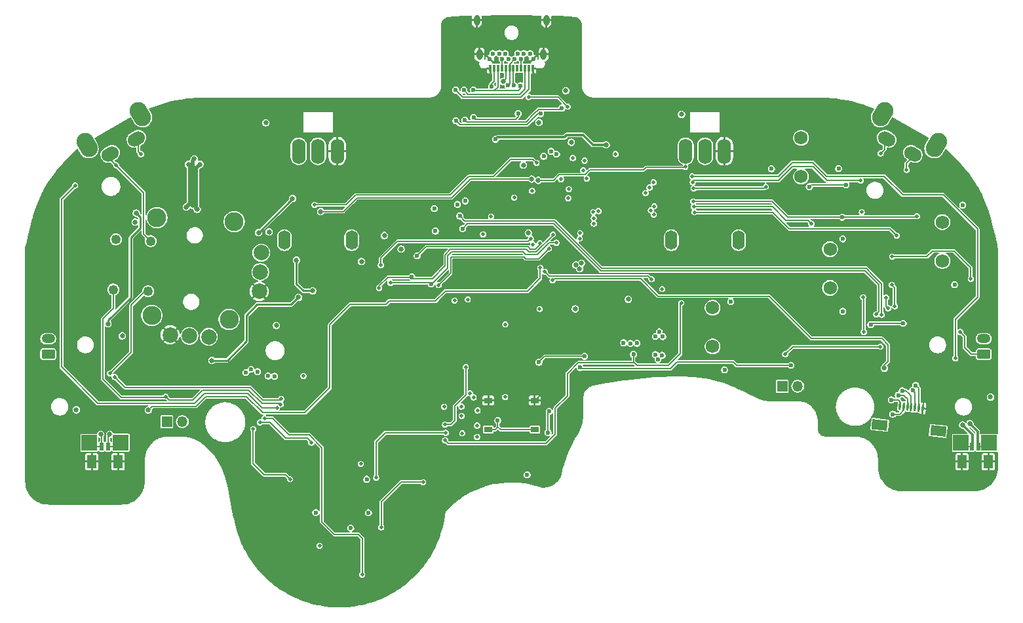
<source format=gbr>
%TF.GenerationSoftware,KiCad,Pcbnew,9.0.3*%
%TF.CreationDate,2025-07-21T15:48:26-07:00*%
%TF.ProjectId,UGC_Main_S1,5547435f-4d61-4696-9e5f-53312e6b6963,rev?*%
%TF.SameCoordinates,Original*%
%TF.FileFunction,Copper,L4,Bot*%
%TF.FilePolarity,Positive*%
%FSLAX46Y46*%
G04 Gerber Fmt 4.6, Leading zero omitted, Abs format (unit mm)*
G04 Created by KiCad (PCBNEW 9.0.3) date 2025-07-21 15:48:26*
%MOMM*%
%LPD*%
G01*
G04 APERTURE LIST*
G04 Aperture macros list*
%AMRoundRect*
0 Rectangle with rounded corners*
0 $1 Rounding radius*
0 $2 $3 $4 $5 $6 $7 $8 $9 X,Y pos of 4 corners*
0 Add a 4 corners polygon primitive as box body*
4,1,4,$2,$3,$4,$5,$6,$7,$8,$9,$2,$3,0*
0 Add four circle primitives for the rounded corners*
1,1,$1+$1,$2,$3*
1,1,$1+$1,$4,$5*
1,1,$1+$1,$6,$7*
1,1,$1+$1,$8,$9*
0 Add four rect primitives between the rounded corners*
20,1,$1+$1,$2,$3,$4,$5,0*
20,1,$1+$1,$4,$5,$6,$7,0*
20,1,$1+$1,$6,$7,$8,$9,0*
20,1,$1+$1,$8,$9,$2,$3,0*%
%AMHorizOval*
0 Thick line with rounded ends*
0 $1 width*
0 $2 $3 position (X,Y) of the first rounded end (center of the circle)*
0 $4 $5 position (X,Y) of the second rounded end (center of the circle)*
0 Add line between two ends*
20,1,$1,$2,$3,$4,$5,0*
0 Add two circle primitives to create the rounded ends*
1,1,$1,$2,$3*
1,1,$1,$4,$5*%
%AMRotRect*
0 Rectangle, with rotation*
0 The origin of the aperture is its center*
0 $1 length*
0 $2 width*
0 $3 Rotation angle, in degrees counterclockwise*
0 Add horizontal line*
21,1,$1,$2,0,0,$3*%
G04 Aperture macros list end*
%TA.AperFunction,SMDPad,CuDef*%
%ADD10RotRect,0.300000X1.000000X174.000000*%
%TD*%
%TA.AperFunction,SMDPad,CuDef*%
%ADD11RotRect,2.000000X1.300000X174.000000*%
%TD*%
%TA.AperFunction,ComponentPad*%
%ADD12C,1.750000*%
%TD*%
%TA.AperFunction,SMDPad,CuDef*%
%ADD13R,0.300000X0.900000*%
%TD*%
%TA.AperFunction,ComponentPad*%
%ADD14C,0.600000*%
%TD*%
%TA.AperFunction,ComponentPad*%
%ADD15O,0.800000X1.400000*%
%TD*%
%TA.AperFunction,ComponentPad*%
%ADD16R,1.350000X1.350000*%
%TD*%
%TA.AperFunction,ComponentPad*%
%ADD17O,1.350000X1.350000*%
%TD*%
%TA.AperFunction,ComponentPad*%
%ADD18C,2.450000*%
%TD*%
%TA.AperFunction,ComponentPad*%
%ADD19C,1.250000*%
%TD*%
%TA.AperFunction,ComponentPad*%
%ADD20C,2.000000*%
%TD*%
%TA.AperFunction,ComponentPad*%
%ADD21HorizOval,2.250000X-0.250000X0.433013X0.250000X-0.433013X0*%
%TD*%
%TA.AperFunction,ComponentPad*%
%ADD22HorizOval,1.700000X0.259808X0.150000X-0.259808X-0.150000X0*%
%TD*%
%TA.AperFunction,ComponentPad*%
%ADD23HorizOval,2.250000X-0.250000X-0.433013X0.250000X0.433013X0*%
%TD*%
%TA.AperFunction,ComponentPad*%
%ADD24HorizOval,1.700000X0.259808X-0.150000X-0.259808X0.150000X0*%
%TD*%
%TA.AperFunction,SMDPad,CuDef*%
%ADD25R,1.000000X0.750000*%
%TD*%
%TA.AperFunction,ComponentPad*%
%ADD26O,1.772000X3.250000*%
%TD*%
%TA.AperFunction,SMDPad,CuDef*%
%ADD27R,2.000000X2.000000*%
%TD*%
%TA.AperFunction,SMDPad,CuDef*%
%ADD28R,0.500000X1.000000*%
%TD*%
%TA.AperFunction,SMDPad,CuDef*%
%ADD29R,1.200000X1.700000*%
%TD*%
%TA.AperFunction,ComponentPad*%
%ADD30RoundRect,0.250000X0.625000X-0.350000X0.625000X0.350000X-0.625000X0.350000X-0.625000X-0.350000X0*%
%TD*%
%TA.AperFunction,ComponentPad*%
%ADD31O,1.750000X1.200000*%
%TD*%
%TA.AperFunction,HeatsinkPad*%
%ADD32O,1.600000X2.500000*%
%TD*%
%TA.AperFunction,ViaPad*%
%ADD33C,0.650000*%
%TD*%
%TA.AperFunction,ViaPad*%
%ADD34C,0.600000*%
%TD*%
%TA.AperFunction,ViaPad*%
%ADD35C,0.500000*%
%TD*%
%TA.AperFunction,Conductor*%
%ADD36C,0.200000*%
%TD*%
%TA.AperFunction,Conductor*%
%ADD37C,0.250000*%
%TD*%
%TA.AperFunction,Conductor*%
%ADD38C,0.300000*%
%TD*%
%TA.AperFunction,Conductor*%
%ADD39C,0.150000*%
%TD*%
%TA.AperFunction,Conductor*%
%ADD40C,0.500000*%
%TD*%
G04 APERTURE END LIST*
D10*
%TO.P,J3,1,Pin_1*%
%TO.N,GND*%
X271613966Y-134628785D03*
%TO.P,J3,2,Pin_2*%
%TO.N,RS_B_OUT*%
X271116706Y-134576521D03*
%TO.P,J3,3,Pin_3*%
%TO.N,RS_B_IN*%
X270619443Y-134524256D03*
%TO.P,J3,4,Pin_4*%
%TO.N,RY*%
X270122183Y-134471992D03*
%TO.P,J3,5,Pin_5*%
%TO.N,RX*%
X269624923Y-134419728D03*
%TO.P,J3,6,Pin_6*%
%TO.N,+3V3*%
X269127660Y-134367464D03*
%TO.P,J3,7,Pin_7*%
%TO.N,RGB_OUT_CSTICK*%
X268630400Y-134315200D03*
D11*
%TO.P,J3,P1*%
%TO.N,N/C*%
X273619136Y-137554408D03*
%TO.P,J3,P2*%
X266060776Y-136759993D03*
%TD*%
D12*
%TO.P,SW2,1,1*%
%TO.N,I*%
X244457313Y-126642540D03*
%TO.P,SW2,2,2*%
%TO.N,X5*%
X244457313Y-121642540D03*
%TD*%
%TO.P,SW1,1,1*%
%TO.N,G*%
X259633657Y-119084400D03*
%TO.P,SW1,2,2*%
%TO.N,X2*%
X259633657Y-114084400D03*
%TD*%
%TO.P,SW3,1,1*%
%TO.N,G*%
X274146617Y-115594002D03*
%TO.P,SW3,2,2*%
%TO.N,X3*%
X274146617Y-110594002D03*
%TD*%
%TO.P,SW4,1,1*%
%TO.N,G*%
X255891532Y-104712626D03*
%TO.P,SW4,2,2*%
%TO.N,X4*%
X255891532Y-99712626D03*
%TD*%
D13*
%TO.P,J11,A1,GND_1*%
%TO.N,GND*%
X215733657Y-90731200D03*
%TO.P,J11,A2,SSTXP1*%
%TO.N,+3V3_PRE*%
X216233657Y-90731200D03*
%TO.P,J11,A3,SSTXN1*%
%TO.N,N_CLOCK*%
X216733657Y-90731200D03*
%TO.P,J11,A4,VBUS_1*%
%TO.N,VBUS_SYS*%
X217233657Y-90731200D03*
%TO.P,J11,A5,CC1*%
%TO.N,CC1*%
X217733657Y-90731200D03*
%TO.P,J11,A6,DP1*%
%TO.N,D+*%
X218233657Y-90731200D03*
%TO.P,J11,A7,DN1*%
%TO.N,D-*%
X218733657Y-90731200D03*
%TO.P,J11,A8,SBU1*%
%TO.N,unconnected-(J11-SBU1-PadA8)*%
X219233657Y-90731200D03*
%TO.P,J11,A9,VBUS_2*%
%TO.N,VBUS_SYS*%
X219733657Y-90731200D03*
%TO.P,J11,A10,SSRXN2*%
%TO.N,N_LATCH*%
X220233657Y-90731200D03*
%TO.P,J11,A11,SSRXP2*%
%TO.N,N_DATA*%
X220733657Y-90731200D03*
%TO.P,J11,A12,GND_2*%
%TO.N,GND*%
X221233657Y-90731200D03*
D14*
%TO.P,J11,B1,GND_3*%
X221283657Y-89521200D03*
%TO.P,J11,B2,SSTXP2*%
%TO.N,+3V3_PRE*%
X220883657Y-88821200D03*
%TO.P,J11,B3,SSTXN2*%
%TO.N,N_CLOCK*%
X220083657Y-88821200D03*
%TO.P,J11,B4,VBUS_3*%
%TO.N,VBUS_SYS*%
X219683657Y-89521200D03*
%TO.P,J11,B5,CC2*%
%TO.N,CC2*%
X219283657Y-88821200D03*
%TO.P,J11,B6,DP2*%
%TO.N,D+*%
X218883657Y-89521200D03*
%TO.P,J11,B7,DN2*%
%TO.N,D-*%
X218083657Y-89521200D03*
%TO.P,J11,B8,SBU2*%
%TO.N,unconnected-(J11-SBU2-PadB8)*%
X217683657Y-88821200D03*
%TO.P,J11,B9,VBUS_4*%
%TO.N,VBUS_SYS*%
X217283657Y-89521200D03*
%TO.P,J11,B10,SSRXN1*%
%TO.N,N_LATCH*%
X216883657Y-88821200D03*
%TO.P,J11,B11,SSRXP1*%
%TO.N,N_DATA*%
X216083657Y-88821200D03*
%TO.P,J11,B12,GND_4*%
%TO.N,GND*%
X215683657Y-89521200D03*
D15*
%TO.P,J11,MH1,MH1*%
X214353657Y-88931200D03*
%TO.P,J11,MH2,MH2*%
X222613657Y-88931200D03*
%TO.P,J11,MH3,MH3*%
X222973657Y-84531200D03*
%TO.P,J11,MH4,MH4*%
X213993657Y-84531200D03*
%TD*%
D16*
%TO.P,J8,1,Pin_1*%
%TO.N,Net-(D4A-A)*%
X253457200Y-131775200D03*
D17*
%TO.P,J8,2,Pin_2*%
%TO.N,G*%
X255457200Y-131775200D03*
%TD*%
D18*
%TO.P,SW6,*%
%TO.N,*%
X172671539Y-110006388D03*
X172009489Y-122639052D03*
X182657835Y-110529748D03*
X181995785Y-123162412D03*
D19*
%TO.P,SW6,S1,1*%
%TO.N,H*%
X171861497Y-113043156D03*
%TO.P,SW6,S2,2*%
X171521313Y-119534248D03*
%TO.P,SW6,S3,3*%
%TO.N,LS_BTN_IN*%
X167367664Y-112807644D03*
%TO.P,SW6,S4,4*%
X167027480Y-119298736D03*
D20*
%TO.P,SW6,X1,GND*%
%TO.N,GND*%
X174381765Y-125141637D03*
%TO.P,SW6,X2,X_OUT*%
%TO.N,Net-(SW6-X_OUT)*%
X176878339Y-125272477D03*
%TO.P,SW6,X3,VCC*%
%TO.N,+3V3*%
X179374913Y-125403317D03*
%TO.P,SW6,Y1,GND*%
%TO.N,GND*%
X185890899Y-119536297D03*
%TO.P,SW6,Y2,Y_OUT*%
%TO.N,Net-(SW6-Y_OUT)*%
X186021739Y-117039723D03*
%TO.P,SW6,Y3,VCC*%
%TO.N,+3V3*%
X186152579Y-114543149D03*
%TD*%
D21*
%TO.P,SW7,*%
%TO.N,*%
X163618112Y-100644336D03*
X170546316Y-96644336D03*
D22*
%TO.P,SW7,1,1*%
%TO.N,H*%
X166643465Y-101784400D03*
%TO.P,SW7,2,2*%
%TO.N,Net-(D11A-A)*%
X170020963Y-99834400D03*
%TD*%
D23*
%TO.P,SW8,*%
%TO.N,*%
X266420998Y-96644336D03*
X273349202Y-100644336D03*
D24*
%TO.P,SW8,1,1*%
%TO.N,G*%
X266946351Y-99834400D03*
%TO.P,SW8,2,2*%
%TO.N,Net-(D5B-A)*%
X270323849Y-101784400D03*
%TD*%
D16*
%TO.P,J9,1,Pin_1*%
%TO.N,LS_BTN_IN*%
X173955200Y-136347200D03*
D17*
%TO.P,J9,2,Pin_2*%
%TO.N,H*%
X175955200Y-136347200D03*
%TD*%
D25*
%TO.P,SW14,A,A*%
%TO.N,GND*%
X221483657Y-133609400D03*
%TO.P,SW14,B,B*%
X215483657Y-133609400D03*
%TO.P,SW14,C,C*%
%TO.N,USB_BOOT*%
X221483657Y-137359400D03*
%TO.P,SW14,D,D*%
X215483657Y-137359400D03*
%TD*%
D26*
%TO.P,S6,1,Pin_1*%
%TO.N,GND*%
X245983657Y-101434400D03*
%TD*%
D27*
%TO.P,TP7,1,1*%
%TO.N,LRA_L+*%
X163931600Y-139090400D03*
%TD*%
D26*
%TO.P,S4,1,Pin_1*%
%TO.N,+3V3*%
X243483657Y-101434400D03*
%TD*%
%TO.P,S3,1,Pin_1*%
%TO.N,GND*%
X195983657Y-101434400D03*
%TD*%
D28*
%TO.P,J10,1,1*%
%TO.N,LRA_L-*%
X166363600Y-139564800D03*
%TO.P,J10,2,2*%
%TO.N,LRA_L+*%
X165563600Y-139564800D03*
D29*
%TO.P,J10,S1,SHIELD*%
%TO.N,GND*%
X167663600Y-141514800D03*
%TO.P,J10,S2,SHIELD*%
X164263600Y-141514800D03*
%TD*%
D27*
%TO.P,TP1,1,1*%
%TO.N,LRA_R-*%
X276555200Y-139090400D03*
%TD*%
%TO.P,TP6,1,1*%
%TO.N,LRA_L-*%
X167995600Y-139065000D03*
%TD*%
D30*
%TO.P,J7,1,Pin_1*%
%TO.N,G*%
X279501600Y-127635000D03*
D31*
%TO.P,J7,2,Pin_2*%
%TO.N,Net-(D5C-A)*%
X279501600Y-125635000D03*
%TD*%
D26*
%TO.P,S5,1,Pin_1*%
%TO.N,ZR_ANALOG*%
X240983657Y-101434400D03*
%TD*%
D32*
%TO.P,RV2,MP*%
%TO.N,N/C*%
X247833657Y-112934400D03*
X239133657Y-112934400D03*
%TD*%
D27*
%TO.P,TP2,1,1*%
%TO.N,LRA_R+*%
X280199742Y-139096669D03*
%TD*%
D28*
%TO.P,J1,1,1*%
%TO.N,LRA_R+*%
X278784000Y-139564800D03*
%TO.P,J1,2,2*%
%TO.N,LRA_R-*%
X277984000Y-139564800D03*
D29*
%TO.P,J1,S1,SHIELD*%
%TO.N,GND*%
X280084000Y-141514800D03*
%TO.P,J1,S2,SHIELD*%
X276684000Y-141514800D03*
%TD*%
D30*
%TO.P,J6,1,Pin_1*%
%TO.N,H*%
X158623000Y-127635000D03*
D31*
%TO.P,J6,2,Pin_2*%
%TO.N,Net-(D11C-A)*%
X158623000Y-125635000D03*
%TD*%
D32*
%TO.P,RV1,MP*%
%TO.N,N/C*%
X197833657Y-112934400D03*
X189133657Y-112934400D03*
%TD*%
D26*
%TO.P,S1,1,Pin_1*%
%TO.N,+3V3*%
X193483657Y-101434400D03*
%TD*%
%TO.P,S2,1,Pin_1*%
%TO.N,ZL_ANALOG*%
X190983657Y-101434400D03*
%TD*%
D33*
%TO.N,GND*%
X266875000Y-119380000D03*
X265375000Y-119766185D03*
X264589423Y-116049267D03*
X263906000Y-117475000D03*
X252917000Y-115965400D03*
X252917000Y-117475000D03*
X254473400Y-117475000D03*
X254473400Y-115965400D03*
X250291600Y-115965400D03*
X250291600Y-117475000D03*
X245643400Y-117475000D03*
X245668800Y-115965400D03*
X242062000Y-117475000D03*
X242062000Y-115965400D03*
X266903387Y-130759013D03*
X265709213Y-131800787D03*
X264525000Y-129971800D03*
D34*
%TO.N,RS_B_IN*%
X270315700Y-132309601D03*
%TO.N,RS_B_OUT*%
X270713200Y-131673600D03*
%TO.N,+3V3*%
X267741400Y-135382000D03*
%TO.N,RGB_OUT_CSTICK*%
X269087600Y-123647200D03*
%TO.N,RY*%
X268960600Y-132359400D03*
%TO.N,RX*%
X268452600Y-132943600D03*
%TO.N,GND*%
X259943600Y-100558600D03*
X249809000Y-101676200D03*
%TO.N,+3V3*%
X252069600Y-103708200D03*
X246811800Y-120853200D03*
%TO.N,GND*%
X194767200Y-149072600D03*
%TO.N,+3V3*%
X199771000Y-143789400D03*
%TO.N,GND*%
X198983600Y-144983200D03*
%TO.N,+3V3*%
X199999600Y-148107400D03*
X197713600Y-150088600D03*
X193192400Y-148082000D03*
%TO.N,GND*%
X192252600Y-144830800D03*
%TO.N,+3V3*%
X276783800Y-108381800D03*
%TO.N,GND*%
X271475200Y-116814600D03*
%TO.N,+3V3*%
X261289800Y-112750600D03*
X260731000Y-103682800D03*
%TO.N,G*%
X256946400Y-106019600D03*
X261696200Y-105782200D03*
D35*
%TO.N,GND*%
X256583498Y-120742670D03*
X259538908Y-107500400D03*
D34*
X161950400Y-137261600D03*
D35*
X213101040Y-109935965D03*
D34*
X278384000Y-141935200D03*
D33*
X217652600Y-100457000D03*
D35*
X258876800Y-106781600D03*
D34*
X217631271Y-95726596D03*
X160909000Y-137312400D03*
D35*
X206905306Y-120011193D03*
X223545400Y-107416600D03*
X203330809Y-109478179D03*
X214422530Y-109871327D03*
D33*
X250367800Y-127762000D03*
D34*
X169951400Y-139623800D03*
D33*
X214900000Y-98650000D03*
X229504526Y-118967615D03*
D35*
X207230641Y-110498025D03*
X198748685Y-109485361D03*
D34*
X278409400Y-141198600D03*
D35*
X223545400Y-133426200D03*
D34*
X160350200Y-142570200D03*
X196150000Y-116550000D03*
D33*
X266025000Y-127685800D03*
D34*
X169367200Y-142036800D03*
D35*
X218328641Y-112035674D03*
D34*
X159893000Y-131622800D03*
D35*
X200616008Y-109478179D03*
D34*
X233045000Y-109753400D03*
D35*
X192681524Y-114117982D03*
X234111800Y-123240800D03*
X259797767Y-106529682D03*
X203783275Y-111553781D03*
X228449022Y-116721319D03*
D34*
X178308000Y-138176000D03*
D35*
X222554800Y-134924800D03*
X192458882Y-112846766D03*
X193988650Y-111316998D03*
X196358714Y-110498248D03*
D34*
X234797600Y-104521000D03*
X231292400Y-110185200D03*
D35*
X196013978Y-112379936D03*
X192473246Y-120186346D03*
D34*
X231292400Y-104571800D03*
D33*
X238912400Y-127635000D03*
D35*
X194627849Y-113751700D03*
D33*
X227748754Y-118990566D03*
X217900000Y-98650000D03*
D35*
X214214252Y-111350822D03*
D34*
X199800000Y-113150000D03*
D35*
X195300000Y-109850000D03*
D33*
X238937800Y-125831600D03*
D35*
X205350000Y-109450000D03*
X230632000Y-119405400D03*
D33*
X269671800Y-131013200D03*
D35*
X222681800Y-132943600D03*
X199400000Y-111600000D03*
X253022161Y-106650220D03*
D33*
X250672600Y-125704600D03*
D35*
X190979387Y-121141554D03*
D34*
X208748719Y-110505811D03*
D33*
X264525000Y-127685800D03*
D35*
X201485031Y-111568145D03*
X190728017Y-119489691D03*
D34*
X169443400Y-141122400D03*
D35*
X213050766Y-111343640D03*
D34*
X209200000Y-114500000D03*
X160223200Y-141630400D03*
X160959800Y-132130800D03*
D35*
X222707200Y-134239000D03*
X193342269Y-118778672D03*
D33*
%TO.N,LX*%
X190950000Y-120300000D03*
X179755800Y-128447800D03*
%TO.N,LY*%
X190677800Y-115493800D03*
X192800000Y-119450000D03*
D35*
%TO.N,Net-(D4A-A)*%
X266141200Y-126669800D03*
X242112800Y-109321600D03*
X266877800Y-120345200D03*
X267131800Y-121691400D03*
X268249400Y-112344200D03*
X253847600Y-127635000D03*
D34*
%TO.N,RX*%
X212167378Y-111422642D03*
D35*
X265607407Y-122496929D03*
D34*
%TO.N,RY*%
X211800000Y-109800000D03*
D35*
X266300000Y-122550000D03*
%TO.N,+1V1*%
X227914200Y-102641400D03*
X225882200Y-106324400D03*
X221132400Y-106553000D03*
D33*
%TO.N,LRA_R*%
X266649200Y-129438400D03*
D35*
X223788683Y-118099400D03*
D33*
%TO.N,VBUS_SYS*%
X230708200Y-100609400D03*
X233578400Y-120548400D03*
D34*
X216418497Y-99891761D03*
%TO.N,ADC_MUX_OUT*%
X222650000Y-102100000D03*
X212500000Y-107850000D03*
%TO.N,BTN_PWR*%
X223215200Y-137769600D03*
X223343093Y-135037482D03*
D35*
X236575600Y-117957600D03*
X222783400Y-116992400D03*
D34*
%TO.N,D+*%
X218020000Y-92960000D03*
%TO.N,D-*%
X218813581Y-92957751D03*
D33*
%TO.N,SL_RGB*%
X185801000Y-111937800D03*
X190195200Y-107543600D03*
%TO.N,Net-(L2-DOUT)*%
X166344600Y-123698000D03*
X170002200Y-109423200D03*
D34*
%TO.N,ADC_ADDR_0*%
X208500000Y-108850000D03*
X224300000Y-101800000D03*
%TO.N,N_LATCH*%
X212354396Y-93546744D03*
%TO.N,N_DATA*%
X211269854Y-93546744D03*
%TO.N,N_CLOCK*%
X219660000Y-92980000D03*
X213558808Y-93529620D03*
%TO.N,ADC_ADDR_1*%
X223600000Y-101450000D03*
X211500000Y-108300000D03*
D35*
%TO.N,USB_BOOT*%
X214807800Y-112166400D03*
X211124800Y-120726200D03*
D34*
X216700000Y-136200000D03*
D35*
%TO.N,RGB_OUT*%
X221716600Y-102946200D03*
X193040000Y-108356400D03*
%TO.N,SHARED_PU*%
X225755200Y-95681800D03*
X220709827Y-94427321D03*
%TO.N,unconnected-(U8-GPIO1-Pad3)*%
X221259400Y-113461800D03*
%TO.N,SPI_TX*%
X202844400Y-118414800D03*
D34*
X208087623Y-118566476D03*
D35*
X224282000Y-113258600D03*
%TO.N,SPI_RX*%
X209067400Y-118719600D03*
X223314292Y-114001645D03*
%TO.N,SPI_CK*%
X223824800Y-112191800D03*
D34*
X205596029Y-117633842D03*
D35*
X201366000Y-119105800D03*
%TO.N,IMU0_CS*%
X201599800Y-116128800D03*
X220980000Y-112725200D03*
D33*
%TO.N,ZL_ANALOG*%
X221081600Y-105029000D03*
X193827400Y-109220000D03*
%TO.N,ZR_ANALOG*%
X221940000Y-105200000D03*
D35*
X240935134Y-103462233D03*
D34*
%TO.N,E*%
X187867610Y-130476935D03*
D35*
X212115400Y-137845800D03*
X236321600Y-106121200D03*
X229055724Y-109296201D03*
%TO.N,D*%
X229717600Y-109169200D03*
X235813600Y-106832400D03*
D34*
X187045600Y-130454400D03*
D35*
X214045800Y-136855200D03*
D34*
%TO.N,+3V3_PRE*%
X215903512Y-93081502D03*
D33*
X225500000Y-93610000D03*
D35*
%TO.N,IMU1_CS*%
X222130000Y-113310000D03*
D34*
X206285417Y-114945846D03*
D35*
%TO.N,C*%
X228200164Y-104966757D03*
X212039200Y-135610600D03*
D34*
X185674000Y-129895600D03*
D35*
X236920856Y-108544138D03*
D33*
%TO.N,CC1*%
X217393412Y-92423773D03*
D35*
%TO.N,Net-(D5B-A)*%
X269519400Y-103835200D03*
X241884200Y-105435400D03*
X263601200Y-105232200D03*
%TO.N,A*%
X226415600Y-102311200D03*
X236853904Y-109619539D03*
X212013800Y-134391400D03*
D34*
X184150000Y-129997200D03*
%TO.N,B*%
X184810400Y-129590800D03*
D35*
X236474058Y-109051928D03*
X214096600Y-134899400D03*
X227736400Y-103886000D03*
D34*
%TO.N,+3V3*%
X245999000Y-129667000D03*
D33*
X227279200Y-116611400D03*
X226796600Y-116128800D03*
X177292000Y-108432600D03*
D35*
X215846705Y-109870895D03*
D33*
X168198800Y-125272800D03*
X177495200Y-102438200D03*
X220658568Y-111998972D03*
D34*
X237566200Y-124739400D03*
D33*
X188112400Y-123926600D03*
D34*
X208650000Y-111750000D03*
D33*
X227500000Y-115900000D03*
D34*
X238031090Y-125368176D03*
D33*
X186740800Y-97764600D03*
D35*
X231934208Y-101802643D03*
D33*
X280365200Y-133172200D03*
D34*
X237413800Y-128295400D03*
X275717000Y-118668800D03*
X237083600Y-127685800D03*
D33*
X169849800Y-110583609D03*
X240446692Y-96679849D03*
D34*
X220497400Y-143205200D03*
D33*
X176453800Y-108635800D03*
D35*
X225806000Y-107492800D03*
D34*
X261289800Y-122097800D03*
X237947200Y-127787400D03*
D33*
X220005282Y-103213573D03*
X162255200Y-134823200D03*
X176758600Y-103124000D03*
X199097900Y-115684300D03*
X187172600Y-111861600D03*
X178231800Y-103124000D03*
D34*
X237083600Y-125349000D03*
D33*
X222021400Y-97713800D03*
X226212400Y-100279200D03*
X202057000Y-112318800D03*
D35*
X224866200Y-105054400D03*
D33*
X177876200Y-108940600D03*
D35*
X218821000Y-107416600D03*
D33*
X204220000Y-114070000D03*
X226718285Y-121785989D03*
D35*
%TO.N,F*%
X191592200Y-130454400D03*
X214020400Y-138328400D03*
X236837529Y-105442522D03*
X229108000Y-110083600D03*
%TO.N,Net-(D5C-A)*%
X241833400Y-104673400D03*
X275818600Y-128168400D03*
%TO.N,Net-(D8B-A)*%
X186563000Y-135915400D03*
X199186800Y-156108400D03*
%TO.N,Net-(D8A-A)*%
X185978800Y-136448800D03*
X192633600Y-139065000D03*
%TO.N,Net-(D11A-A)*%
X188171967Y-134603702D03*
X162102800Y-105867200D03*
X170611800Y-101803200D03*
%TO.N,Net-(D11C-A)*%
X188724384Y-133414380D03*
X167233600Y-130581400D03*
%TO.N,Net-(D12C-A)*%
X209770157Y-134423074D03*
X217652600Y-133172200D03*
%TO.N,Net-(D12A-A)*%
X213588600Y-133223000D03*
X217678000Y-123799600D03*
%TO.N,Net-(D12B-A)*%
X213131400Y-132689600D03*
X212826600Y-120573800D03*
%TO.N,Net-(D13A-A)*%
X212572600Y-129311400D03*
X209905600Y-136728200D03*
%TO.N,Net-(D13B-A)*%
X209981800Y-137795000D03*
X200990200Y-143586200D03*
%TO.N,H*%
X189865000Y-143764000D03*
X227355117Y-112010124D03*
X193675000Y-152374600D03*
X167411400Y-103251000D03*
X199009000Y-141808200D03*
X185115200Y-137287000D03*
X166598600Y-130124200D03*
%TO.N,G*%
X263728200Y-109296200D03*
X267614400Y-118694200D03*
X267995400Y-121437400D03*
D34*
X227330000Y-129362200D03*
D35*
X276453600Y-124764800D03*
X264007600Y-124764800D03*
X277825200Y-117906800D03*
X267665200Y-115036600D03*
X229123464Y-110786458D03*
X263906000Y-120294400D03*
X266179300Y-101714300D03*
D34*
X254584200Y-129082800D03*
D35*
%TO.N,I*%
X207060800Y-144170400D03*
X227297661Y-112709173D03*
X222118121Y-121793838D03*
D34*
X227914200Y-127914400D03*
D35*
X201650600Y-149987000D03*
D34*
X222021400Y-128676400D03*
D35*
X237947200Y-119227600D03*
%TO.N,LS_BTN_IN*%
X173786800Y-133096000D03*
X188672392Y-134129273D03*
%TO.N,LRA_L*%
X222199200Y-116484400D03*
D33*
X171551600Y-134848600D03*
%TO.N,LRA_L+*%
X165410263Y-137988533D03*
%TO.N,LRA_R+*%
X277698200Y-136601200D03*
%TO.N,LRA_R-*%
X276758400Y-136779000D03*
%TO.N,LRA_L-*%
X166568997Y-137996991D03*
D35*
%TO.N,X2*%
X257225800Y-110794800D03*
X242036600Y-108610400D03*
D34*
X234688113Y-126218996D03*
%TO.N,X3*%
X261188200Y-109956600D03*
D35*
X241935000Y-107924600D03*
D34*
X233832400Y-126238000D03*
D35*
X270865600Y-109829600D03*
%TO.N,X4*%
X242011200Y-106248200D03*
X251333000Y-106019600D03*
D34*
X232956100Y-126174500D03*
D35*
%TO.N,X5*%
X240411000Y-121031000D03*
D34*
X234238800Y-127660400D03*
D35*
X209905600Y-138760200D03*
D34*
%TO.N,N_LATCH_SAFE*%
X224999192Y-95857610D03*
X212452118Y-97416280D03*
%TO.N,N_CLOCK_SAFE*%
X213577429Y-97083677D03*
X219336917Y-96569947D03*
%TO.N,N_DATA_SAFE*%
X211300000Y-97500000D03*
X222250000Y-96600000D03*
%TO.N,RGB_OUT_CSTICK*%
X264896600Y-123825000D03*
X267563600Y-133527800D03*
%TD*%
D36*
%TO.N,G*%
X275640800Y-114300000D02*
X277825200Y-116484400D01*
X272872200Y-114300000D02*
X275640800Y-114300000D01*
X277825200Y-116484400D02*
X277825200Y-117906800D01*
X272135600Y-115036600D02*
X272872200Y-114300000D01*
X267665200Y-115036600D02*
X272135600Y-115036600D01*
%TO.N,Net-(D5B-A)*%
X259244012Y-105232200D02*
X263601200Y-105232200D01*
X254736600Y-103454200D02*
X257466012Y-103454200D01*
X252958600Y-105232200D02*
X254736600Y-103454200D01*
X242087400Y-105232200D02*
X252958600Y-105232200D01*
X241884200Y-105435400D02*
X242087400Y-105232200D01*
X257466012Y-103454200D02*
X259244012Y-105232200D01*
%TO.N,Net-(D5C-A)*%
X278688800Y-120269000D02*
X275818600Y-123139200D01*
X278688800Y-111480600D02*
X278688800Y-120269000D01*
X274294600Y-107086400D02*
X278688800Y-111480600D01*
X269062200Y-107086400D02*
X274294600Y-107086400D01*
X266649200Y-104673400D02*
X269062200Y-107086400D01*
X259181600Y-104673400D02*
X266649200Y-104673400D01*
X257403600Y-102895400D02*
X259181600Y-104673400D01*
X254762000Y-102895400D02*
X257403600Y-102895400D01*
X252984000Y-104673400D02*
X254762000Y-102895400D01*
X241833400Y-104673400D02*
X252984000Y-104673400D01*
X275818600Y-123139200D02*
X275818600Y-128168400D01*
%TO.N,LRA_R*%
X223955883Y-117932200D02*
X223788683Y-118099400D01*
X237413800Y-120142000D02*
X235204000Y-117932200D01*
X251764800Y-120142000D02*
X237413800Y-120142000D01*
X257251200Y-125628400D02*
X251764800Y-120142000D01*
X266319000Y-125628400D02*
X257251200Y-125628400D01*
X266649200Y-129032000D02*
X267131800Y-128549400D01*
X235204000Y-117932200D02*
X223955883Y-117932200D01*
X266649200Y-129438400D02*
X266649200Y-129032000D01*
X267131800Y-128549400D02*
X267131800Y-126441200D01*
X267131800Y-126441200D02*
X266319000Y-125628400D01*
%TO.N,RS_B_IN*%
X270619443Y-132613344D02*
X270315700Y-132309601D01*
X270619443Y-134524256D02*
X270619443Y-132613344D01*
%TO.N,RS_B_OUT*%
X271116706Y-132077106D02*
X271116706Y-134576521D01*
X270713200Y-131673600D02*
X271116706Y-132077106D01*
%TO.N,+3V3*%
X268615878Y-135382000D02*
X267741400Y-135382000D01*
X269127660Y-134870218D02*
X268615878Y-135382000D01*
X269127660Y-134367464D02*
X269127660Y-134870218D01*
%TO.N,RGB_OUT_CSTICK*%
X268452600Y-133527800D02*
X267563600Y-133527800D01*
X268630400Y-134315200D02*
X268630400Y-133705600D01*
X268630400Y-133705600D02*
X268452600Y-133527800D01*
%TO.N,RY*%
X269443200Y-132359400D02*
X268960600Y-132359400D01*
X269798800Y-132715000D02*
X269443200Y-132359400D01*
X270122183Y-133038383D02*
X269798800Y-132715000D01*
X270122183Y-134471992D02*
X270122183Y-133038383D01*
%TO.N,RX*%
X269138400Y-132943600D02*
X268452600Y-132943600D01*
X269443200Y-133248400D02*
X269138400Y-132943600D01*
X269624923Y-133430123D02*
X269443200Y-133248400D01*
X269624923Y-134419728D02*
X269624923Y-133430123D01*
%TO.N,CC1*%
X217733635Y-90731222D02*
X217733657Y-90731200D01*
X217733635Y-92083550D02*
X217733635Y-90731222D01*
X217393412Y-92423773D02*
X217733635Y-92083550D01*
%TO.N,D-*%
X218733635Y-90731222D02*
X218733657Y-90731200D01*
X218813581Y-92957751D02*
X218733635Y-92877805D01*
X218733635Y-92877805D02*
X218733635Y-90731222D01*
%TO.N,N_DATA*%
X219750000Y-94450000D02*
X212173110Y-94450000D01*
X212173110Y-94450000D02*
X211269854Y-93546744D01*
X220733635Y-93466365D02*
X219750000Y-94450000D01*
X220733657Y-90731200D02*
X220733635Y-90731222D01*
X220733635Y-90731222D02*
X220733635Y-93466365D01*
%TO.N,N_LATCH*%
X212892487Y-94084835D02*
X212354396Y-93546744D01*
X220250000Y-93400000D02*
X219565165Y-94084835D01*
X220250000Y-92200000D02*
X220250000Y-93400000D01*
X219565165Y-94084835D02*
X212892487Y-94084835D01*
X220233635Y-92183635D02*
X220250000Y-92200000D01*
X220233635Y-90731222D02*
X220233635Y-92183635D01*
X220233657Y-90731200D02*
X220233635Y-90731222D01*
%TO.N,GND*%
X215733635Y-91486365D02*
X215630000Y-91590000D01*
X215733635Y-90731222D02*
X215733635Y-91486365D01*
X215733657Y-90731200D02*
X215733635Y-90731222D01*
%TO.N,+3V3_PRE*%
X216233635Y-92376365D02*
X216233635Y-90731222D01*
X216233635Y-90731222D02*
X216233657Y-90731200D01*
X215880000Y-93057990D02*
X215880000Y-92730000D01*
X215903512Y-93081502D02*
X215880000Y-93057990D01*
X215880000Y-92730000D02*
X216233635Y-92376365D01*
%TO.N,N_CLOCK*%
X216733635Y-90731222D02*
X216733657Y-90731200D01*
X216733635Y-93150000D02*
X216733635Y-90731222D01*
X216250000Y-93633635D02*
X216733635Y-93150000D01*
%TO.N,D+*%
X218233635Y-90176365D02*
X218883635Y-89526365D01*
X218233635Y-92746365D02*
X218233635Y-90176365D01*
X218020000Y-92960000D02*
X218233635Y-92746365D01*
X218883635Y-89526365D02*
X218883635Y-89504400D01*
%TO.N,Net-(D8A-A)*%
X187274200Y-136448800D02*
X185978800Y-136448800D01*
X192125600Y-138455400D02*
X189280800Y-138455400D01*
X192633600Y-138963400D02*
X192125600Y-138455400D01*
X192633600Y-139065000D02*
X192633600Y-138963400D01*
X189280800Y-138455400D02*
X187274200Y-136448800D01*
%TO.N,Net-(D8B-A)*%
X187604400Y-135915400D02*
X186563000Y-135915400D01*
X189738000Y-138049000D02*
X187604400Y-135915400D01*
X192328800Y-138049000D02*
X189738000Y-138049000D01*
X193979800Y-139700000D02*
X192328800Y-138049000D01*
X195605400Y-150901400D02*
X193979800Y-149275800D01*
X193979800Y-149275800D02*
X193979800Y-139700000D01*
X199186800Y-151409400D02*
X198678800Y-150901400D01*
X199186800Y-156108400D02*
X199186800Y-151409400D01*
X198678800Y-150901400D02*
X195605400Y-150901400D01*
%TO.N,H*%
X185115200Y-141782800D02*
X185115200Y-137287000D01*
X186512200Y-143179800D02*
X185115200Y-141782800D01*
X189280800Y-143179800D02*
X186512200Y-143179800D01*
X189865000Y-143764000D02*
X189280800Y-143179800D01*
%TO.N,G*%
X257183800Y-105782200D02*
X256946400Y-106019600D01*
X261696200Y-105782200D02*
X257183800Y-105782200D01*
%TO.N,X3*%
X270865600Y-109829600D02*
X270738600Y-109956600D01*
X270738600Y-109956600D02*
X261188200Y-109956600D01*
%TO.N,GND*%
X221483657Y-133609400D02*
X223362200Y-133609400D01*
X221233635Y-91109435D02*
X221284800Y-91160600D01*
X223362200Y-133609400D02*
X223545400Y-133426200D01*
X222149457Y-132943600D02*
X221483657Y-133609400D01*
X221284800Y-91314800D02*
X221470000Y-91500000D01*
X221233635Y-90709400D02*
X221233635Y-91109435D01*
X222681800Y-132943600D02*
X222149457Y-132943600D01*
X221284800Y-91160600D02*
X221284800Y-91314800D01*
D37*
%TO.N,LX*%
X184251600Y-122605800D02*
X184251600Y-125933200D01*
X185623200Y-121234200D02*
X184251600Y-122605800D01*
X190950000Y-120300000D02*
X190015800Y-121234200D01*
X184251600Y-125933200D02*
X181737000Y-128447800D01*
X190015800Y-121234200D02*
X185623200Y-121234200D01*
X181737000Y-128447800D02*
X179755800Y-128447800D01*
%TO.N,LY*%
X190677800Y-118567200D02*
X190677800Y-115493800D01*
X192800000Y-119450000D02*
X191560600Y-119450000D01*
X191560600Y-119450000D02*
X190677800Y-118567200D01*
D36*
%TO.N,Net-(D4A-A)*%
X266877800Y-121437400D02*
X267131800Y-121691400D01*
X252247400Y-109321600D02*
X254355600Y-111429800D01*
X254355600Y-111429800D02*
X267335000Y-111429800D01*
X242112800Y-109321600D02*
X252247400Y-109321600D01*
X254812800Y-126669800D02*
X253847600Y-127635000D01*
X266877800Y-120345200D02*
X266877800Y-121437400D01*
X267335000Y-111429800D02*
X268249400Y-112344200D01*
X266141200Y-126669800D02*
X254812800Y-126669800D01*
%TO.N,RX*%
X264150000Y-116900000D02*
X265500000Y-118250000D01*
X212167378Y-111422642D02*
X212790020Y-110800000D01*
X212790020Y-110800000D02*
X223900000Y-110800000D01*
X265950000Y-119350000D02*
X265950000Y-122154336D01*
X265950000Y-118700000D02*
X265950000Y-119350000D01*
X223900000Y-110800000D02*
X229600000Y-116500000D01*
X265950000Y-122154336D02*
X265607407Y-122496929D01*
X229600000Y-116500000D02*
X230000000Y-116900000D01*
X265500000Y-118250000D02*
X265950000Y-118700000D01*
X230550000Y-116900000D02*
X264150000Y-116900000D01*
X230000000Y-116900000D02*
X230550000Y-116900000D01*
%TO.N,RY*%
X264290400Y-116540400D02*
X265200000Y-117450000D01*
X266300000Y-118550000D02*
X266300000Y-122550000D01*
X211800000Y-109800000D02*
X212450000Y-110450000D01*
X230140400Y-116540400D02*
X230950000Y-116540400D01*
X212450000Y-110450000D02*
X224050000Y-110450000D01*
X265200000Y-117450000D02*
X266300000Y-118550000D01*
X224050000Y-110450000D02*
X225050000Y-111450000D01*
X225050000Y-111450000D02*
X230140400Y-116540400D01*
X263850000Y-116540400D02*
X264290400Y-116540400D01*
X230950000Y-116540400D02*
X263850000Y-116540400D01*
D38*
%TO.N,VBUS_SYS*%
X216418497Y-99891761D02*
X216660258Y-99650000D01*
D36*
X217233635Y-89554400D02*
X217283635Y-89504400D01*
D38*
X227750000Y-99350000D02*
X229009400Y-100609400D01*
D36*
X219733635Y-89554400D02*
X219683635Y-89504400D01*
D38*
X225300000Y-99650000D02*
X225600000Y-99350000D01*
X225600000Y-99350000D02*
X227750000Y-99350000D01*
D36*
X217233635Y-90709400D02*
X217233635Y-89554400D01*
D38*
X229009400Y-100609400D02*
X230708200Y-100609400D01*
X216660258Y-99650000D02*
X225300000Y-99650000D01*
D36*
X219733635Y-90709400D02*
X219733635Y-89554400D01*
D39*
%TO.N,BTN_PWR*%
X236575600Y-117957600D02*
X236168000Y-117550000D01*
X223341000Y-117550000D02*
X222783400Y-116992400D01*
D36*
X223215200Y-135165375D02*
X223215200Y-137769600D01*
D39*
X236168000Y-117550000D02*
X223341000Y-117550000D01*
D36*
X223343093Y-135037482D02*
X223215200Y-135165375D01*
D37*
%TO.N,SL_RGB*%
X185801000Y-111937800D02*
X190195200Y-107543600D01*
%TO.N,Net-(L2-DOUT)*%
X166344600Y-123266200D02*
X166344600Y-123698000D01*
X170002200Y-109423200D02*
X170510200Y-109931200D01*
X170510200Y-111379000D02*
X169291000Y-112598200D01*
X169291000Y-120319800D02*
X166344600Y-123266200D01*
X170510200Y-109931200D02*
X170510200Y-111379000D01*
X169291000Y-112598200D02*
X169291000Y-120319800D01*
D36*
%TO.N,N_CLOCK*%
X213662823Y-93633635D02*
X216250000Y-93633635D01*
X219336365Y-93633635D02*
X219660000Y-93310000D01*
X219660000Y-93310000D02*
X219660000Y-92980000D01*
X213558808Y-93529620D02*
X213662823Y-93633635D01*
X216250000Y-93633635D02*
X219336365Y-93633635D01*
D39*
%TO.N,USB_BOOT*%
X216700000Y-137050000D02*
X216390600Y-137359400D01*
X216390600Y-137359400D02*
X215483657Y-137359400D01*
X217059400Y-137359400D02*
X221483657Y-137359400D01*
X216700000Y-136200000D02*
X216700000Y-137000000D01*
X216700000Y-137000000D02*
X217059400Y-137359400D01*
X216700000Y-136200000D02*
X216700000Y-137050000D01*
%TO.N,RGB_OUT*%
X221259400Y-102489000D02*
X218338400Y-102489000D01*
X210566000Y-107086400D02*
X198348600Y-107086400D01*
X218338400Y-102489000D02*
X216128600Y-104698800D01*
X216128600Y-104698800D02*
X212953600Y-104698800D01*
X221716600Y-102946200D02*
X221259400Y-102489000D01*
X198348600Y-107086400D02*
X197078600Y-108356400D01*
X197078600Y-108356400D02*
X193040000Y-108356400D01*
X212953600Y-104698800D02*
X210566000Y-107086400D01*
D36*
%TO.N,SHARED_PU*%
X225755200Y-95681800D02*
X225729800Y-95681800D01*
X225729800Y-95681800D02*
X224498000Y-94450000D01*
X220732506Y-94450000D02*
X220709827Y-94427321D01*
X224498000Y-94450000D02*
X220732506Y-94450000D01*
D39*
%TO.N,SPI_TX*%
X220307225Y-114782600D02*
X219977025Y-114452400D01*
X221818200Y-114782600D02*
X220307225Y-114782600D01*
X210261200Y-114960400D02*
X210261200Y-116509800D01*
X210261200Y-116509800D02*
X208356200Y-118414800D01*
X208356200Y-118414800D02*
X202844400Y-118414800D01*
X224282000Y-113258600D02*
X223342200Y-113258600D01*
X210769200Y-114452400D02*
X210261200Y-114960400D01*
X223342200Y-113258600D02*
X221818200Y-114782600D01*
X219977025Y-114452400D02*
X210769200Y-114452400D01*
%TO.N,SPI_RX*%
X209067400Y-118719600D02*
X210616800Y-117170200D01*
X210629174Y-115087400D02*
X220091000Y-115087400D01*
X210616800Y-115099774D02*
X210629174Y-115087400D01*
X220339400Y-115335800D02*
X221980137Y-115335800D01*
X221980137Y-115335800D02*
X223314292Y-114001645D01*
X220091000Y-115087400D02*
X220339400Y-115335800D01*
X210616800Y-117170200D02*
X210616800Y-115099774D01*
%TO.N,SPI_CK*%
X209905600Y-114808000D02*
X210591400Y-114122200D01*
X205511400Y-117856000D02*
X208254600Y-117856000D01*
X223901000Y-112191800D02*
X223824800Y-112191800D01*
X220370400Y-114122200D02*
X220700600Y-114452400D01*
X220700600Y-114452400D02*
X221691200Y-114452400D01*
X201366000Y-119105800D02*
X201366000Y-118851800D01*
X208254600Y-117856000D02*
X209905600Y-116205000D01*
X209905600Y-116205000D02*
X209905600Y-114808000D01*
X201366000Y-118851800D02*
X202488800Y-117729000D01*
X202488800Y-117729000D02*
X205384400Y-117729000D01*
X205384400Y-117729000D02*
X205511400Y-117856000D01*
X223824800Y-112318800D02*
X223824800Y-112191800D01*
X210591400Y-114122200D02*
X220370400Y-114122200D01*
X221691200Y-114452400D02*
X223824800Y-112318800D01*
%TO.N,IMU0_CS*%
X220980000Y-112725200D02*
X220624400Y-113080800D01*
X220624400Y-113080800D02*
X203733400Y-113080800D01*
X203733400Y-113080800D02*
X201599800Y-115214400D01*
X201599800Y-115214400D02*
X201599800Y-116128800D01*
%TO.N,ZL_ANALOG*%
X221081600Y-105029000D02*
X213156800Y-105029000D01*
X196723000Y-109220000D02*
X193827400Y-109220000D01*
X213156800Y-105029000D02*
X210743800Y-107442000D01*
X198501000Y-107442000D02*
X196723000Y-109220000D01*
X210743800Y-107442000D02*
X198501000Y-107442000D01*
%TO.N,ZR_ANALOG*%
X227965000Y-104470200D02*
X224629800Y-104470200D01*
X235559600Y-103835200D02*
X228600000Y-103835200D01*
X223900000Y-105200000D02*
X221940000Y-105200000D01*
X240935134Y-103462233D02*
X240866967Y-103530400D01*
X224629800Y-104470200D02*
X223900000Y-105200000D01*
X235864400Y-103530400D02*
X235559600Y-103835200D01*
X240866967Y-103530400D02*
X235864400Y-103530400D01*
X228600000Y-103835200D02*
X227965000Y-104470200D01*
%TO.N,IMU1_CS*%
X207447002Y-113784261D02*
X220634261Y-113784261D01*
X222130000Y-113502958D02*
X222130000Y-113310000D01*
X206285417Y-114945846D02*
X207447002Y-113784261D01*
X220931424Y-114081424D02*
X221551534Y-114081424D01*
X220634261Y-113784261D02*
X220931424Y-114081424D01*
X221551534Y-114081424D02*
X222130000Y-113502958D01*
D36*
%TO.N,Net-(D5B-A)*%
X269519400Y-102998657D02*
X270583657Y-101934400D01*
X263474200Y-105105200D02*
X263601200Y-105232200D01*
X269519400Y-103835200D02*
X269519400Y-102998657D01*
D40*
%TO.N,+3V3*%
X177292000Y-108432600D02*
X177292000Y-102641400D01*
X177292000Y-102641400D02*
X177495200Y-102438200D01*
X176758600Y-103124000D02*
X176911000Y-103276400D01*
X177749200Y-108813600D02*
X177749200Y-103606600D01*
X177749200Y-103606600D02*
X178231800Y-103124000D01*
X176911000Y-103276400D02*
X176911000Y-108178600D01*
X177876200Y-108940600D02*
X177749200Y-108813600D01*
X176911000Y-108178600D02*
X176453800Y-108635800D01*
D36*
%TO.N,Net-(D11A-A)*%
X160324800Y-107645200D02*
X162102800Y-105867200D01*
X184378600Y-132715000D02*
X178790600Y-132715000D01*
X188171967Y-134603702D02*
X186267302Y-134603702D01*
X165049200Y-133985000D02*
X160324800Y-129260600D01*
X178790600Y-132715000D02*
X177520600Y-133985000D01*
X170280771Y-99684400D02*
X170280771Y-101472171D01*
X160324800Y-129260600D02*
X160324800Y-107645200D01*
X177520600Y-133985000D02*
X165049200Y-133985000D01*
X186267302Y-134603702D02*
X184378600Y-132715000D01*
X170280771Y-101472171D02*
X170611800Y-101803200D01*
%TO.N,Net-(D11C-A)*%
X168579800Y-131927600D02*
X167233600Y-130581400D01*
X188724384Y-133414380D02*
X188560164Y-133578600D01*
X188560164Y-133578600D02*
X186359800Y-133578600D01*
X186359800Y-133578600D02*
X184708800Y-131927600D01*
X184708800Y-131927600D02*
X168579800Y-131927600D01*
%TO.N,Net-(D13A-A)*%
X212572600Y-132892800D02*
X212572600Y-129311400D01*
X211175600Y-136169400D02*
X211175600Y-134289800D01*
X210616800Y-136728200D02*
X211175600Y-136169400D01*
X211175600Y-134289800D02*
X212572600Y-132892800D01*
X209905600Y-136728200D02*
X210616800Y-136728200D01*
%TO.N,Net-(D13B-A)*%
X202184000Y-137795000D02*
X200990200Y-138988800D01*
X209981800Y-137795000D02*
X202184000Y-137795000D01*
X200990200Y-138988800D02*
X200990200Y-143586200D01*
%TO.N,H*%
X170942000Y-112123659D02*
X171861497Y-113043156D01*
X170942000Y-106781600D02*
X170942000Y-112123659D01*
X166383657Y-102223257D02*
X167411400Y-103251000D01*
X166383657Y-101934400D02*
X166383657Y-102223257D01*
X171143352Y-119534248D02*
X171521313Y-119534248D01*
X169367200Y-121310400D02*
X171143352Y-119534248D01*
X167411400Y-103251000D02*
X170942000Y-106781600D01*
X169367200Y-127355600D02*
X169367200Y-121310400D01*
X166598600Y-130124200D02*
X169367200Y-127355600D01*
%TO.N,G*%
X264007600Y-124764800D02*
X264007600Y-120396000D01*
X277876000Y-127635000D02*
X279501600Y-127635000D01*
X239852200Y-128651000D02*
X247116600Y-128651000D01*
X267995400Y-121437400D02*
X267995400Y-119075200D01*
X277063200Y-126822200D02*
X277876000Y-127635000D01*
X227431600Y-129463800D02*
X239039400Y-129463800D01*
X239039400Y-129463800D02*
X239852200Y-128651000D01*
X247548400Y-129082800D02*
X254584200Y-129082800D01*
X266686543Y-99684400D02*
X266686543Y-101207057D01*
X267995400Y-119075200D02*
X267614400Y-118694200D01*
X276453600Y-124764800D02*
X277063200Y-125374400D01*
X264007600Y-120396000D02*
X263906000Y-120294400D01*
X247116600Y-128651000D02*
X247548400Y-129082800D01*
X227330000Y-129362200D02*
X227431600Y-129463800D01*
X277063200Y-125374400D02*
X277063200Y-126822200D01*
X266686543Y-101207057D02*
X266179300Y-101714300D01*
D39*
%TO.N,I*%
X222783400Y-127914400D02*
X222021400Y-128676400D01*
D36*
X207060800Y-144170400D02*
X204190600Y-144170400D01*
X204190600Y-144170400D02*
X201650600Y-146710400D01*
X201650600Y-146710400D02*
X201650600Y-149987000D01*
D39*
X227914200Y-127914400D02*
X222783400Y-127914400D01*
D36*
%TO.N,LS_BTN_IN*%
X188553519Y-134010400D02*
X186232800Y-134010400D01*
X186232800Y-134010400D02*
X184505600Y-132283200D01*
X177317400Y-133553200D02*
X174244000Y-133553200D01*
X168021000Y-133197600D02*
X165658800Y-130835400D01*
X174244000Y-133553200D02*
X173786800Y-133096000D01*
X167027480Y-121719720D02*
X167027480Y-119298736D01*
X165658800Y-123088400D02*
X167027480Y-121719720D01*
X178587400Y-132283200D02*
X177317400Y-133553200D01*
X173685200Y-133197600D02*
X168021000Y-133197600D01*
X188672392Y-134129273D02*
X188553519Y-134010400D01*
X165658800Y-130835400D02*
X165658800Y-123088400D01*
X184505600Y-132283200D02*
X178587400Y-132283200D01*
X173786800Y-133096000D02*
X173685200Y-133197600D01*
D39*
%TO.N,LRA_L*%
X222199200Y-116484400D02*
X222148400Y-116535200D01*
D36*
X172034200Y-134366000D02*
X171551600Y-134848600D01*
X178943000Y-133121400D02*
X177698400Y-134366000D01*
X202234800Y-121234200D02*
X197612000Y-121234200D01*
X194995800Y-123850400D02*
X194995800Y-131978400D01*
X197612000Y-121234200D02*
X194995800Y-123850400D01*
X209931000Y-119481600D02*
X208635600Y-120777000D01*
X186309000Y-135178800D02*
X184251600Y-133121400D01*
X184251600Y-133121400D02*
X178943000Y-133121400D01*
X222199200Y-117830600D02*
X220548200Y-119481600D01*
X191795400Y-135178800D02*
X186309000Y-135178800D01*
X222199200Y-116484400D02*
X222199200Y-117830600D01*
X177698400Y-134366000D02*
X172034200Y-134366000D01*
X208635600Y-120777000D02*
X202692000Y-120777000D01*
X220548200Y-119481600D02*
X209931000Y-119481600D01*
X194995800Y-131978400D02*
X191795400Y-135178800D01*
X202692000Y-120777000D02*
X202234800Y-121234200D01*
%TO.N,LRA_L+*%
X165563600Y-138141870D02*
X165563600Y-139564800D01*
D39*
X164406000Y-139564800D02*
X163931600Y-139090400D01*
X165563600Y-139564800D02*
X164406000Y-139564800D01*
D36*
X165410263Y-137988533D02*
X165563600Y-138141870D01*
%TO.N,LRA_R+*%
X278784000Y-139564800D02*
X279731611Y-139564800D01*
X278688800Y-139469600D02*
X278784000Y-139564800D01*
D38*
X277698200Y-136601200D02*
X278687814Y-137590814D01*
X278687814Y-137590814D02*
X278687814Y-139468614D01*
X278687814Y-139468614D02*
X278784000Y-139564800D01*
D39*
X279731611Y-139564800D02*
X280199742Y-139096669D01*
D38*
%TO.N,LRA_R-*%
X278072501Y-139476299D02*
X277984000Y-139564800D01*
X276758400Y-136779000D02*
X276783800Y-136779000D01*
X276783800Y-136779000D02*
X278072501Y-138067701D01*
D36*
X277876000Y-139456800D02*
X277984000Y-139564800D01*
X277984000Y-139564800D02*
X277029600Y-139564800D01*
D39*
X277029600Y-139564800D02*
X276555200Y-139090400D01*
D38*
X278072501Y-138067701D02*
X278072501Y-139476299D01*
D39*
%TO.N,LRA_L-*%
X167495800Y-139564800D02*
X167995600Y-139065000D01*
D36*
X166363600Y-139564800D02*
X166363600Y-138202388D01*
D39*
X166363600Y-139564800D02*
X167495800Y-139564800D01*
D36*
X166363600Y-138202388D02*
X166568997Y-137996991D01*
%TO.N,X2*%
X252190400Y-108610400D02*
X253943000Y-110363000D01*
X253943000Y-110363000D02*
X256794000Y-110363000D01*
X256794000Y-110363000D02*
X257225800Y-110794800D01*
X242036600Y-108610400D02*
X252190400Y-108610400D01*
%TO.N,X3*%
X254203200Y-109956600D02*
X261188200Y-109956600D01*
X241935000Y-107924600D02*
X252171200Y-107924600D01*
X252171200Y-107924600D02*
X254203200Y-109956600D01*
%TO.N,X4*%
X251104400Y-106248200D02*
X251333000Y-106019600D01*
X242011200Y-106248200D02*
X251104400Y-106248200D01*
%TO.N,X5*%
X234670600Y-129082800D02*
X234340400Y-128752600D01*
X225691700Y-133045200D02*
X224129600Y-134607300D01*
X227101400Y-128752600D02*
X225691700Y-130162300D01*
X234670600Y-129082800D02*
X238785400Y-129082800D01*
X222961200Y-139141200D02*
X210286600Y-139141200D01*
X234340400Y-128752600D02*
X227101400Y-128752600D01*
X210286600Y-139141200D02*
X209905600Y-138760200D01*
X240284000Y-127584200D02*
X240284000Y-121158000D01*
D39*
X234238800Y-128651000D02*
X234238800Y-127660400D01*
X234670600Y-129082800D02*
X234238800Y-128651000D01*
D36*
X238785400Y-129082800D02*
X240284000Y-127584200D01*
X224129600Y-137972800D02*
X222961200Y-139141200D01*
X224129600Y-134607300D02*
X224129600Y-137972800D01*
X225691700Y-130162300D02*
X225691700Y-133045200D01*
X240284000Y-121158000D02*
X240411000Y-121031000D01*
%TO.N,N_LATCH_SAFE*%
X224824143Y-96032659D02*
X224999192Y-95857610D01*
X215694327Y-97640800D02*
X220359200Y-97640800D01*
X221967341Y-96032659D02*
X222639838Y-96032659D01*
X212676638Y-97640800D02*
X215694327Y-97640800D01*
X221350000Y-96650000D02*
X221967341Y-96032659D01*
X222639838Y-96032659D02*
X224824143Y-96032659D01*
X220359200Y-97640800D02*
X221350000Y-96650000D01*
X212452118Y-97416280D02*
X212676638Y-97640800D01*
%TO.N,N_CLOCK_SAFE*%
X219336917Y-96963083D02*
X219336917Y-96569947D01*
X219010830Y-97289170D02*
X219250000Y-97050000D01*
X215489648Y-97289170D02*
X219010830Y-97289170D01*
X213782922Y-97289170D02*
X215489648Y-97289170D01*
X219250000Y-97050000D02*
X219336917Y-96963083D01*
X213577429Y-97083677D02*
X213782922Y-97289170D01*
%TO.N,N_DATA_SAFE*%
X220500000Y-98000000D02*
X221900000Y-96600000D01*
X211800000Y-98000000D02*
X220500000Y-98000000D01*
X211300000Y-97500000D02*
X211800000Y-98000000D01*
X221900000Y-96600000D02*
X222250000Y-96600000D01*
%TO.N,RGB_OUT_CSTICK*%
X269087600Y-123647200D02*
X265074400Y-123647200D01*
X265074400Y-123647200D02*
X264896600Y-123825000D01*
%TD*%
%TA.AperFunction,Conductor*%
%TO.N,GND*%
G36*
X216535981Y-89110626D02*
G01*
X216607044Y-89181689D01*
X216709771Y-89240999D01*
X216808637Y-89267490D01*
X216853569Y-89301968D01*
X216860962Y-89358120D01*
X216833157Y-89461891D01*
X216833157Y-89580511D01*
X216863856Y-89695082D01*
X216863858Y-89695087D01*
X216923165Y-89797809D01*
X216923166Y-89797810D01*
X216923168Y-89797813D01*
X216961461Y-89836106D01*
X216983135Y-89888431D01*
X216983135Y-90057391D01*
X216961461Y-90109717D01*
X216909135Y-90131391D01*
X216901888Y-90131035D01*
X216898484Y-90130700D01*
X216898477Y-90130700D01*
X216568837Y-90130700D01*
X216560105Y-90132436D01*
X216524936Y-90139432D01*
X216524932Y-90139434D01*
X216524764Y-90139547D01*
X216524565Y-90139586D01*
X216518203Y-90142222D01*
X216517678Y-90140955D01*
X216469214Y-90150592D01*
X216442550Y-90139547D01*
X216442381Y-90139434D01*
X216442377Y-90139432D01*
X216409377Y-90132868D01*
X216398477Y-90130700D01*
X216123322Y-90130700D01*
X216079523Y-90116346D01*
X216003433Y-90060471D01*
X215989546Y-90037549D01*
X215974654Y-90015261D01*
X215974574Y-90012838D01*
X215974085Y-90012030D01*
X215974493Y-90010365D01*
X215973865Y-89991166D01*
X215974211Y-89988531D01*
X215706881Y-89721200D01*
X215723439Y-89721200D01*
X215796948Y-89690752D01*
X215853209Y-89634491D01*
X215883657Y-89560982D01*
X215883657Y-89544424D01*
X216150988Y-89811755D01*
X216196174Y-89733493D01*
X216196176Y-89733488D01*
X216233656Y-89593611D01*
X216233657Y-89593611D01*
X216233657Y-89448789D01*
X216233656Y-89448788D01*
X216202461Y-89332368D01*
X216209853Y-89276216D01*
X216253129Y-89243008D01*
X216253065Y-89242853D01*
X216253644Y-89242613D01*
X216254784Y-89241738D01*
X216257543Y-89240999D01*
X216360270Y-89181689D01*
X216431332Y-89110626D01*
X216483657Y-89088953D01*
X216535981Y-89110626D01*
G37*
%TD.AperFunction*%
%TA.AperFunction,Conductor*%
G36*
X220535981Y-89110626D02*
G01*
X220607044Y-89181689D01*
X220709771Y-89240999D01*
X220712524Y-89241736D01*
X220713662Y-89242610D01*
X220714249Y-89242853D01*
X220714183Y-89243010D01*
X220757457Y-89276211D01*
X220764854Y-89332363D01*
X220764852Y-89332368D01*
X220733657Y-89448788D01*
X220733657Y-89593611D01*
X220771138Y-89733491D01*
X220816323Y-89811755D01*
X221083657Y-89544423D01*
X221083657Y-89560982D01*
X221114105Y-89634491D01*
X221170366Y-89690752D01*
X221243875Y-89721200D01*
X221260433Y-89721200D01*
X220993101Y-89988531D01*
X220993448Y-89991167D01*
X220990660Y-90001570D01*
X220993228Y-90012031D01*
X220983953Y-90026600D01*
X220978789Y-90045875D01*
X220963880Y-90060472D01*
X220887791Y-90116346D01*
X220871975Y-90120227D01*
X220858436Y-90129277D01*
X220843992Y-90130700D01*
X220568837Y-90130700D01*
X220560105Y-90132436D01*
X220524936Y-90139432D01*
X220524932Y-90139434D01*
X220524764Y-90139547D01*
X220524565Y-90139586D01*
X220518203Y-90142222D01*
X220517678Y-90140955D01*
X220469214Y-90150592D01*
X220442550Y-90139547D01*
X220442381Y-90139434D01*
X220442377Y-90139432D01*
X220409377Y-90132868D01*
X220398477Y-90130700D01*
X220068837Y-90130700D01*
X220068833Y-90130700D01*
X220065389Y-90131040D01*
X220011190Y-90114599D01*
X219984491Y-90064650D01*
X219984135Y-90057396D01*
X219984135Y-89888475D01*
X220005808Y-89836150D01*
X220044146Y-89797813D01*
X220103456Y-89695086D01*
X220134156Y-89580511D01*
X220134157Y-89580511D01*
X220134157Y-89461889D01*
X220134156Y-89461888D01*
X220106352Y-89358121D01*
X220113744Y-89301968D01*
X220158676Y-89267490D01*
X220257543Y-89240999D01*
X220360270Y-89181689D01*
X220431332Y-89110626D01*
X220483657Y-89088953D01*
X220535981Y-89110626D01*
G37*
%TD.AperFunction*%
%TA.AperFunction,Conductor*%
G36*
X220268872Y-83895682D02*
G01*
X220269522Y-83895687D01*
X222054150Y-83918087D01*
X222054386Y-83918090D01*
X222195177Y-83920749D01*
X222195529Y-83920756D01*
X222288800Y-83922994D01*
X222340590Y-83945917D01*
X222361003Y-83998748D01*
X222355393Y-84025288D01*
X222348636Y-84041602D01*
X222348634Y-84041608D01*
X222323657Y-84167181D01*
X222323657Y-84406200D01*
X222723657Y-84406200D01*
X222723657Y-84656200D01*
X222323657Y-84656200D01*
X222323657Y-84895218D01*
X222348634Y-85020791D01*
X222348636Y-85020798D01*
X222397635Y-85139090D01*
X222468768Y-85245550D01*
X222559306Y-85336088D01*
X222665766Y-85407221D01*
X222784058Y-85456220D01*
X222784065Y-85456222D01*
X222848656Y-85469070D01*
X222848657Y-85469069D01*
X222848657Y-85050021D01*
X222923929Y-85081200D01*
X223023385Y-85081200D01*
X223098657Y-85050021D01*
X223098657Y-85469070D01*
X223163248Y-85456222D01*
X223163255Y-85456220D01*
X223281547Y-85407221D01*
X223388007Y-85336088D01*
X223388009Y-85336087D01*
X223478544Y-85245552D01*
X223478545Y-85245550D01*
X223549678Y-85139090D01*
X223598677Y-85020798D01*
X223598679Y-85020791D01*
X223623657Y-84895218D01*
X223623657Y-84656200D01*
X223223657Y-84656200D01*
X223223657Y-84406200D01*
X223623657Y-84406200D01*
X223623657Y-84167182D01*
X223599936Y-84047929D01*
X223610985Y-83992380D01*
X223658077Y-83960914D01*
X223675048Y-83959536D01*
X224517944Y-83988470D01*
X224518746Y-83988503D01*
X225981652Y-84059024D01*
X225982329Y-84059061D01*
X226627091Y-84098146D01*
X226634694Y-84099003D01*
X226820075Y-84129715D01*
X226833957Y-84133430D01*
X226998023Y-84194978D01*
X227010928Y-84201312D01*
X227167848Y-84298298D01*
X227179292Y-84307014D01*
X227307708Y-84426239D01*
X227317251Y-84437008D01*
X227425917Y-84586752D01*
X227432790Y-84598301D01*
X227497710Y-84734119D01*
X227502381Y-84746721D01*
X227550795Y-84925811D01*
X227553108Y-84939047D01*
X227564813Y-85081200D01*
X227565767Y-85092780D01*
X227566017Y-85098853D01*
X227566017Y-92966531D01*
X227566010Y-92966545D01*
X227566010Y-93104510D01*
X227596554Y-93316957D01*
X227604771Y-93344945D01*
X227604772Y-93344945D01*
X227605504Y-93347441D01*
X227605582Y-93347928D01*
X227606263Y-93350026D01*
X227606564Y-93351049D01*
X227655054Y-93516194D01*
X227657025Y-93522905D01*
X227674014Y-93560105D01*
X227675771Y-93563953D01*
X227678435Y-93572151D01*
X227688847Y-93592585D01*
X227743354Y-93711940D01*
X227746189Y-93718147D01*
X227746190Y-93718149D01*
X227776208Y-93764858D01*
X227778214Y-93767980D01*
X227785468Y-93782216D01*
X227801882Y-93804809D01*
X227803019Y-93806577D01*
X227803030Y-93806593D01*
X227862231Y-93898711D01*
X227875911Y-93914498D01*
X227910983Y-93954973D01*
X227924045Y-93972951D01*
X227942892Y-93991798D01*
X227944626Y-93993799D01*
X227944628Y-93993801D01*
X228002786Y-94060918D01*
X228002792Y-94060924D01*
X228069908Y-94119080D01*
X228071907Y-94120812D01*
X228090754Y-94139659D01*
X228108729Y-94152717D01*
X228110367Y-94154137D01*
X228111126Y-94154795D01*
X228111127Y-94154796D01*
X228162718Y-94199500D01*
X228164998Y-94201475D01*
X228258887Y-94261813D01*
X228281489Y-94278235D01*
X228295728Y-94285490D01*
X228298840Y-94287490D01*
X228345555Y-94317512D01*
X228345562Y-94317516D01*
X228471136Y-94374862D01*
X228491555Y-94385267D01*
X228499747Y-94387928D01*
X228521386Y-94397811D01*
X228540793Y-94406674D01*
X228540797Y-94406675D01*
X228540803Y-94406678D01*
X228713645Y-94457427D01*
X228715777Y-94458120D01*
X228716268Y-94458197D01*
X228740612Y-94465345D01*
X228746742Y-94467145D01*
X228746743Y-94467145D01*
X228746746Y-94467146D01*
X228959199Y-94497690D01*
X229066517Y-94497689D01*
X229067017Y-94497689D01*
X257940931Y-94497689D01*
X257942416Y-94497703D01*
X258668973Y-94512296D01*
X258670541Y-94512346D01*
X258849050Y-94520118D01*
X258850136Y-94520174D01*
X259492652Y-94558932D01*
X259494480Y-94559067D01*
X259651846Y-94572797D01*
X259652687Y-94572876D01*
X260316274Y-94639735D01*
X260318357Y-94639977D01*
X260430701Y-94654726D01*
X260430727Y-94654729D01*
X261137642Y-94754768D01*
X261140012Y-94755145D01*
X261152463Y-94757333D01*
X261929822Y-94899390D01*
X261932718Y-94899979D01*
X262713645Y-95075360D01*
X262716442Y-95076049D01*
X263489650Y-95282634D01*
X263492442Y-95283440D01*
X264180161Y-95497118D01*
X264256748Y-95520914D01*
X264259570Y-95521853D01*
X265004292Y-95786476D01*
X265016068Y-95790750D01*
X265018311Y-95791607D01*
X265281896Y-95897369D01*
X265322387Y-95936970D01*
X265323017Y-95993604D01*
X265318425Y-96003047D01*
X265016191Y-96526531D01*
X264944243Y-96713962D01*
X264902500Y-96910345D01*
X264891993Y-97110844D01*
X264912978Y-97310506D01*
X264964941Y-97504439D01*
X265045216Y-97684737D01*
X265046601Y-97687847D01*
X265155947Y-97856225D01*
X265290287Y-98005425D01*
X265446313Y-98131773D01*
X265620183Y-98232157D01*
X265807616Y-98304105D01*
X266003997Y-98345847D01*
X266204491Y-98356354D01*
X266404158Y-98335368D01*
X266598086Y-98283406D01*
X266781496Y-98201746D01*
X266949874Y-98092400D01*
X267099074Y-97958060D01*
X267225422Y-97802034D01*
X267635804Y-97091229D01*
X267680735Y-97056753D01*
X267735500Y-97063363D01*
X267915305Y-97162078D01*
X267916480Y-97162738D01*
X272333451Y-99704454D01*
X272367994Y-99749337D01*
X272360682Y-99805500D01*
X272360629Y-99805592D01*
X271944395Y-100526531D01*
X271872447Y-100713962D01*
X271830704Y-100910345D01*
X271830704Y-100910347D01*
X271830704Y-100910348D01*
X271820358Y-101107780D01*
X271820197Y-101110844D01*
X271841182Y-101310506D01*
X271893145Y-101504439D01*
X271974801Y-101687839D01*
X271974805Y-101687847D01*
X272084151Y-101856225D01*
X272218491Y-102005425D01*
X272374517Y-102131773D01*
X272548387Y-102232157D01*
X272735820Y-102304105D01*
X272932201Y-102345847D01*
X273132695Y-102356354D01*
X273332362Y-102335368D01*
X273526290Y-102283406D01*
X273709700Y-102201746D01*
X273878078Y-102092400D01*
X274027278Y-101958060D01*
X274153626Y-101802034D01*
X274509390Y-101185830D01*
X274554322Y-101151354D01*
X274610475Y-101158746D01*
X274622753Y-101167627D01*
X274825868Y-101348951D01*
X274907909Y-101422191D01*
X274909014Y-101423198D01*
X275278449Y-101766664D01*
X275279554Y-101767713D01*
X275642569Y-102119417D01*
X275643674Y-102120509D01*
X275866694Y-102345846D01*
X275984744Y-102465123D01*
X275984897Y-102465277D01*
X275985987Y-102466402D01*
X276066958Y-102551800D01*
X276319609Y-102818263D01*
X276320711Y-102819451D01*
X276632770Y-103163345D01*
X276633869Y-103164584D01*
X276937546Y-103514681D01*
X276938642Y-103515974D01*
X277050864Y-103651499D01*
X277221318Y-103857349D01*
X277221405Y-103857453D01*
X277222477Y-103858778D01*
X277434975Y-104127999D01*
X277496367Y-104205778D01*
X277497335Y-104207032D01*
X277689143Y-104461037D01*
X277697191Y-104471694D01*
X277698622Y-104473656D01*
X277802209Y-104620670D01*
X278160295Y-105128880D01*
X278162281Y-105131849D01*
X278451153Y-105586992D01*
X278573862Y-105780332D01*
X278575455Y-105782841D01*
X278577322Y-105785948D01*
X278790937Y-106162125D01*
X278947563Y-106437946D01*
X278949268Y-106441126D01*
X279283403Y-107102708D01*
X279284677Y-107105362D01*
X279503762Y-107585729D01*
X279504905Y-107588370D01*
X279827218Y-108374713D01*
X279828415Y-108377831D01*
X279848849Y-108434893D01*
X280126595Y-109210491D01*
X280129242Y-109217881D01*
X280130215Y-109220789D01*
X280415719Y-110136327D01*
X280418589Y-110145529D01*
X280419356Y-110148160D01*
X280704390Y-111197436D01*
X280704970Y-111199715D01*
X280997610Y-112430343D01*
X280998036Y-112432245D01*
X281223368Y-113504513D01*
X281297215Y-113855924D01*
X281319785Y-113963323D01*
X281321367Y-113978541D01*
X281321367Y-137877244D01*
X281299693Y-137929570D01*
X281247367Y-137951244D01*
X281232933Y-137949823D01*
X281224138Y-137948074D01*
X281214562Y-137946169D01*
X279184922Y-137946169D01*
X279167739Y-137949587D01*
X279141019Y-137954902D01*
X279103426Y-137980021D01*
X279047877Y-137991070D01*
X279000785Y-137959604D01*
X278988314Y-137918492D01*
X278988314Y-137551252D01*
X278986504Y-137544496D01*
X278986504Y-137544495D01*
X278967837Y-137474829D01*
X278967835Y-137474824D01*
X278928276Y-137406306D01*
X278928275Y-137406305D01*
X278928274Y-137406303D01*
X278195374Y-136673403D01*
X278173700Y-136621077D01*
X278173700Y-136538597D01*
X278173699Y-136538596D01*
X278172660Y-136534720D01*
X278141295Y-136417664D01*
X278078695Y-136309236D01*
X277990164Y-136220705D01*
X277990163Y-136220704D01*
X277910132Y-136174499D01*
X277881736Y-136158105D01*
X277881735Y-136158104D01*
X277881736Y-136158104D01*
X277760803Y-136125700D01*
X277760801Y-136125700D01*
X277635599Y-136125700D01*
X277635597Y-136125700D01*
X277514664Y-136158104D01*
X277406236Y-136220704D01*
X277317704Y-136309236D01*
X277255105Y-136417663D01*
X277249059Y-136440225D01*
X277214579Y-136485157D01*
X277158426Y-136492548D01*
X277125255Y-136473396D01*
X277050363Y-136398504D01*
X276941934Y-136335904D01*
X276941936Y-136335904D01*
X276821003Y-136303500D01*
X276821001Y-136303500D01*
X276695799Y-136303500D01*
X276695797Y-136303500D01*
X276574864Y-136335904D01*
X276466436Y-136398504D01*
X276377904Y-136487036D01*
X276315304Y-136595464D01*
X276282900Y-136716396D01*
X276282900Y-136841603D01*
X276315304Y-136962535D01*
X276365040Y-137048680D01*
X276377905Y-137070964D01*
X276466436Y-137159495D01*
X276574864Y-137222095D01*
X276574863Y-137222095D01*
X276620312Y-137234273D01*
X276695796Y-137254499D01*
X276695797Y-137254500D01*
X276803677Y-137254500D01*
X276856003Y-137276174D01*
X277393403Y-137813574D01*
X277415077Y-137865900D01*
X277393403Y-137918226D01*
X277341077Y-137939900D01*
X275540380Y-137939900D01*
X275522373Y-137943482D01*
X275496477Y-137948633D01*
X275446696Y-137981895D01*
X275446695Y-137981896D01*
X275413433Y-138031677D01*
X275409563Y-138051134D01*
X275404700Y-138075580D01*
X275404700Y-140105220D01*
X275410125Y-140132494D01*
X275413433Y-140149122D01*
X275436763Y-140184039D01*
X275446696Y-140198904D01*
X275496478Y-140232167D01*
X275540380Y-140240900D01*
X275540381Y-140240900D01*
X277570019Y-140240900D01*
X277570020Y-140240900D01*
X277613922Y-140232167D01*
X277632034Y-140220064D01*
X277687577Y-140209013D01*
X277719180Y-140215300D01*
X277719183Y-140215300D01*
X278248819Y-140215300D01*
X278248820Y-140215300D01*
X278292722Y-140206567D01*
X278342504Y-140173304D01*
X278342504Y-140173303D01*
X278342888Y-140173047D01*
X278398437Y-140161998D01*
X278425112Y-140173047D01*
X278425495Y-140173303D01*
X278425496Y-140173304D01*
X278475278Y-140206567D01*
X278519180Y-140215300D01*
X278519181Y-140215300D01*
X279048821Y-140215300D01*
X279053277Y-140214413D01*
X279063121Y-140212455D01*
X279118668Y-140223500D01*
X279141020Y-140238436D01*
X279184922Y-140247169D01*
X279184923Y-140247169D01*
X281214561Y-140247169D01*
X281214562Y-140247169D01*
X281232930Y-140243515D01*
X281288479Y-140254564D01*
X281319945Y-140301656D01*
X281321367Y-140316093D01*
X281321367Y-142314534D01*
X281321266Y-142318407D01*
X281306518Y-142599821D01*
X281306154Y-142604233D01*
X281299279Y-142665255D01*
X281298833Y-142668546D01*
X281259525Y-142916738D01*
X281258581Y-142921629D01*
X281246273Y-142975554D01*
X281245607Y-142978239D01*
X281178763Y-143227706D01*
X281177132Y-143232993D01*
X281162884Y-143273715D01*
X281162121Y-143275795D01*
X281064962Y-143528904D01*
X281062548Y-143534494D01*
X281053977Y-143552291D01*
X281053241Y-143553777D01*
X280921276Y-143812776D01*
X280917403Y-143819484D01*
X280750632Y-144076288D01*
X280746079Y-144082555D01*
X280553374Y-144320526D01*
X280548191Y-144326282D01*
X280331672Y-144542800D01*
X280325916Y-144547983D01*
X280087945Y-144740687D01*
X280081678Y-144745240D01*
X279824873Y-144912008D01*
X279818165Y-144915881D01*
X279559178Y-145047840D01*
X279557691Y-145048576D01*
X279539879Y-145057154D01*
X279534290Y-145059568D01*
X279281175Y-145156728D01*
X279279095Y-145157491D01*
X279238384Y-145171735D01*
X279233097Y-145173366D01*
X278983634Y-145240208D01*
X278980949Y-145240874D01*
X278927007Y-145253186D01*
X278922115Y-145254130D01*
X278673944Y-145293434D01*
X278670653Y-145293880D01*
X278609615Y-145300756D01*
X278605203Y-145301120D01*
X278350931Y-145314444D01*
X278323544Y-145315879D01*
X278319677Y-145315980D01*
X268842707Y-145315980D01*
X268838834Y-145315879D01*
X268557129Y-145301115D01*
X268552717Y-145300751D01*
X268493151Y-145294040D01*
X268489860Y-145293594D01*
X268240296Y-145254067D01*
X268235404Y-145253122D01*
X268182987Y-145241157D01*
X268180303Y-145240492D01*
X267929425Y-145173270D01*
X267924134Y-145171637D01*
X267884935Y-145157919D01*
X267882859Y-145157158D01*
X267628341Y-145059459D01*
X267622760Y-145057049D01*
X267606455Y-145049197D01*
X267604974Y-145048463D01*
X267344806Y-144915902D01*
X267338098Y-144912029D01*
X267316421Y-144897952D01*
X267207579Y-144827269D01*
X267081294Y-144745258D01*
X267075027Y-144740705D01*
X266837056Y-144548001D01*
X266831300Y-144542818D01*
X266614781Y-144326299D01*
X266609598Y-144320543D01*
X266573683Y-144276192D01*
X266416893Y-144082571D01*
X266412341Y-144076305D01*
X266412317Y-144076268D01*
X266245565Y-143819493D01*
X266241702Y-143812801D01*
X266141178Y-143615512D01*
X266110136Y-143554588D01*
X266109400Y-143553101D01*
X266100334Y-143534276D01*
X266097928Y-143528707D01*
X266001181Y-143276671D01*
X266000421Y-143274598D01*
X265985864Y-143232993D01*
X265985736Y-143232626D01*
X265984110Y-143227353D01*
X265917627Y-142979237D01*
X265916980Y-142976635D01*
X265904291Y-142921029D01*
X265903352Y-142916163D01*
X265902219Y-142909011D01*
X265864295Y-142669573D01*
X265863870Y-142666432D01*
X265856764Y-142603345D01*
X265856407Y-142599016D01*
X265845423Y-142389422D01*
X275834000Y-142389422D01*
X275848505Y-142462345D01*
X275903759Y-142545039D01*
X275903760Y-142545040D01*
X275986454Y-142600294D01*
X276059378Y-142614800D01*
X276559000Y-142614800D01*
X276809000Y-142614800D01*
X277308622Y-142614800D01*
X277381545Y-142600294D01*
X277464239Y-142545040D01*
X277464240Y-142545039D01*
X277519494Y-142462345D01*
X277534000Y-142389422D01*
X279234000Y-142389422D01*
X279248505Y-142462345D01*
X279303759Y-142545039D01*
X279303760Y-142545040D01*
X279386454Y-142600294D01*
X279459378Y-142614800D01*
X279959000Y-142614800D01*
X280209000Y-142614800D01*
X280708622Y-142614800D01*
X280781545Y-142600294D01*
X280864239Y-142545040D01*
X280864240Y-142545039D01*
X280919494Y-142462345D01*
X280934000Y-142389422D01*
X280934000Y-141639800D01*
X280209000Y-141639800D01*
X280209000Y-142614800D01*
X279959000Y-142614800D01*
X279959000Y-141639800D01*
X279234000Y-141639800D01*
X279234000Y-142389422D01*
X277534000Y-142389422D01*
X277534000Y-141639800D01*
X276809000Y-141639800D01*
X276809000Y-142614800D01*
X276559000Y-142614800D01*
X276559000Y-141639800D01*
X275834000Y-141639800D01*
X275834000Y-142389422D01*
X265845423Y-142389422D01*
X265841751Y-142319356D01*
X265841650Y-142315483D01*
X265841650Y-141301602D01*
X265841677Y-141301536D01*
X265841677Y-141270923D01*
X265841678Y-141113672D01*
X265808806Y-140800893D01*
X265774646Y-140640177D01*
X275834000Y-140640177D01*
X275834000Y-141389800D01*
X276559000Y-141389800D01*
X276809000Y-141389800D01*
X277534000Y-141389800D01*
X277534000Y-140640177D01*
X279234000Y-140640177D01*
X279234000Y-141389800D01*
X279959000Y-141389800D01*
X280209000Y-141389800D01*
X280934000Y-141389800D01*
X280934000Y-140640177D01*
X280919494Y-140567254D01*
X280864240Y-140484560D01*
X280864239Y-140484559D01*
X280781545Y-140429305D01*
X280708622Y-140414800D01*
X280209000Y-140414800D01*
X280209000Y-141389800D01*
X279959000Y-141389800D01*
X279959000Y-140414800D01*
X279459378Y-140414800D01*
X279386454Y-140429305D01*
X279303760Y-140484559D01*
X279303759Y-140484560D01*
X279248505Y-140567254D01*
X279234000Y-140640177D01*
X277534000Y-140640177D01*
X277519494Y-140567254D01*
X277464240Y-140484560D01*
X277464239Y-140484559D01*
X277381545Y-140429305D01*
X277308622Y-140414800D01*
X276809000Y-140414800D01*
X276809000Y-141389800D01*
X276559000Y-141389800D01*
X276559000Y-140414800D01*
X276059378Y-140414800D01*
X275986454Y-140429305D01*
X275903760Y-140484559D01*
X275903759Y-140484560D01*
X275848505Y-140567254D01*
X275834000Y-140640177D01*
X265774646Y-140640177D01*
X265743419Y-140493264D01*
X265726905Y-140442439D01*
X265726287Y-140439731D01*
X265722627Y-140429275D01*
X265646233Y-140194155D01*
X265618780Y-140132494D01*
X265615083Y-140121925D01*
X265601724Y-140094186D01*
X265518314Y-139906843D01*
X265477267Y-139835749D01*
X265468995Y-139818569D01*
X265448712Y-139786289D01*
X265361063Y-139634477D01*
X265303788Y-139555646D01*
X265289859Y-139533477D01*
X265265385Y-139502788D01*
X265264400Y-139501432D01*
X265218462Y-139438204D01*
X265176203Y-139380040D01*
X265100040Y-139295453D01*
X265079929Y-139270235D01*
X265053878Y-139244184D01*
X265052575Y-139242737D01*
X265052574Y-139242736D01*
X264965765Y-139146326D01*
X264965762Y-139146323D01*
X264965760Y-139146321D01*
X264867904Y-139058212D01*
X264841845Y-139032153D01*
X264816627Y-139012042D01*
X264814975Y-139010555D01*
X264732038Y-138935879D01*
X264610634Y-138847674D01*
X264610634Y-138847675D01*
X264609291Y-138846699D01*
X264578601Y-138822225D01*
X264556432Y-138808295D01*
X264554419Y-138806833D01*
X264554418Y-138806831D01*
X264477612Y-138751030D01*
X264477604Y-138751025D01*
X264477600Y-138751022D01*
X264402170Y-138707473D01*
X264326992Y-138664069D01*
X264326992Y-138664068D01*
X264325755Y-138663354D01*
X264293508Y-138643092D01*
X264276329Y-138634819D01*
X264273940Y-138633440D01*
X264273929Y-138633434D01*
X264205234Y-138593773D01*
X264018884Y-138510805D01*
X264018884Y-138510806D01*
X264017835Y-138510339D01*
X263990150Y-138497007D01*
X263979586Y-138493310D01*
X263976795Y-138492068D01*
X263917921Y-138465857D01*
X263829956Y-138437277D01*
X263682826Y-138389473D01*
X263672343Y-138385805D01*
X263669641Y-138385188D01*
X263666471Y-138384158D01*
X263666470Y-138384157D01*
X263618811Y-138368674D01*
X263618807Y-138368673D01*
X263311191Y-138303292D01*
X263311182Y-138303290D01*
X263221814Y-138293898D01*
X262998401Y-138270420D01*
X262998396Y-138270420D01*
X262841150Y-138270423D01*
X259042411Y-138270423D01*
X259035960Y-138270141D01*
X258884984Y-138256929D01*
X258876996Y-138255789D01*
X258843237Y-138249073D01*
X258838523Y-138247973D01*
X258709146Y-138213306D01*
X258699980Y-138210195D01*
X258678817Y-138201429D01*
X258675862Y-138200128D01*
X258601700Y-138165544D01*
X258601697Y-138165544D01*
X258545297Y-138139243D01*
X258534132Y-138132797D01*
X258530267Y-138130091D01*
X258480612Y-138095322D01*
X272405446Y-138095322D01*
X272409542Y-138139901D01*
X272437417Y-138192884D01*
X272437421Y-138192889D01*
X272453393Y-138206172D01*
X272483452Y-138231171D01*
X272526200Y-138244445D01*
X274544722Y-138456600D01*
X274589296Y-138452504D01*
X274642282Y-138424627D01*
X274680567Y-138378595D01*
X274693841Y-138335846D01*
X274832826Y-137013490D01*
X274828730Y-136968916D01*
X274800853Y-136915929D01*
X274800851Y-136915927D01*
X274800850Y-136915926D01*
X274765467Y-136886500D01*
X274754820Y-136877645D01*
X274754818Y-136877644D01*
X274754816Y-136877643D01*
X274712072Y-136864371D01*
X272693553Y-136652216D01*
X272693551Y-136652216D01*
X272693550Y-136652216D01*
X272666805Y-136654673D01*
X272648974Y-136656312D01*
X272595993Y-136684186D01*
X272595991Y-136684188D01*
X272557706Y-136730219D01*
X272557705Y-136730220D01*
X272557705Y-136730221D01*
X272544431Y-136772970D01*
X272544430Y-136772972D01*
X272544430Y-136772975D01*
X272405446Y-138095322D01*
X258480612Y-138095322D01*
X258440413Y-138067174D01*
X258402023Y-138040293D01*
X258392142Y-138032002D01*
X258278101Y-137917962D01*
X258269810Y-137908081D01*
X258257649Y-137890713D01*
X258177302Y-137775967D01*
X258170859Y-137764807D01*
X258109948Y-137634189D01*
X258108689Y-137631329D01*
X258099903Y-137610118D01*
X258096796Y-137600963D01*
X258096508Y-137599887D01*
X258062121Y-137471564D01*
X258061031Y-137466893D01*
X258054305Y-137433082D01*
X258053171Y-137425134D01*
X258042301Y-137300907D01*
X264847086Y-137300907D01*
X264851182Y-137345486D01*
X264879057Y-137398469D01*
X264879061Y-137398474D01*
X264888808Y-137406580D01*
X264925092Y-137436756D01*
X264967840Y-137450030D01*
X266986362Y-137662185D01*
X267030936Y-137658089D01*
X267083922Y-137630212D01*
X267122207Y-137584180D01*
X267135481Y-137541431D01*
X267274466Y-136219075D01*
X267270370Y-136174501D01*
X267242493Y-136121514D01*
X267242491Y-136121512D01*
X267242490Y-136121511D01*
X267196461Y-136083231D01*
X267196460Y-136083230D01*
X267196458Y-136083229D01*
X267196456Y-136083228D01*
X267153712Y-136069956D01*
X265135193Y-135857801D01*
X265135191Y-135857801D01*
X265135190Y-135857801D01*
X265108445Y-135860258D01*
X265090614Y-135861897D01*
X265033320Y-135892041D01*
X265024308Y-135892868D01*
X265017056Y-135898281D01*
X264997050Y-135895373D01*
X264976921Y-135897223D01*
X264974303Y-135895046D01*
X264994264Y-135931162D01*
X264991401Y-135961389D01*
X264986070Y-135978557D01*
X264847086Y-137300907D01*
X258042301Y-137300907D01*
X258039965Y-137274212D01*
X258039683Y-137267762D01*
X258039683Y-136306269D01*
X258039685Y-136306264D01*
X258039685Y-136275615D01*
X258039686Y-136130978D01*
X258007299Y-135843522D01*
X257955290Y-135615652D01*
X257942932Y-135561508D01*
X257942929Y-135561498D01*
X257941660Y-135557871D01*
X257925965Y-135513016D01*
X257924930Y-135508815D01*
X257919303Y-135493977D01*
X257918997Y-135493103D01*
X257918997Y-135493100D01*
X257847397Y-135288475D01*
X257847392Y-135288464D01*
X257847390Y-135288458D01*
X257820399Y-135232410D01*
X257820399Y-135232409D01*
X257819012Y-135229529D01*
X257814562Y-135217795D01*
X257799991Y-135190033D01*
X257723840Y-135031903D01*
X257721881Y-135027834D01*
X257721880Y-135027833D01*
X257721879Y-135027830D01*
X257679274Y-134960024D01*
X257669920Y-134942201D01*
X257649348Y-134912397D01*
X257648497Y-134911043D01*
X257632638Y-134885803D01*
X257567976Y-134782894D01*
X257511344Y-134711880D01*
X257509928Y-134710104D01*
X257509928Y-134710103D01*
X257508336Y-134708107D01*
X257493112Y-134686051D01*
X257469412Y-134659299D01*
X257387616Y-134556730D01*
X257309680Y-134478794D01*
X257306622Y-134475546D01*
X257305221Y-134473965D01*
X257305220Y-134473964D01*
X257305215Y-134473958D01*
X257286719Y-134453080D01*
X257286717Y-134453078D01*
X257264255Y-134433178D01*
X257261001Y-134430115D01*
X257258145Y-134427259D01*
X260388178Y-134427259D01*
X260390074Y-134456790D01*
X260390226Y-134461531D01*
X260390226Y-134566281D01*
X260397966Y-134634979D01*
X260406015Y-134706419D01*
X260406015Y-134706420D01*
X260406214Y-134708195D01*
X260408519Y-134744082D01*
X260412641Y-134765251D01*
X260412975Y-134768210D01*
X260412977Y-134768219D01*
X260418508Y-134817300D01*
X260421263Y-134841754D01*
X260421357Y-134842580D01*
X260464331Y-135030858D01*
X260464331Y-135030859D01*
X260464590Y-135031994D01*
X260469207Y-135055701D01*
X260471746Y-135063349D01*
X260472539Y-135066822D01*
X260472538Y-135066823D01*
X260483221Y-135113624D01*
X260483225Y-135113637D01*
X260483227Y-135113646D01*
X260483228Y-135113650D01*
X260483231Y-135113659D01*
X260575054Y-135376079D01*
X260665406Y-135563695D01*
X260695696Y-135626593D01*
X260843624Y-135862018D01*
X260867566Y-135892041D01*
X260873555Y-135899550D01*
X260875777Y-135902337D01*
X260880185Y-135909108D01*
X260895868Y-135927530D01*
X260896604Y-135928453D01*
X260896604Y-135928454D01*
X261016978Y-136079398D01*
X261071976Y-136134396D01*
X261085981Y-136150847D01*
X261112618Y-136175038D01*
X261213591Y-136276011D01*
X261295482Y-136341317D01*
X261297349Y-136342806D01*
X261321000Y-136364285D01*
X261347213Y-136382570D01*
X261349074Y-136384054D01*
X261349075Y-136384055D01*
X261430961Y-136449357D01*
X261430964Y-136449359D01*
X261430968Y-136449362D01*
X261550382Y-136524395D01*
X261551878Y-136525335D01*
X261581384Y-136545917D01*
X261600526Y-136555903D01*
X261603032Y-136557478D01*
X261603039Y-136557482D01*
X261666393Y-136597290D01*
X261841436Y-136681586D01*
X261862856Y-136692761D01*
X261870421Y-136695545D01*
X261916900Y-136717928D01*
X261916909Y-136717931D01*
X261916918Y-136717935D01*
X262146238Y-136798176D01*
X262179340Y-136809759D01*
X262179343Y-136809759D01*
X262179344Y-136809760D01*
X262281462Y-136833068D01*
X262450411Y-136871630D01*
X262726705Y-136902760D01*
X262726709Y-136902760D01*
X262778283Y-136902760D01*
X262786317Y-136903535D01*
X262810486Y-136902760D01*
X263004742Y-136902760D01*
X263004747Y-136902760D01*
X263082030Y-136894052D01*
X263103628Y-136893360D01*
X263139137Y-136887618D01*
X263281041Y-136871630D01*
X263385490Y-136847789D01*
X263417032Y-136842691D01*
X263447664Y-136833598D01*
X263552112Y-136809759D01*
X263686898Y-136762595D01*
X263721384Y-136752361D01*
X263741131Y-136743618D01*
X263814552Y-136717928D01*
X263989611Y-136633623D01*
X264011687Y-136623852D01*
X264018573Y-136619676D01*
X264065059Y-136597290D01*
X264300484Y-136449362D01*
X264517866Y-136276006D01*
X264714472Y-136079400D01*
X264746631Y-136039073D01*
X264752245Y-136033277D01*
X264766692Y-136013917D01*
X264862875Y-135893306D01*
X264912444Y-135865912D01*
X264951282Y-135877101D01*
X264948918Y-135873933D01*
X264933376Y-135861007D01*
X264932548Y-135851995D01*
X264927136Y-135844743D01*
X264930382Y-135828427D01*
X264928194Y-135804608D01*
X264935282Y-135788695D01*
X264937255Y-135785380D01*
X264942130Y-135778849D01*
X264959372Y-135748232D01*
X264959812Y-135747495D01*
X264959856Y-135747462D01*
X264960716Y-135746017D01*
X265035756Y-135626593D01*
X265082237Y-135530073D01*
X265097920Y-135502228D01*
X265109910Y-135472609D01*
X265156394Y-135376086D01*
X265203560Y-135241290D01*
X265217057Y-135207956D01*
X265222536Y-135187060D01*
X265248225Y-135113646D01*
X265291463Y-134924208D01*
X265297586Y-134900865D01*
X265298616Y-134892869D01*
X265310096Y-134842575D01*
X265341226Y-134566281D01*
X265341226Y-134288239D01*
X265310096Y-134011945D01*
X265298616Y-133961652D01*
X265297586Y-133953655D01*
X265291458Y-133930287D01*
X265248225Y-133740874D01*
X265222534Y-133667452D01*
X265217057Y-133646564D01*
X265203556Y-133613218D01*
X265156394Y-133478434D01*
X265151604Y-133468488D01*
X267113100Y-133468488D01*
X267113100Y-133587111D01*
X267143799Y-133701682D01*
X267143801Y-133701687D01*
X267203108Y-133804409D01*
X267203109Y-133804410D01*
X267203111Y-133804413D01*
X267286987Y-133888289D01*
X267286989Y-133888290D01*
X267286990Y-133888291D01*
X267388460Y-133946875D01*
X267389714Y-133947599D01*
X267389715Y-133947599D01*
X267389717Y-133947600D01*
X267442224Y-133961669D01*
X267504288Y-133978299D01*
X267504289Y-133978300D01*
X267504291Y-133978300D01*
X267622911Y-133978300D01*
X267622911Y-133978299D01*
X267737486Y-133947599D01*
X267840213Y-133888289D01*
X267924089Y-133804413D01*
X267924089Y-133804412D01*
X267927519Y-133800983D01*
X267929442Y-133802906D01*
X267970949Y-133778934D01*
X267980619Y-133778300D01*
X268302490Y-133778300D01*
X268354816Y-133799974D01*
X268376490Y-133852300D01*
X268376085Y-133860033D01*
X268360087Y-134012242D01*
X268278142Y-134791900D01*
X268277733Y-134795789D01*
X268279710Y-134817300D01*
X268281829Y-134840364D01*
X268309704Y-134893347D01*
X268309706Y-134893350D01*
X268309707Y-134893351D01*
X268309709Y-134893353D01*
X268355734Y-134931632D01*
X268355738Y-134931634D01*
X268398487Y-134944908D01*
X268515860Y-134957244D01*
X268537599Y-134969047D01*
X268560450Y-134978512D01*
X268562022Y-134982308D01*
X268565634Y-134984269D01*
X268572660Y-135007988D01*
X268582125Y-135030838D01*
X268580552Y-135034633D01*
X268581720Y-135038574D01*
X268560452Y-135083164D01*
X268533792Y-135109825D01*
X268481466Y-135131500D01*
X268158419Y-135131500D01*
X268106093Y-135109826D01*
X268104419Y-135107917D01*
X268063324Y-135066822D01*
X268018013Y-135021511D01*
X268018010Y-135021509D01*
X268018009Y-135021508D01*
X267915287Y-134962201D01*
X267915282Y-134962199D01*
X267800711Y-134931500D01*
X267800709Y-134931500D01*
X267682091Y-134931500D01*
X267682089Y-134931500D01*
X267567517Y-134962199D01*
X267567512Y-134962201D01*
X267464790Y-135021508D01*
X267380908Y-135105390D01*
X267321601Y-135208112D01*
X267321599Y-135208117D01*
X267290900Y-135322688D01*
X267290900Y-135441311D01*
X267321599Y-135555882D01*
X267321601Y-135555887D01*
X267380908Y-135658609D01*
X267380909Y-135658610D01*
X267380911Y-135658613D01*
X267464787Y-135742489D01*
X267464789Y-135742490D01*
X267464790Y-135742491D01*
X267544817Y-135788695D01*
X267567514Y-135801799D01*
X267567515Y-135801799D01*
X267567517Y-135801800D01*
X267577997Y-135804608D01*
X267682088Y-135832499D01*
X267682089Y-135832500D01*
X267682091Y-135832500D01*
X267800711Y-135832500D01*
X267800711Y-135832499D01*
X267915286Y-135801799D01*
X268018013Y-135742489D01*
X268101889Y-135658613D01*
X268101889Y-135658612D01*
X268105319Y-135655183D01*
X268107242Y-135657106D01*
X268148749Y-135633134D01*
X268158419Y-135632500D01*
X268665705Y-135632500D01*
X268665706Y-135632500D01*
X268757775Y-135594364D01*
X268964396Y-135387742D01*
X271659884Y-135387742D01*
X271709229Y-135392929D01*
X271783275Y-135386125D01*
X271871290Y-135339818D01*
X271871293Y-135339816D01*
X271934888Y-135263352D01*
X271934890Y-135263350D01*
X271956936Y-135192350D01*
X271998708Y-134794911D01*
X271725215Y-134766165D01*
X271659884Y-135387742D01*
X268964396Y-135387742D01*
X269292504Y-135059633D01*
X269344829Y-135037960D01*
X269366772Y-135041288D01*
X269393010Y-135049436D01*
X269720844Y-135083893D01*
X269765419Y-135079797D01*
X269765503Y-135079752D01*
X269765591Y-135079707D01*
X269765784Y-135079689D01*
X269772409Y-135077727D01*
X269772799Y-135079044D01*
X269821991Y-135074521D01*
X269847367Y-135088299D01*
X269847517Y-135088424D01*
X269847519Y-135088424D01*
X269847521Y-135088426D01*
X269890270Y-135101700D01*
X270218104Y-135136157D01*
X270262679Y-135132061D01*
X270262763Y-135132016D01*
X270262851Y-135131971D01*
X270263044Y-135131953D01*
X270269669Y-135129991D01*
X270270059Y-135131308D01*
X270319251Y-135126785D01*
X270344627Y-135140563D01*
X270344777Y-135140688D01*
X270344779Y-135140688D01*
X270344781Y-135140690D01*
X270387530Y-135153964D01*
X270715364Y-135188421D01*
X270759939Y-135184325D01*
X270760106Y-135184236D01*
X270760292Y-135184219D01*
X270766924Y-135182255D01*
X270767314Y-135183573D01*
X270816502Y-135179045D01*
X270841890Y-135192827D01*
X270842044Y-135192955D01*
X270884793Y-135206229D01*
X271158440Y-135234990D01*
X271208213Y-135262015D01*
X271212053Y-135267844D01*
X271214427Y-135270776D01*
X271290895Y-135334373D01*
X271361907Y-135356423D01*
X271411254Y-135361610D01*
X271489651Y-134615719D01*
X271498392Y-134532549D01*
X271499970Y-134517534D01*
X271751346Y-134517534D01*
X272024840Y-134546280D01*
X272024841Y-134546279D01*
X272037351Y-134427259D01*
X275738168Y-134427259D01*
X275739891Y-134445303D01*
X275740226Y-134452337D01*
X275740226Y-134515839D01*
X275755982Y-134615322D01*
X275756342Y-134617601D01*
X275758544Y-134640652D01*
X275761690Y-134651369D01*
X275762435Y-134656068D01*
X275762437Y-134656076D01*
X275764712Y-134670436D01*
X275767939Y-134690811D01*
X275767941Y-134690820D01*
X275822682Y-134859299D01*
X275822684Y-134859303D01*
X275903110Y-135017146D01*
X275903109Y-135017146D01*
X275903112Y-135017150D01*
X275914000Y-135032136D01*
X275916498Y-135035574D01*
X275917163Y-135036864D01*
X275920732Y-135041403D01*
X275921568Y-135042553D01*
X276005128Y-135157564D01*
X276007243Y-135160474D01*
X276007248Y-135160479D01*
X276040619Y-135193850D01*
X276049674Y-135205364D01*
X276068094Y-135221325D01*
X276132512Y-135285743D01*
X276185304Y-135324099D01*
X276191380Y-135328513D01*
X276193947Y-135330378D01*
X276211678Y-135345742D01*
X276228311Y-135355345D01*
X276275836Y-135389874D01*
X276314250Y-135409447D01*
X276378642Y-135442257D01*
X276380385Y-135443145D01*
X276397321Y-135452923D01*
X276404346Y-135455353D01*
X276433684Y-135470302D01*
X276433687Y-135470303D01*
X276433686Y-135470303D01*
X276602160Y-135525043D01*
X276602164Y-135525043D01*
X276602171Y-135525046D01*
X276748950Y-135548294D01*
X276777146Y-135552760D01*
X276806643Y-135552760D01*
X276812075Y-135553541D01*
X276828471Y-135552760D01*
X276954305Y-135552760D01*
X277008430Y-135544187D01*
X277026194Y-135543342D01*
X277049556Y-135537673D01*
X277129281Y-135525046D01*
X277210841Y-135498545D01*
X277234514Y-135492804D01*
X277249303Y-135486049D01*
X277297768Y-135470302D01*
X277418623Y-135408722D01*
X277429505Y-135403754D01*
X277432345Y-135401731D01*
X277455616Y-135389874D01*
X277598940Y-135285743D01*
X277724209Y-135160474D01*
X277745606Y-135131022D01*
X277752047Y-135124270D01*
X277763795Y-135105987D01*
X277828340Y-135017150D01*
X277856862Y-134961171D01*
X277867940Y-134943937D01*
X277876356Y-134922913D01*
X277908768Y-134859302D01*
X277938691Y-134767206D01*
X277947610Y-134744930D01*
X277950058Y-134732220D01*
X277963512Y-134690815D01*
X277991226Y-134515839D01*
X277991226Y-134338681D01*
X277991224Y-134338671D01*
X277983237Y-134288242D01*
X277963512Y-134163705D01*
X277950059Y-134122302D01*
X277947610Y-134109590D01*
X277938689Y-134087308D01*
X277908768Y-133995218D01*
X277877376Y-133933609D01*
X277876357Y-133931608D01*
X277867940Y-133910583D01*
X277856857Y-133893338D01*
X277855176Y-133890038D01*
X277846578Y-133873164D01*
X277828340Y-133837370D01*
X277763801Y-133748540D01*
X277752047Y-133730250D01*
X277745600Y-133723488D01*
X277742703Y-133719501D01*
X277724209Y-133694046D01*
X277598940Y-133568777D01*
X277598937Y-133568774D01*
X277598935Y-133568773D01*
X277482805Y-133484400D01*
X277455616Y-133464646D01*
X277437211Y-133455268D01*
X277437211Y-133455267D01*
X277432343Y-133452787D01*
X277429505Y-133450766D01*
X277418611Y-133445791D01*
X277297768Y-133384218D01*
X277297767Y-133384217D01*
X277297762Y-133384215D01*
X277253335Y-133369780D01*
X277249303Y-133368469D01*
X277234514Y-133361716D01*
X277210837Y-133355972D01*
X277208138Y-133355095D01*
X277129291Y-133329476D01*
X277129282Y-133329474D01*
X277129281Y-133329474D01*
X277110441Y-133326490D01*
X277052518Y-133317315D01*
X277052518Y-133317314D01*
X277049548Y-133316843D01*
X277026194Y-133311178D01*
X277008427Y-133310331D01*
X277004419Y-133309697D01*
X276954306Y-133301760D01*
X276954305Y-133301760D01*
X276828471Y-133301760D01*
X276812075Y-133300979D01*
X276806643Y-133301760D01*
X276777146Y-133301760D01*
X276602171Y-133329474D01*
X276602160Y-133329476D01*
X276433688Y-133384216D01*
X276408901Y-133396844D01*
X276408900Y-133396843D01*
X276404332Y-133399170D01*
X276397321Y-133401597D01*
X276380419Y-133411354D01*
X276378671Y-133412246D01*
X276378656Y-133412255D01*
X276275833Y-133464647D01*
X276231444Y-133496897D01*
X276231443Y-133496896D01*
X276228288Y-133499187D01*
X276211678Y-133508778D01*
X276193970Y-133524122D01*
X276191395Y-133525993D01*
X276191385Y-133526002D01*
X276132507Y-133568780D01*
X276069965Y-133631322D01*
X276069965Y-133631323D01*
X276068086Y-133633201D01*
X276049674Y-133649156D01*
X276040627Y-133660660D01*
X276037503Y-133663784D01*
X276037501Y-133663784D01*
X276007246Y-133694042D01*
X275921561Y-133811973D01*
X275921562Y-133811974D01*
X275920720Y-133813131D01*
X275917163Y-133817656D01*
X275916500Y-133818941D01*
X275913839Y-133822605D01*
X275913838Y-133822606D01*
X275903111Y-133837370D01*
X275822681Y-133995223D01*
X275767941Y-134163699D01*
X275767938Y-134163708D01*
X275762435Y-134198446D01*
X275761688Y-134203158D01*
X275758544Y-134213868D01*
X275756344Y-134236901D01*
X275755983Y-134239185D01*
X275755982Y-134239196D01*
X275740226Y-134338680D01*
X275740226Y-134402181D01*
X275739891Y-134409215D01*
X275738168Y-134427259D01*
X272037351Y-134427259D01*
X272038534Y-134416000D01*
X272066612Y-134148849D01*
X272059809Y-134074807D01*
X272013500Y-133986790D01*
X271937035Y-133923195D01*
X271937033Y-133923193D01*
X271866035Y-133901148D01*
X271866025Y-133901146D01*
X271816676Y-133895958D01*
X271751346Y-134517534D01*
X271499970Y-134517534D01*
X271568046Y-133869827D01*
X271518697Y-133864640D01*
X271447977Y-133871138D01*
X271393887Y-133854342D01*
X271367516Y-133804219D01*
X271367206Y-133797448D01*
X271367206Y-133109596D01*
X279889700Y-133109596D01*
X279889700Y-133234803D01*
X279922104Y-133355735D01*
X279978137Y-133452787D01*
X279984705Y-133464164D01*
X280073236Y-133552695D01*
X280181664Y-133615295D01*
X280181663Y-133615295D01*
X280241480Y-133631323D01*
X280302596Y-133647699D01*
X280302597Y-133647700D01*
X280302599Y-133647700D01*
X280427803Y-133647700D01*
X280427803Y-133647699D01*
X280548736Y-133615295D01*
X280657164Y-133552695D01*
X280745695Y-133464164D01*
X280808295Y-133355736D01*
X280840699Y-133234803D01*
X280840700Y-133234803D01*
X280840700Y-133109597D01*
X280840699Y-133109596D01*
X280840008Y-133107019D01*
X280808295Y-132988664D01*
X280745695Y-132880236D01*
X280657164Y-132791705D01*
X280657163Y-132791704D01*
X280577727Y-132745843D01*
X280548736Y-132729105D01*
X280548735Y-132729104D01*
X280548736Y-132729104D01*
X280427803Y-132696700D01*
X280427801Y-132696700D01*
X280302599Y-132696700D01*
X280302597Y-132696700D01*
X280181664Y-132729104D01*
X280073236Y-132791704D01*
X279984704Y-132880236D01*
X279922104Y-132988664D01*
X279889700Y-133109596D01*
X271367206Y-133109596D01*
X271367206Y-132135554D01*
X271367207Y-132135545D01*
X271367207Y-132027279D01*
X271344866Y-131973345D01*
X271334827Y-131949109D01*
X271329070Y-131935209D01*
X271258603Y-131864742D01*
X271254388Y-131860527D01*
X271254381Y-131860521D01*
X271185207Y-131791347D01*
X271163533Y-131739021D01*
X271163700Y-131736489D01*
X271163700Y-131614289D01*
X271163699Y-131614288D01*
X271133000Y-131499717D01*
X271132998Y-131499712D01*
X271073691Y-131396990D01*
X271073690Y-131396989D01*
X271073689Y-131396987D01*
X270989813Y-131313111D01*
X270989810Y-131313109D01*
X270989809Y-131313108D01*
X270887087Y-131253801D01*
X270887082Y-131253799D01*
X270772511Y-131223100D01*
X270772509Y-131223100D01*
X270653891Y-131223100D01*
X270653889Y-131223100D01*
X270539317Y-131253799D01*
X270539312Y-131253801D01*
X270436590Y-131313108D01*
X270352708Y-131396990D01*
X270293401Y-131499712D01*
X270293399Y-131499717D01*
X270262700Y-131614288D01*
X270262700Y-131732911D01*
X270274672Y-131777591D01*
X270267280Y-131833744D01*
X270222347Y-131868222D01*
X270141817Y-131889800D01*
X270141812Y-131889802D01*
X270039090Y-131949109D01*
X269955208Y-132032991D01*
X269895901Y-132135713D01*
X269895899Y-132135718D01*
X269865200Y-132250289D01*
X269864567Y-132255099D01*
X269862570Y-132254836D01*
X269843526Y-132300813D01*
X269791200Y-132322487D01*
X269738874Y-132300813D01*
X269585098Y-132147037D01*
X269585094Y-132147034D01*
X269493028Y-132108900D01*
X269377619Y-132108900D01*
X269325293Y-132087226D01*
X269323619Y-132085317D01*
X269283061Y-132044759D01*
X269237213Y-131998911D01*
X269237210Y-131998909D01*
X269237209Y-131998908D01*
X269134487Y-131939601D01*
X269134482Y-131939599D01*
X269019911Y-131908900D01*
X269019909Y-131908900D01*
X268901291Y-131908900D01*
X268901289Y-131908900D01*
X268786717Y-131939599D01*
X268786712Y-131939601D01*
X268683990Y-131998908D01*
X268600108Y-132082790D01*
X268540801Y-132185512D01*
X268540799Y-132185517D01*
X268510100Y-132300088D01*
X268510100Y-132419100D01*
X268488426Y-132471426D01*
X268436100Y-132493100D01*
X268393289Y-132493100D01*
X268278717Y-132523799D01*
X268278712Y-132523801D01*
X268175990Y-132583108D01*
X268092108Y-132666990D01*
X268032801Y-132769712D01*
X268032799Y-132769717D01*
X268002100Y-132884288D01*
X268002100Y-133002911D01*
X268032799Y-133117482D01*
X268032801Y-133117487D01*
X268060984Y-133166300D01*
X268063505Y-133185453D01*
X268070898Y-133203300D01*
X268067071Y-133212537D01*
X268068377Y-133222452D01*
X268056616Y-133237778D01*
X268049224Y-133255626D01*
X268039985Y-133259452D01*
X268033898Y-133267386D01*
X267996898Y-133277300D01*
X267980619Y-133277300D01*
X267928293Y-133255626D01*
X267926619Y-133253717D01*
X267885439Y-133212537D01*
X267840213Y-133167311D01*
X267840210Y-133167309D01*
X267840209Y-133167308D01*
X267737487Y-133108001D01*
X267737482Y-133107999D01*
X267622911Y-133077300D01*
X267622909Y-133077300D01*
X267504291Y-133077300D01*
X267504289Y-133077300D01*
X267389717Y-133107999D01*
X267389712Y-133108001D01*
X267286990Y-133167308D01*
X267203108Y-133251190D01*
X267143801Y-133353912D01*
X267143799Y-133353917D01*
X267113100Y-133468488D01*
X265151604Y-133468488D01*
X265110737Y-133383628D01*
X265110525Y-133383171D01*
X265110522Y-133383104D01*
X265109026Y-133379726D01*
X265098576Y-133353912D01*
X265097923Y-133352298D01*
X265085070Y-133329476D01*
X265083388Y-133326490D01*
X265081212Y-133322318D01*
X265036898Y-133230298D01*
X265035758Y-133227931D01*
X265035756Y-133227928D01*
X265035756Y-133227927D01*
X264966361Y-133117486D01*
X264960733Y-133108529D01*
X264960733Y-133108528D01*
X264959785Y-133107019D01*
X264942130Y-133075671D01*
X264929206Y-133058354D01*
X264927627Y-133055841D01*
X264887829Y-132992503D01*
X264834337Y-132925426D01*
X264766702Y-132840614D01*
X264752245Y-132821243D01*
X264746635Y-132815450D01*
X264744418Y-132812670D01*
X264744412Y-132812663D01*
X264725572Y-132789039D01*
X264714472Y-132775120D01*
X264517866Y-132578514D01*
X264387436Y-132474500D01*
X264300482Y-132405156D01*
X264065065Y-132257233D01*
X264065062Y-132257232D01*
X264065059Y-132257230D01*
X264044992Y-132247566D01*
X264021794Y-132236394D01*
X264018577Y-132234844D01*
X264011687Y-132230668D01*
X263989609Y-132220894D01*
X263988534Y-132220377D01*
X263814556Y-132136593D01*
X263786660Y-132126832D01*
X263743943Y-132111885D01*
X263741137Y-132110903D01*
X263721384Y-132102159D01*
X263686895Y-132091923D01*
X263685198Y-132091329D01*
X263685197Y-132091328D01*
X263552125Y-132044765D01*
X263552107Y-132044759D01*
X263449984Y-132021450D01*
X263447664Y-132020920D01*
X263417032Y-132011829D01*
X263385490Y-132006729D01*
X263383179Y-132006202D01*
X263383178Y-132006201D01*
X263281048Y-131982891D01*
X263281042Y-131982890D01*
X263281041Y-131982890D01*
X263252199Y-131979640D01*
X263140922Y-131967102D01*
X263140922Y-131967101D01*
X263139118Y-131966897D01*
X263103628Y-131961160D01*
X263082035Y-131960467D01*
X263079083Y-131960135D01*
X263079082Y-131960134D01*
X263019969Y-131953475D01*
X263004747Y-131951760D01*
X262810486Y-131951760D01*
X262786317Y-131950985D01*
X262778283Y-131951760D01*
X262726705Y-131951760D01*
X262592357Y-131966897D01*
X262450407Y-131982890D01*
X262179344Y-132044759D01*
X262179326Y-132044765D01*
X261916917Y-132136584D01*
X261916887Y-132136597D01*
X261873628Y-132157429D01*
X261870406Y-132158980D01*
X261862856Y-132161759D01*
X261841488Y-132172906D01*
X261840420Y-132173421D01*
X261840371Y-132173446D01*
X261666389Y-132257232D01*
X261603043Y-132297032D01*
X261603044Y-132297033D01*
X261600512Y-132298623D01*
X261581384Y-132308603D01*
X261551907Y-132329164D01*
X261550374Y-132330128D01*
X261430972Y-132405154D01*
X261430964Y-132405160D01*
X261349062Y-132470472D01*
X261349063Y-132470473D01*
X261347196Y-132471961D01*
X261321000Y-132490235D01*
X261297350Y-132511713D01*
X261295482Y-132513203D01*
X261213582Y-132578516D01*
X261113873Y-132678224D01*
X261112585Y-132679511D01*
X261085981Y-132703673D01*
X261071993Y-132720103D01*
X261069887Y-132722210D01*
X261069876Y-132722223D01*
X261016974Y-132775126D01*
X260896621Y-132926044D01*
X260896620Y-132926046D01*
X260895855Y-132927004D01*
X260880185Y-132945412D01*
X260875790Y-132952163D01*
X260873564Y-132954955D01*
X260843627Y-132992497D01*
X260695695Y-133227928D01*
X260575054Y-133478440D01*
X260483231Y-133740860D01*
X260483222Y-133740891D01*
X260472538Y-133787696D01*
X260472539Y-133787697D01*
X260471745Y-133791173D01*
X260469207Y-133798819D01*
X260464597Y-133822488D01*
X260464332Y-133823651D01*
X260464330Y-133823665D01*
X260421358Y-134011938D01*
X260421356Y-134011945D01*
X260419707Y-134026579D01*
X260412977Y-134086301D01*
X260412643Y-134089257D01*
X260408519Y-134110438D01*
X260406215Y-134146311D01*
X260406015Y-134148094D01*
X260406015Y-134148099D01*
X260400465Y-134197362D01*
X260390720Y-134283860D01*
X260390226Y-134288242D01*
X260390226Y-134392987D01*
X260390074Y-134397728D01*
X260388178Y-134427259D01*
X257258145Y-134427259D01*
X257183067Y-134352182D01*
X257082024Y-134271603D01*
X257080517Y-134270401D01*
X257053748Y-134246686D01*
X257031672Y-134231449D01*
X256956904Y-134171823D01*
X256828753Y-134091300D01*
X256827401Y-134090450D01*
X256797598Y-134069879D01*
X256779776Y-134060525D01*
X256777331Y-134058989D01*
X256777330Y-134058988D01*
X256711968Y-134017920D01*
X256668385Y-133996932D01*
X256550598Y-133940209D01*
X256549786Y-133939818D01*
X256522003Y-133925237D01*
X256510265Y-133920785D01*
X256507376Y-133919394D01*
X256507375Y-133919393D01*
X256451352Y-133892415D01*
X256451327Y-133892405D01*
X256246736Y-133820815D01*
X256246736Y-133820816D01*
X256245807Y-133820491D01*
X256230983Y-133814869D01*
X256226777Y-133813832D01*
X256223458Y-133812671D01*
X256212375Y-133808793D01*
X256178298Y-133796869D01*
X256138112Y-133787697D01*
X255896281Y-133732502D01*
X255896279Y-133732501D01*
X255896276Y-133732501D01*
X255608820Y-133700114D01*
X255608816Y-133700114D01*
X255464183Y-133700115D01*
X251641990Y-133700115D01*
X251640202Y-133700093D01*
X251636821Y-133700011D01*
X251563289Y-133698232D01*
X251558614Y-133697971D01*
X251411838Y-133685099D01*
X251406595Y-133684450D01*
X251252857Y-133659816D01*
X251248163Y-133658907D01*
X251061715Y-133616526D01*
X251057618Y-133615471D01*
X251049678Y-133613182D01*
X250990799Y-133596207D01*
X250861358Y-133558889D01*
X250857758Y-133557751D01*
X250605682Y-133470925D01*
X250602634Y-133469800D01*
X250336176Y-133364722D01*
X250333782Y-133363729D01*
X250022175Y-133228055D01*
X250020362Y-133227236D01*
X249691410Y-133073366D01*
X249689770Y-133072574D01*
X249062855Y-132760297D01*
X248978231Y-132718144D01*
X248978130Y-132718028D01*
X248978104Y-132718081D01*
X248292826Y-132375068D01*
X248292822Y-132375066D01*
X248280146Y-132368720D01*
X248280145Y-132368716D01*
X248280039Y-132368667D01*
X248279095Y-132368194D01*
X248279092Y-132368191D01*
X248278987Y-132368140D01*
X248270461Y-132363854D01*
X248268699Y-132363359D01*
X248241737Y-132350741D01*
X247505541Y-132006201D01*
X247469347Y-131989262D01*
X247456238Y-131983127D01*
X247456235Y-131983118D01*
X247456071Y-131983049D01*
X247454755Y-131982433D01*
X247454753Y-131982431D01*
X247454734Y-131982423D01*
X247446502Y-131978567D01*
X247444119Y-131978013D01*
X246707108Y-131667464D01*
X246707108Y-131667465D01*
X246706452Y-131667189D01*
X246694382Y-131662103D01*
X246694377Y-131662091D01*
X246694187Y-131662020D01*
X246694012Y-131661947D01*
X246694005Y-131661949D01*
X246692761Y-131661425D01*
X246685322Y-131658321D01*
X246682876Y-131657837D01*
X245980804Y-131398220D01*
X245980804Y-131398219D01*
X245971437Y-131394757D01*
X245969071Y-131393882D01*
X245969065Y-131393871D01*
X245968891Y-131393816D01*
X245968696Y-131393744D01*
X245967259Y-131393213D01*
X245967241Y-131393207D01*
X245959701Y-131390423D01*
X245956872Y-131390024D01*
X245281388Y-131176949D01*
X245268487Y-131172880D01*
X245268480Y-131172867D01*
X245268289Y-131172817D01*
X245268107Y-131172760D01*
X245268102Y-131172761D01*
X245266483Y-131172251D01*
X245266481Y-131172250D01*
X245259943Y-131170202D01*
X245257086Y-131169911D01*
X245193322Y-131153374D01*
X244931149Y-131085380D01*
X252631700Y-131085380D01*
X252631700Y-132465020D01*
X252633081Y-132471961D01*
X252640433Y-132508922D01*
X252671666Y-132555667D01*
X252673696Y-132558704D01*
X252723478Y-132591967D01*
X252767380Y-132600700D01*
X252767381Y-132600700D01*
X254147019Y-132600700D01*
X254147020Y-132600700D01*
X254190922Y-132591967D01*
X254240704Y-132558704D01*
X254273967Y-132508922D01*
X254282700Y-132465020D01*
X254282700Y-131693895D01*
X254631700Y-131693895D01*
X254631700Y-131856505D01*
X254639782Y-131897136D01*
X254663422Y-132015983D01*
X254663425Y-132015993D01*
X254725651Y-132166220D01*
X254815991Y-132301424D01*
X254930975Y-132416408D01*
X255066179Y-132506748D01*
X255134426Y-132535017D01*
X255216411Y-132568976D01*
X255375895Y-132600700D01*
X255375897Y-132600700D01*
X255538503Y-132600700D01*
X255538505Y-132600700D01*
X255697989Y-132568976D01*
X255848221Y-132506748D01*
X255983425Y-132416408D01*
X256098408Y-132301425D01*
X256188748Y-132166221D01*
X256250976Y-132015989D01*
X256282700Y-131856505D01*
X256282700Y-131693895D01*
X256250976Y-131534411D01*
X256188748Y-131384179D01*
X256098408Y-131248975D01*
X255983425Y-131133992D01*
X255978216Y-131130511D01*
X255848220Y-131043651D01*
X255697993Y-130981425D01*
X255697983Y-130981422D01*
X255582408Y-130958433D01*
X255538505Y-130949700D01*
X255375895Y-130949700D01*
X255331992Y-130958433D01*
X255216416Y-130981422D01*
X255216406Y-130981425D01*
X255066179Y-131043651D01*
X254930975Y-131133991D01*
X254930974Y-131133993D01*
X254815993Y-131248974D01*
X254815991Y-131248975D01*
X254725651Y-131384179D01*
X254663425Y-131534406D01*
X254663422Y-131534416D01*
X254638776Y-131658321D01*
X254631700Y-131693895D01*
X254282700Y-131693895D01*
X254282700Y-131085380D01*
X254273967Y-131041478D01*
X254240704Y-130991696D01*
X254225332Y-130981425D01*
X254190922Y-130958433D01*
X254171673Y-130954604D01*
X254147020Y-130949700D01*
X252767380Y-130949700D01*
X252745429Y-130954066D01*
X252723477Y-130958433D01*
X252673696Y-130991695D01*
X252673695Y-130991696D01*
X252640433Y-131041477D01*
X252631700Y-131085380D01*
X244931149Y-131085380D01*
X244598700Y-130999160D01*
X244598700Y-130999159D01*
X244593665Y-130997854D01*
X244585920Y-130995846D01*
X244585913Y-130995835D01*
X244585729Y-130995796D01*
X244585534Y-130995746D01*
X244585531Y-130995747D01*
X244584236Y-130995412D01*
X244584211Y-130995407D01*
X244576254Y-130993367D01*
X244573543Y-130993252D01*
X243984896Y-130870365D01*
X243984896Y-130870366D01*
X243982269Y-130869818D01*
X243971812Y-130867635D01*
X243971807Y-130867628D01*
X243971620Y-130867595D01*
X243971417Y-130867553D01*
X243971415Y-130867553D01*
X243970572Y-130867378D01*
X243970550Y-130867374D01*
X243961483Y-130865498D01*
X243959476Y-130865477D01*
X243565309Y-130796730D01*
X243565309Y-130796729D01*
X243550801Y-130794199D01*
X243550798Y-130794194D01*
X243550590Y-130794163D01*
X243550401Y-130794130D01*
X243549678Y-130794004D01*
X243549677Y-130794003D01*
X243549662Y-130794001D01*
X243541188Y-130792521D01*
X243539572Y-130792519D01*
X243139887Y-130732926D01*
X243139887Y-130732925D01*
X243130293Y-130731496D01*
X243123848Y-130730535D01*
X243123845Y-130730530D01*
X243123659Y-130730506D01*
X243123446Y-130730475D01*
X243123444Y-130730475D01*
X243122821Y-130730383D01*
X243111994Y-130728808D01*
X243110603Y-130728876D01*
X243110058Y-130728808D01*
X243052514Y-130721622D01*
X242677199Y-130674754D01*
X242677199Y-130674753D01*
X242667189Y-130673504D01*
X242663215Y-130673008D01*
X242663211Y-130673003D01*
X242663002Y-130672981D01*
X242662812Y-130672958D01*
X242662811Y-130672958D01*
X242662225Y-130672885D01*
X242653966Y-130671886D01*
X242652686Y-130671931D01*
X242211595Y-130627061D01*
X242211595Y-130627060D01*
X242204981Y-130626388D01*
X242197122Y-130625589D01*
X242197118Y-130625584D01*
X242196901Y-130625566D01*
X242196717Y-130625548D01*
X242196715Y-130625549D01*
X242196329Y-130625510D01*
X242196314Y-130625509D01*
X242186752Y-130624573D01*
X242185526Y-130624661D01*
X241707112Y-130586606D01*
X241691549Y-130585369D01*
X241691546Y-130585365D01*
X241691354Y-130585353D01*
X241691143Y-130585337D01*
X241691140Y-130585338D01*
X241690579Y-130585294D01*
X241690578Y-130585293D01*
X241678980Y-130584414D01*
X241677771Y-130584561D01*
X241194505Y-130556365D01*
X241181264Y-130555593D01*
X241181260Y-130555589D01*
X241181035Y-130555580D01*
X241180856Y-130555570D01*
X241180855Y-130555570D01*
X241180278Y-130555537D01*
X241180277Y-130555536D01*
X241169682Y-130554945D01*
X241168463Y-130555102D01*
X240636974Y-130534900D01*
X240636974Y-130534899D01*
X240623276Y-130534379D01*
X240623274Y-130534377D01*
X240623101Y-130534373D01*
X240623057Y-130534371D01*
X240622596Y-130534354D01*
X240611320Y-130533964D01*
X240610208Y-130534133D01*
X240075755Y-130524197D01*
X240075755Y-130524196D01*
X240063955Y-130523978D01*
X240061746Y-130523937D01*
X240061743Y-130523934D01*
X240061569Y-130523934D01*
X240060865Y-130523921D01*
X240060855Y-130523921D01*
X240050342Y-130523725D01*
X240049080Y-130523934D01*
X239451325Y-130523956D01*
X239451326Y-130523957D01*
X239446883Y-130523957D01*
X239439549Y-130523958D01*
X239439545Y-130523955D01*
X239439320Y-130523958D01*
X239439146Y-130523958D01*
X239438932Y-130523959D01*
X239428546Y-130524017D01*
X239427691Y-130524165D01*
X238830506Y-130534788D01*
X238830507Y-130534789D01*
X238822876Y-130534925D01*
X238815701Y-130535053D01*
X238815698Y-130535050D01*
X238815476Y-130535057D01*
X238815325Y-130535060D01*
X238815005Y-130535066D01*
X238805092Y-130535282D01*
X238804189Y-130535450D01*
X238119332Y-130559304D01*
X238119333Y-130559305D01*
X238106938Y-130559736D01*
X238106935Y-130559734D01*
X238106735Y-130559743D01*
X238106273Y-130559760D01*
X238106247Y-130559762D01*
X238097752Y-130560075D01*
X238096806Y-130560249D01*
X237415452Y-130594983D01*
X237399900Y-130595775D01*
X237399899Y-130595774D01*
X237399721Y-130595784D01*
X237399511Y-130595795D01*
X237390408Y-130596298D01*
X237389870Y-130596403D01*
X236963366Y-130623209D01*
X236963365Y-130623209D01*
X236947668Y-130624195D01*
X236947667Y-130624194D01*
X236947543Y-130624203D01*
X236947115Y-130624230D01*
X236947060Y-130624234D01*
X236938657Y-130624769D01*
X236937922Y-130624918D01*
X236219057Y-130678436D01*
X236219058Y-130678437D01*
X236203105Y-130679624D01*
X236203104Y-130679623D01*
X236202945Y-130679636D01*
X236202598Y-130679662D01*
X236190519Y-130680623D01*
X236189884Y-130680792D01*
X235474679Y-130744089D01*
X235474678Y-130744088D01*
X235462324Y-130745182D01*
X235462322Y-130745181D01*
X235462188Y-130745194D01*
X235461889Y-130745221D01*
X235461797Y-130745230D01*
X235453941Y-130745941D01*
X235453143Y-130746119D01*
X234709891Y-130822222D01*
X234709892Y-130822223D01*
X234693471Y-130823905D01*
X234693468Y-130823902D01*
X234693210Y-130823931D01*
X234693100Y-130823942D01*
X234692963Y-130823957D01*
X234681270Y-130825231D01*
X234680768Y-130825376D01*
X233939924Y-130911385D01*
X233939925Y-130911386D01*
X233935293Y-130911924D01*
X233929437Y-130912604D01*
X233929435Y-130912603D01*
X233929303Y-130912620D01*
X233928761Y-130912683D01*
X233928760Y-130912682D01*
X233917992Y-130913937D01*
X233917114Y-130914199D01*
X233150588Y-131013573D01*
X233150589Y-131013574D01*
X233141601Y-131014740D01*
X233133743Y-131015759D01*
X233133741Y-131015757D01*
X233133544Y-131015785D01*
X233133337Y-131015812D01*
X233133336Y-131015812D01*
X233133010Y-131015855D01*
X233133008Y-131015854D01*
X233122512Y-131017223D01*
X233121679Y-131017481D01*
X232355112Y-131127102D01*
X232355113Y-131127103D01*
X232352567Y-131127467D01*
X232344157Y-131128670D01*
X232344155Y-131128669D01*
X232343984Y-131128695D01*
X232343513Y-131128763D01*
X232343511Y-131128762D01*
X232333196Y-131130242D01*
X232332355Y-131130511D01*
X231531696Y-131255581D01*
X231518123Y-131257702D01*
X231518120Y-131257700D01*
X231517885Y-131257739D01*
X231517717Y-131257766D01*
X231517715Y-131257768D01*
X231517708Y-131257769D01*
X231517255Y-131257840D01*
X231507079Y-131259474D01*
X231506506Y-131259664D01*
X230713629Y-131393837D01*
X230713630Y-131393838D01*
X230699834Y-131396173D01*
X230699831Y-131396171D01*
X230699612Y-131396210D01*
X230699478Y-131396233D01*
X230699273Y-131396268D01*
X230689010Y-131398053D01*
X230688468Y-131398239D01*
X229849979Y-131550906D01*
X229849980Y-131550907D01*
X229839654Y-131552787D01*
X229838339Y-131553027D01*
X229838333Y-131553028D01*
X229838331Y-131553027D01*
X229838186Y-131553054D01*
X229837872Y-131553112D01*
X229827946Y-131554941D01*
X229827265Y-131555181D01*
X228997853Y-131716694D01*
X228997852Y-131716693D01*
X228994758Y-131717297D01*
X228986714Y-131718864D01*
X228986692Y-131718852D01*
X228986509Y-131718904D01*
X228986332Y-131718939D01*
X228986327Y-131718944D01*
X228983543Y-131719489D01*
X228983542Y-131719490D01*
X228979372Y-131720314D01*
X228975611Y-131722033D01*
X228762026Y-131783370D01*
X228761452Y-131783535D01*
X228752154Y-131786206D01*
X228752122Y-131786193D01*
X228751957Y-131786262D01*
X228751790Y-131786311D01*
X228751779Y-131786329D01*
X228747985Y-131787426D01*
X228746660Y-131787815D01*
X228742531Y-131790269D01*
X228650055Y-131829572D01*
X228650056Y-131829573D01*
X228639417Y-131834095D01*
X228639394Y-131834088D01*
X228639222Y-131834178D01*
X228639058Y-131834248D01*
X228639056Y-131834250D01*
X228636559Y-131835313D01*
X228636557Y-131835315D01*
X228632588Y-131837009D01*
X228629388Y-131839341D01*
X228541001Y-131885759D01*
X228539103Y-131886757D01*
X228530869Y-131891082D01*
X228530849Y-131891078D01*
X228530685Y-131891179D01*
X228530521Y-131891266D01*
X228530517Y-131891274D01*
X228528581Y-131892294D01*
X228523831Y-131894814D01*
X228521098Y-131897136D01*
X228458994Y-131935731D01*
X228458993Y-131935730D01*
X228458363Y-131936122D01*
X228450308Y-131941129D01*
X228450277Y-131941126D01*
X228450137Y-131941235D01*
X228449985Y-131941331D01*
X228449978Y-131941356D01*
X228446852Y-131943308D01*
X228445181Y-131944363D01*
X228442005Y-131947665D01*
X228398050Y-131982423D01*
X228266547Y-132086408D01*
X228266381Y-132086539D01*
X228258870Y-132092479D01*
X228258836Y-132092480D01*
X228258714Y-132092602D01*
X228258574Y-132092714D01*
X228258570Y-132092736D01*
X228255373Y-132095274D01*
X228254582Y-132095906D01*
X228251719Y-132099679D01*
X228180391Y-132171854D01*
X228180390Y-132171853D01*
X228176621Y-132175669D01*
X228172755Y-132179582D01*
X228172732Y-132179585D01*
X228172610Y-132179730D01*
X228172481Y-132179861D01*
X228172481Y-132179862D01*
X228170594Y-132181774D01*
X228170583Y-132181787D01*
X228167147Y-132185276D01*
X228165059Y-132188734D01*
X228101116Y-132264989D01*
X228101115Y-132264988D01*
X228098662Y-132267915D01*
X228093968Y-132273514D01*
X228093949Y-132273518D01*
X228093843Y-132273664D01*
X228093717Y-132273815D01*
X228093717Y-132273818D01*
X228092252Y-132275568D01*
X228092253Y-132275568D01*
X228088799Y-132279707D01*
X228087124Y-132282968D01*
X228044327Y-132342242D01*
X228043934Y-132342787D01*
X228038439Y-132350399D01*
X228038410Y-132350408D01*
X228038326Y-132350555D01*
X228038217Y-132350708D01*
X228038220Y-132350730D01*
X228036109Y-132353665D01*
X228034822Y-132355471D01*
X228033126Y-132359804D01*
X227940911Y-132523801D01*
X227918693Y-132563313D01*
X227918655Y-132563331D01*
X227918594Y-132563491D01*
X227918512Y-132563637D01*
X227916531Y-132567163D01*
X227915297Y-132572149D01*
X227850501Y-132742326D01*
X227850502Y-132742327D01*
X227850364Y-132742691D01*
X227847239Y-132750899D01*
X227847204Y-132750922D01*
X227847167Y-132751087D01*
X227847107Y-132751247D01*
X227847116Y-132751267D01*
X227845622Y-132755214D01*
X227845152Y-132760297D01*
X227796945Y-132980653D01*
X227796946Y-132980654D01*
X227795004Y-132989533D01*
X227794973Y-132989561D01*
X227794961Y-132989727D01*
X227794925Y-132989896D01*
X227794937Y-132989916D01*
X227794043Y-132994043D01*
X227794330Y-132999137D01*
X227784737Y-133142239D01*
X227781549Y-133189793D01*
X227781536Y-133189807D01*
X227781536Y-133189988D01*
X227781370Y-133192465D01*
X227781370Y-133192470D01*
X227780910Y-133199320D01*
X227781536Y-133202953D01*
X227781536Y-135373824D01*
X227781462Y-135377129D01*
X227761746Y-135818200D01*
X227761156Y-135824784D01*
X227702203Y-136261955D01*
X227701375Y-136266849D01*
X227657531Y-136481899D01*
X227656800Y-136485116D01*
X227602955Y-136699680D01*
X227602438Y-136701623D01*
X227587238Y-136755667D01*
X227586134Y-136759243D01*
X227445327Y-137177486D01*
X227442940Y-137183652D01*
X227265431Y-137587500D01*
X227263283Y-137591973D01*
X227161682Y-137786563D01*
X227160083Y-137789464D01*
X227049071Y-137980700D01*
X227048000Y-137982487D01*
X227047995Y-137982494D01*
X227047995Y-137982495D01*
X227017581Y-138031631D01*
X227017581Y-138031632D01*
X227012552Y-138039772D01*
X227012173Y-138040385D01*
X226906146Y-138212012D01*
X226905771Y-138212550D01*
X226904100Y-138215319D01*
X226903702Y-138215970D01*
X226898819Y-138223871D01*
X226898584Y-138224411D01*
X226889086Y-138240066D01*
X226887875Y-138242061D01*
X226887874Y-138242060D01*
X226885303Y-138246300D01*
X226883772Y-138248824D01*
X226883769Y-138248826D01*
X226883693Y-138248954D01*
X226883526Y-138249230D01*
X226883468Y-138249328D01*
X226878972Y-138256777D01*
X226878658Y-138257519D01*
X226692463Y-138574313D01*
X226682450Y-138591349D01*
X226682444Y-138591351D01*
X226682352Y-138591515D01*
X226682245Y-138591699D01*
X226682245Y-138591700D01*
X226681972Y-138592165D01*
X226677048Y-138600634D01*
X226676570Y-138601947D01*
X226495664Y-138928404D01*
X226495665Y-138928405D01*
X226489900Y-138938809D01*
X226489893Y-138938812D01*
X226489794Y-138939001D01*
X226489703Y-138939166D01*
X226489703Y-138939168D01*
X226489386Y-138939741D01*
X226484820Y-138948019D01*
X226484330Y-138949475D01*
X226310289Y-139283146D01*
X226310290Y-139283147D01*
X226307371Y-139288744D01*
X226305084Y-139293130D01*
X226305078Y-139293133D01*
X226304991Y-139293308D01*
X226304615Y-139294031D01*
X226304605Y-139294053D01*
X226299113Y-139304617D01*
X226298688Y-139306172D01*
X226134918Y-139640414D01*
X226132634Y-139645076D01*
X226129255Y-139651974D01*
X226129248Y-139651977D01*
X226129160Y-139652167D01*
X226129076Y-139652340D01*
X226129076Y-139652341D01*
X226128856Y-139652792D01*
X226123730Y-139663347D01*
X226123369Y-139664776D01*
X225966741Y-140005833D01*
X225966742Y-140005834D01*
X225964554Y-140010599D01*
X225961640Y-140016946D01*
X225961634Y-140016949D01*
X225961561Y-140017118D01*
X225961471Y-140017315D01*
X225961471Y-140017316D01*
X225961237Y-140017827D01*
X225956970Y-140027166D01*
X225956602Y-140028666D01*
X225808213Y-140374336D01*
X225808214Y-140374337D01*
X225805861Y-140379819D01*
X225803207Y-140386003D01*
X225803201Y-140386006D01*
X225803129Y-140386185D01*
X225803047Y-140386377D01*
X225802818Y-140386912D01*
X225798657Y-140396653D01*
X225798333Y-140398170D01*
X225658353Y-140748086D01*
X225653440Y-140760370D01*
X225653434Y-140760373D01*
X225653368Y-140760548D01*
X225653289Y-140760748D01*
X225653289Y-140760749D01*
X225653053Y-140761341D01*
X225648708Y-140772344D01*
X225648467Y-140773743D01*
X225516961Y-141127778D01*
X225516960Y-141127777D01*
X225513616Y-141136783D01*
X225513028Y-141138369D01*
X225513022Y-141138373D01*
X225512955Y-141138566D01*
X225512753Y-141139111D01*
X225512741Y-141139146D01*
X225509310Y-141148481D01*
X225509062Y-141149899D01*
X225384966Y-141511235D01*
X225383921Y-141514276D01*
X225381685Y-141520790D01*
X225381680Y-141520794D01*
X225381624Y-141520970D01*
X225381370Y-141521711D01*
X225377531Y-141532953D01*
X225377344Y-141534514D01*
X225263527Y-141894747D01*
X225263528Y-141894748D01*
X225259856Y-141906371D01*
X225259850Y-141906375D01*
X225259801Y-141906543D01*
X225259536Y-141907383D01*
X225259532Y-141907398D01*
X225256159Y-141918090D01*
X225255994Y-141919717D01*
X225150505Y-142284808D01*
X225149400Y-142288632D01*
X225147437Y-142295429D01*
X225147432Y-142295433D01*
X225147384Y-142295614D01*
X225147325Y-142295820D01*
X225147135Y-142296480D01*
X225144141Y-142306934D01*
X225144017Y-142308447D01*
X225047968Y-142674573D01*
X225047969Y-142674574D01*
X225044666Y-142687165D01*
X225044657Y-142687171D01*
X225044612Y-142687368D01*
X225044564Y-142687555D01*
X225044567Y-142687560D01*
X225044291Y-142688614D01*
X225041832Y-142698194D01*
X225041738Y-142700250D01*
X224870643Y-143467110D01*
X224862772Y-143487529D01*
X224740324Y-143703220D01*
X224737668Y-143707547D01*
X224705152Y-143756645D01*
X224703218Y-143759424D01*
X224568267Y-143944237D01*
X224564586Y-143948877D01*
X224533618Y-143984850D01*
X224531928Y-143986746D01*
X224368206Y-144164229D01*
X224363393Y-144168990D01*
X224349435Y-144181587D01*
X224348166Y-144182706D01*
X224148609Y-144354692D01*
X224141895Y-144359839D01*
X223911567Y-144516382D01*
X223904311Y-144520730D01*
X223657616Y-144649967D01*
X223649910Y-144653458D01*
X223390082Y-144753691D01*
X223382027Y-144756280D01*
X223126960Y-144822440D01*
X223125320Y-144822845D01*
X223107089Y-144827132D01*
X223100433Y-144828379D01*
X222861290Y-144861937D01*
X222858770Y-144862247D01*
X222811588Y-144867224D01*
X222805677Y-144867609D01*
X222576892Y-144873337D01*
X222573507Y-144873344D01*
X222514640Y-144872124D01*
X222509570Y-144871845D01*
X222259715Y-144849462D01*
X222243739Y-144846228D01*
X221624745Y-144647901D01*
X221621792Y-144646332D01*
X221613940Y-144644307D01*
X221612022Y-144643815D01*
X221612021Y-144643812D01*
X221611831Y-144643763D01*
X221611652Y-144643706D01*
X221611637Y-144643713D01*
X221600217Y-144640789D01*
X220974387Y-144480580D01*
X220972103Y-144479517D01*
X220962286Y-144477416D01*
X220960957Y-144477137D01*
X220960955Y-144477133D01*
X220960768Y-144477093D01*
X220960573Y-144477044D01*
X220960561Y-144477050D01*
X220949926Y-144474827D01*
X220949016Y-144474637D01*
X220949015Y-144474636D01*
X220645635Y-144411239D01*
X220644034Y-144410574D01*
X220632604Y-144408490D01*
X220631860Y-144408357D01*
X220631859Y-144408355D01*
X220631667Y-144408320D01*
X220631467Y-144408279D01*
X220631459Y-144408283D01*
X220620853Y-144406394D01*
X220620158Y-144406270D01*
X220620157Y-144406269D01*
X220313608Y-144351670D01*
X220312072Y-144351109D01*
X220301563Y-144349501D01*
X220300807Y-144349389D01*
X220300805Y-144349386D01*
X220300635Y-144349360D01*
X220300411Y-144349321D01*
X220300402Y-144349326D01*
X220290630Y-144347884D01*
X220288778Y-144347610D01*
X220288777Y-144347609D01*
X219983182Y-144302513D01*
X219981581Y-144301929D01*
X219968851Y-144300373D01*
X219968114Y-144300286D01*
X219968113Y-144300284D01*
X219967933Y-144300262D01*
X219967717Y-144300231D01*
X219967709Y-144300236D01*
X219960067Y-144299339D01*
X219955658Y-144298821D01*
X219955658Y-144298822D01*
X219647549Y-144262684D01*
X219645905Y-144262175D01*
X219634525Y-144261135D01*
X219634525Y-144261134D01*
X219633901Y-144261079D01*
X219633900Y-144261078D01*
X219633714Y-144261061D01*
X219633503Y-144261037D01*
X219633495Y-144261042D01*
X219627254Y-144260497D01*
X219621978Y-144260036D01*
X219621978Y-144260037D01*
X219312963Y-144233087D01*
X219311081Y-144232552D01*
X219299676Y-144231895D01*
X219299676Y-144231896D01*
X219298571Y-144231832D01*
X219298380Y-144231816D01*
X219298373Y-144231821D01*
X219293918Y-144231565D01*
X219286285Y-144231128D01*
X219286284Y-144231127D01*
X218977867Y-144213458D01*
X218976342Y-144213051D01*
X218963193Y-144212600D01*
X218963193Y-144212599D01*
X218962576Y-144212578D01*
X218962372Y-144212571D01*
X218962175Y-144212560D01*
X218962169Y-144212564D01*
X218951009Y-144212197D01*
X218760804Y-144205956D01*
X218759589Y-144205688D01*
X218747427Y-144205506D01*
X218747056Y-144205501D01*
X218746855Y-144205498D01*
X218746653Y-144205492D01*
X218746648Y-144205496D01*
X218734151Y-144205348D01*
X218499370Y-144202586D01*
X218497150Y-144202183D01*
X218487968Y-144202403D01*
X218487969Y-144202404D01*
X218486816Y-144202433D01*
X218486815Y-144202432D01*
X218486607Y-144202437D01*
X218486419Y-144202435D01*
X218486411Y-144202442D01*
X218474117Y-144202752D01*
X217826831Y-144219081D01*
X217823593Y-144218657D01*
X217817145Y-144219200D01*
X217812846Y-144219436D01*
X217806049Y-144219611D01*
X217802847Y-144220412D01*
X217158478Y-144275084D01*
X217158479Y-144275085D01*
X217157471Y-144275171D01*
X217145640Y-144276175D01*
X217145627Y-144276165D01*
X217145434Y-144276192D01*
X217145245Y-144276209D01*
X217145238Y-144276216D01*
X217143306Y-144276382D01*
X217135830Y-144277055D01*
X217132831Y-144278021D01*
X216493663Y-144370770D01*
X216492584Y-144370926D01*
X216480427Y-144372691D01*
X216480417Y-144372684D01*
X216480224Y-144372720D01*
X216480030Y-144372749D01*
X216480026Y-144372753D01*
X216478893Y-144372918D01*
X216470103Y-144374232D01*
X216467772Y-144375098D01*
X216162662Y-144433368D01*
X216150180Y-144435753D01*
X216150173Y-144435749D01*
X216149969Y-144435794D01*
X216149782Y-144435830D01*
X216149781Y-144435830D01*
X216148895Y-144436000D01*
X216148893Y-144435999D01*
X216140009Y-144437710D01*
X216138307Y-144438382D01*
X215834828Y-144505757D01*
X215834827Y-144505756D01*
X215821883Y-144508630D01*
X215821877Y-144508627D01*
X215821714Y-144508667D01*
X215820688Y-144508896D01*
X215820654Y-144508905D01*
X215811013Y-144511053D01*
X215809285Y-144511817D01*
X215509362Y-144587830D01*
X215509361Y-144587829D01*
X215502924Y-144589461D01*
X215495920Y-144591237D01*
X215495913Y-144591233D01*
X215495711Y-144591290D01*
X215495528Y-144591337D01*
X215495527Y-144591338D01*
X215494874Y-144591504D01*
X215494872Y-144591505D01*
X215485500Y-144593912D01*
X215483921Y-144594654D01*
X215184163Y-144680195D01*
X215184164Y-144680196D01*
X215182663Y-144680624D01*
X215172339Y-144683571D01*
X215172332Y-144683568D01*
X215172147Y-144683626D01*
X215171950Y-144683683D01*
X215171947Y-144683686D01*
X215171112Y-144683925D01*
X215162500Y-144686417D01*
X215160975Y-144687176D01*
X214865130Y-144781208D01*
X214865131Y-144781209D01*
X214862444Y-144782063D01*
X214851790Y-144785450D01*
X214851784Y-144785447D01*
X214851616Y-144785505D01*
X214851405Y-144785573D01*
X214851403Y-144785575D01*
X214850625Y-144785823D01*
X214841459Y-144788777D01*
X214839961Y-144789595D01*
X214547882Y-144892101D01*
X214547881Y-144892100D01*
X214536475Y-144896105D01*
X214534057Y-144896954D01*
X214534051Y-144896951D01*
X214533850Y-144897026D01*
X214533673Y-144897089D01*
X214533672Y-144897089D01*
X214533207Y-144897253D01*
X214523442Y-144900730D01*
X214522312Y-144901382D01*
X214364083Y-144961134D01*
X214361366Y-144962160D01*
X214350988Y-144966080D01*
X214350979Y-144966076D01*
X214350803Y-144966149D01*
X214350613Y-144966222D01*
X214350610Y-144966226D01*
X214349688Y-144966575D01*
X214340746Y-144970012D01*
X214338980Y-144971139D01*
X213743447Y-145222529D01*
X213743448Y-145222530D01*
X213739587Y-145224161D01*
X213732320Y-145227229D01*
X213732304Y-145227224D01*
X213732127Y-145227311D01*
X213731955Y-145227384D01*
X213731953Y-145227386D01*
X213730133Y-145228156D01*
X213730131Y-145228156D01*
X213724225Y-145230663D01*
X213721600Y-145232511D01*
X213140910Y-145519391D01*
X213140911Y-145519392D01*
X213139959Y-145519862D01*
X213129984Y-145524791D01*
X213129968Y-145524787D01*
X213129803Y-145524880D01*
X213129629Y-145524967D01*
X213129625Y-145524975D01*
X213127896Y-145525831D01*
X213121680Y-145528939D01*
X213119245Y-145530901D01*
X212556812Y-145851674D01*
X212556813Y-145851675D01*
X212546123Y-145857772D01*
X212546112Y-145857770D01*
X212545957Y-145857867D01*
X212545776Y-145857971D01*
X212545775Y-145857974D01*
X212544631Y-145858627D01*
X212537105Y-145862952D01*
X212535211Y-145864647D01*
X212272016Y-146030732D01*
X212272015Y-146030731D01*
X212267733Y-146033434D01*
X212261773Y-146037196D01*
X212261764Y-146037195D01*
X212261584Y-146037315D01*
X212261429Y-146037414D01*
X212261428Y-146037416D01*
X212260813Y-146037805D01*
X212252129Y-146043353D01*
X212250955Y-146044473D01*
X211993589Y-146217790D01*
X211993590Y-146217791D01*
X211992305Y-146218656D01*
X211982831Y-146225037D01*
X211982823Y-146225036D01*
X211982661Y-146225151D01*
X211982495Y-146225264D01*
X211982494Y-146225267D01*
X211981930Y-146225648D01*
X211973345Y-146231492D01*
X211972186Y-146232667D01*
X211720820Y-146413041D01*
X211720819Y-146413040D01*
X211714385Y-146417658D01*
X211709599Y-146421093D01*
X211709592Y-146421092D01*
X211709447Y-146421202D01*
X211709271Y-146421329D01*
X211709270Y-146421329D01*
X211708584Y-146421823D01*
X211700493Y-146427662D01*
X211699273Y-146428970D01*
X211451445Y-146618225D01*
X211442156Y-146625320D01*
X211442148Y-146625320D01*
X211441998Y-146625441D01*
X211441834Y-146625567D01*
X211441833Y-146625567D01*
X211441193Y-146626057D01*
X211434063Y-146631536D01*
X211432892Y-146632833D01*
X211190583Y-146829559D01*
X211190584Y-146829560D01*
X211188992Y-146830853D01*
X211181025Y-146837322D01*
X211181017Y-146837322D01*
X211180867Y-146837450D01*
X211180711Y-146837578D01*
X211180710Y-146837583D01*
X211180013Y-146838150D01*
X211171693Y-146844977D01*
X211170651Y-146846261D01*
X210935874Y-147048765D01*
X210933573Y-147050750D01*
X210926049Y-147057240D01*
X210926042Y-147057240D01*
X210925872Y-147057392D01*
X210925740Y-147057507D01*
X210925739Y-147057507D01*
X210925386Y-147057813D01*
X210917824Y-147064402D01*
X210917099Y-147065296D01*
X210812790Y-147159279D01*
X210812780Y-147159279D01*
X210812639Y-147159415D01*
X210812491Y-147159549D01*
X210812490Y-147159552D01*
X210811648Y-147160312D01*
X210804813Y-147166499D01*
X210803534Y-147168239D01*
X210339289Y-147618230D01*
X210339290Y-147618231D01*
X210337768Y-147619707D01*
X210330692Y-147626566D01*
X210330682Y-147626567D01*
X210330549Y-147626704D01*
X210330402Y-147626848D01*
X210330401Y-147626852D01*
X210329713Y-147627520D01*
X210323320Y-147633783D01*
X210322196Y-147635405D01*
X210235594Y-147725628D01*
X210235475Y-147725752D01*
X210231243Y-147730162D01*
X210231241Y-147730163D01*
X210231078Y-147730334D01*
X210230958Y-147730460D01*
X210230958Y-147730461D01*
X210221728Y-147740199D01*
X210221216Y-147740738D01*
X210221216Y-147740739D01*
X209958480Y-148017962D01*
X209955073Y-148021027D01*
X209953743Y-148023266D01*
X209953452Y-148028467D01*
X209950769Y-148048088D01*
X209899792Y-148420887D01*
X209899792Y-148420888D01*
X209889611Y-148493862D01*
X209889300Y-148495885D01*
X209775780Y-149172298D01*
X209775256Y-149175094D01*
X209700203Y-149536559D01*
X209699771Y-149538506D01*
X209614973Y-149897952D01*
X209614489Y-149899886D01*
X209520040Y-150256919D01*
X209519504Y-150258839D01*
X209415628Y-150612670D01*
X209414729Y-150615521D01*
X209178156Y-151315423D01*
X209176779Y-151319161D01*
X208903182Y-152004560D01*
X208901606Y-152008218D01*
X208591349Y-152678294D01*
X208590174Y-152680715D01*
X208473015Y-152911361D01*
X208472412Y-152912523D01*
X208366627Y-153111958D01*
X208365858Y-153113370D01*
X208185446Y-153436349D01*
X208184450Y-153438078D01*
X207995620Y-153755698D01*
X207994578Y-153757398D01*
X207797213Y-154069886D01*
X207796125Y-154071558D01*
X207590537Y-154378426D01*
X207589405Y-154380067D01*
X207375592Y-154681331D01*
X207374417Y-154682941D01*
X207152935Y-154977848D01*
X207151092Y-154980201D01*
X206683878Y-155552611D01*
X206681276Y-155555629D01*
X206184476Y-156101466D01*
X206181717Y-156104338D01*
X205656490Y-156622431D01*
X205653581Y-156625151D01*
X205100949Y-157114504D01*
X205098915Y-157116240D01*
X204904257Y-157276444D01*
X204902948Y-157277497D01*
X204612120Y-157505973D01*
X204610534Y-157507184D01*
X204314058Y-157727434D01*
X204312441Y-157728602D01*
X204010001Y-157940873D01*
X204008353Y-157941997D01*
X203700502Y-158145908D01*
X203698825Y-158146986D01*
X203385531Y-158342566D01*
X203383860Y-158343578D01*
X203065987Y-158530307D01*
X203063393Y-158531762D01*
X202411943Y-158879839D01*
X202408379Y-158881622D01*
X201739874Y-159193774D01*
X201736219Y-159195362D01*
X201052185Y-159470954D01*
X201048451Y-159472342D01*
X200350095Y-159710890D01*
X200347888Y-159711606D01*
X200232471Y-159747031D01*
X200231198Y-159747409D01*
X199875658Y-159849590D01*
X199873732Y-159850116D01*
X199516220Y-159942501D01*
X199514281Y-159942974D01*
X199154198Y-160025733D01*
X199152248Y-160026153D01*
X198790409Y-160099106D01*
X198788448Y-160099474D01*
X198424690Y-160162660D01*
X198422721Y-160162975D01*
X198057946Y-160216254D01*
X198054978Y-160216626D01*
X197320518Y-160293742D01*
X197316544Y-160294052D01*
X196579707Y-160331466D01*
X196575723Y-160331561D01*
X195838165Y-160329257D01*
X195834183Y-160329137D01*
X195097894Y-160287152D01*
X195094194Y-160286848D01*
X194459783Y-160218614D01*
X194457084Y-160218273D01*
X194091620Y-160165315D01*
X194089650Y-160165002D01*
X193725730Y-160102210D01*
X193723769Y-160101845D01*
X193361444Y-160029223D01*
X193359494Y-160028805D01*
X192999404Y-159946479D01*
X192997467Y-159946008D01*
X192639764Y-159854024D01*
X192637841Y-159853502D01*
X192283164Y-159752040D01*
X192280309Y-159751160D01*
X191578496Y-159519359D01*
X191574750Y-159518009D01*
X191458573Y-159472571D01*
X191375170Y-159439951D01*
X190886908Y-159248986D01*
X190883243Y-159247438D01*
X190453696Y-159052205D01*
X190210360Y-158941606D01*
X190207650Y-158940307D01*
X189868655Y-158769259D01*
X189866888Y-158768337D01*
X189540752Y-158592454D01*
X189539023Y-158591491D01*
X189218012Y-158407050D01*
X189216300Y-158406036D01*
X188900032Y-158212827D01*
X188898349Y-158211767D01*
X188722692Y-158097864D01*
X188587584Y-158010255D01*
X188585970Y-158009177D01*
X188280448Y-157799194D01*
X188278838Y-157798054D01*
X187979612Y-157580338D01*
X187977239Y-157578538D01*
X187395415Y-157118282D01*
X187392370Y-157115737D01*
X186836351Y-156625214D01*
X186833449Y-156622512D01*
X186304362Y-156102777D01*
X186301708Y-156100032D01*
X185835211Y-155591904D01*
X185833336Y-155589782D01*
X185592581Y-155306509D01*
X185591315Y-155304979D01*
X185358398Y-155015536D01*
X185357174Y-155013972D01*
X185131923Y-154718140D01*
X185130741Y-154716544D01*
X185106516Y-154682892D01*
X184913791Y-154415164D01*
X184912654Y-154413538D01*
X184703677Y-154106163D01*
X184702583Y-154104506D01*
X184502127Y-153791945D01*
X184501078Y-153790260D01*
X184308893Y-153472131D01*
X184307890Y-153470419D01*
X184124483Y-153147568D01*
X184123407Y-153145604D01*
X183912268Y-152745892D01*
X183910834Y-152743030D01*
X183723904Y-152348723D01*
X183711174Y-152321870D01*
X193274500Y-152321870D01*
X193274500Y-152427329D01*
X193301791Y-152529182D01*
X193301792Y-152529185D01*
X193301793Y-152529187D01*
X193354520Y-152620513D01*
X193429087Y-152695080D01*
X193520413Y-152747807D01*
X193622270Y-152775099D01*
X193622271Y-152775100D01*
X193622273Y-152775100D01*
X193727729Y-152775100D01*
X193727729Y-152775099D01*
X193829587Y-152747807D01*
X193920913Y-152695080D01*
X193995480Y-152620513D01*
X194048207Y-152529187D01*
X194075499Y-152427329D01*
X194075500Y-152427329D01*
X194075500Y-152321871D01*
X194075499Y-152321870D01*
X194048208Y-152220017D01*
X194048207Y-152220013D01*
X193995480Y-152128687D01*
X193920913Y-152054120D01*
X193829591Y-152001395D01*
X193829582Y-152001391D01*
X193727729Y-151974100D01*
X193727727Y-151974100D01*
X193622273Y-151974100D01*
X193622271Y-151974100D01*
X193520417Y-152001391D01*
X193520408Y-152001395D01*
X193429086Y-152054120D01*
X193354520Y-152128686D01*
X193301795Y-152220008D01*
X193301791Y-152220017D01*
X193274500Y-152321870D01*
X183711174Y-152321870D01*
X183593527Y-152073708D01*
X183592381Y-152071168D01*
X183562466Y-152001395D01*
X183475738Y-151799109D01*
X183474712Y-151796584D01*
X183209267Y-151106810D01*
X183207949Y-151103087D01*
X182980985Y-150402878D01*
X182979857Y-150399047D01*
X182970877Y-150365209D01*
X182791476Y-149689227D01*
X182790734Y-149686169D01*
X182786910Y-149668801D01*
X182703061Y-149287987D01*
X182699918Y-149273703D01*
X182699921Y-149273701D01*
X182699897Y-149273608D01*
X182699665Y-149272550D01*
X182699665Y-149272546D01*
X182699634Y-149272411D01*
X182697506Y-149262652D01*
X182696769Y-149260967D01*
X182667169Y-149141387D01*
X182483853Y-148400810D01*
X182483186Y-148397852D01*
X182291187Y-147454042D01*
X182291003Y-147453103D01*
X182194684Y-146945375D01*
X182194540Y-146944597D01*
X182187641Y-146905977D01*
X181938793Y-145513034D01*
X181936391Y-145499576D01*
X181936395Y-145499571D01*
X181936362Y-145499416D01*
X181936176Y-145498370D01*
X181936177Y-145498364D01*
X181936145Y-145498196D01*
X181934443Y-145488529D01*
X181933669Y-145486585D01*
X181744241Y-144584055D01*
X181741781Y-144572331D01*
X181741785Y-144572327D01*
X181741741Y-144572138D01*
X181741698Y-144571933D01*
X181741585Y-144571394D01*
X181741571Y-144571329D01*
X181739190Y-144559981D01*
X181738584Y-144558595D01*
X181628089Y-144084479D01*
X181626268Y-144076660D01*
X181626277Y-144076646D01*
X181626227Y-144076483D01*
X181625654Y-144074022D01*
X181625654Y-144074017D01*
X181625641Y-144073966D01*
X181624321Y-144068280D01*
X181622712Y-144064987D01*
X181405135Y-143353209D01*
X181402368Y-143344155D01*
X181402372Y-143344150D01*
X181402312Y-143343970D01*
X181402250Y-143343767D01*
X181402249Y-143343766D01*
X181402038Y-143343074D01*
X181402034Y-143343062D01*
X181398879Y-143332734D01*
X181398075Y-143331254D01*
X181384990Y-143291981D01*
X181276860Y-142967436D01*
X181262557Y-142924506D01*
X181257522Y-142909393D01*
X181257527Y-142909386D01*
X181257456Y-142909194D01*
X181257395Y-142909011D01*
X181257394Y-142909010D01*
X181257081Y-142908070D01*
X181257081Y-142908069D01*
X181254043Y-142898956D01*
X181252995Y-142897140D01*
X181212057Y-142786506D01*
X181180276Y-142700617D01*
X181180285Y-142700594D01*
X181180204Y-142700421D01*
X181180141Y-142700251D01*
X181180138Y-142700249D01*
X181179124Y-142697509D01*
X181179124Y-142697508D01*
X181177516Y-142693169D01*
X181175181Y-142689712D01*
X180895048Y-142092397D01*
X180890199Y-142082053D01*
X180890202Y-142082049D01*
X180890138Y-142081922D01*
X180889720Y-142081030D01*
X180889719Y-142081024D01*
X180889666Y-142080914D01*
X180885442Y-142071864D01*
X180884377Y-142070411D01*
X180701636Y-141705295D01*
X180701630Y-141705285D01*
X180700944Y-141703914D01*
X180695626Y-141693280D01*
X180695629Y-141693273D01*
X180695568Y-141693164D01*
X180694822Y-141691672D01*
X180694821Y-141691660D01*
X180694735Y-141691497D01*
X180691081Y-141684142D01*
X180689360Y-141681989D01*
X180542860Y-141418301D01*
X180542839Y-141418262D01*
X180537545Y-141408719D01*
X180537548Y-141408704D01*
X180537491Y-141408623D01*
X180535600Y-141405214D01*
X180535598Y-141405196D01*
X180535527Y-141405083D01*
X180534435Y-141403105D01*
X180531279Y-141399722D01*
X180168391Y-140879760D01*
X180168389Y-140879757D01*
X180160351Y-140868238D01*
X180160352Y-140868234D01*
X180160270Y-140868123D01*
X180159752Y-140867380D01*
X180159750Y-140867374D01*
X180159674Y-140867267D01*
X180153781Y-140858790D01*
X180152460Y-140857525D01*
X179908272Y-140526154D01*
X179907937Y-140525699D01*
X179907939Y-140525687D01*
X179907815Y-140525534D01*
X179906801Y-140524157D01*
X179901533Y-140517013D01*
X179899417Y-140515179D01*
X179881647Y-140493265D01*
X179694441Y-140262397D01*
X179694441Y-140262396D01*
X179691588Y-140258879D01*
X179687687Y-140254068D01*
X179687687Y-140254037D01*
X179687558Y-140253909D01*
X179687446Y-140253771D01*
X179687444Y-140253770D01*
X179685034Y-140250799D01*
X179683892Y-140249392D01*
X179680188Y-140246607D01*
X179437150Y-140005834D01*
X179244005Y-139814489D01*
X179235458Y-139806019D01*
X179235458Y-139806015D01*
X179235376Y-139805938D01*
X179234617Y-139805186D01*
X179234616Y-139805184D01*
X179234562Y-139805132D01*
X179226811Y-139797434D01*
X179225253Y-139796430D01*
X178945659Y-139533837D01*
X178945646Y-139533825D01*
X178936185Y-139524935D01*
X178936185Y-139524926D01*
X178936085Y-139524841D01*
X178934697Y-139523537D01*
X178934694Y-139523531D01*
X178934619Y-139523464D01*
X178929129Y-139518291D01*
X178926575Y-139516755D01*
X178675497Y-139303274D01*
X178675490Y-139303240D01*
X178675339Y-139303140D01*
X178675208Y-139303029D01*
X178675199Y-139303029D01*
X178671937Y-139300259D01*
X178671935Y-139300256D01*
X178671381Y-139299787D01*
X178667061Y-139297685D01*
X178548555Y-139219587D01*
X178206266Y-138994010D01*
X178202048Y-138991231D01*
X178194675Y-138986372D01*
X178194673Y-138986363D01*
X178194476Y-138986241D01*
X178194336Y-138986149D01*
X178194334Y-138986149D01*
X178193559Y-138985638D01*
X178185683Y-138980462D01*
X178184001Y-138979769D01*
X177886423Y-138795906D01*
X177886419Y-138795904D01*
X177875061Y-138788885D01*
X177875058Y-138788871D01*
X177874899Y-138788785D01*
X177873036Y-138787634D01*
X177873035Y-138787633D01*
X177873026Y-138787628D01*
X177867767Y-138784377D01*
X177864686Y-138783280D01*
X177582913Y-138631435D01*
X177575584Y-138627478D01*
X177575569Y-138627447D01*
X177575449Y-138627405D01*
X177572293Y-138625702D01*
X177567245Y-138624574D01*
X177119146Y-138469950D01*
X177107784Y-138466030D01*
X177107774Y-138466013D01*
X177107587Y-138465962D01*
X177107411Y-138465902D01*
X177107402Y-138465905D01*
X177105406Y-138465218D01*
X177099821Y-138463314D01*
X177096303Y-138462930D01*
X176742993Y-138368004D01*
X176742993Y-138368003D01*
X176735075Y-138365877D01*
X176732704Y-138365240D01*
X176732687Y-138365217D01*
X176732509Y-138365188D01*
X176728870Y-138364211D01*
X176728861Y-138364209D01*
X176726635Y-138363611D01*
X176722128Y-138363511D01*
X176355659Y-138304350D01*
X176354577Y-138304175D01*
X176342691Y-138302257D01*
X176342681Y-138302244D01*
X176342491Y-138302224D01*
X176342300Y-138302194D01*
X176342293Y-138302198D01*
X176340495Y-138301909D01*
X176333647Y-138300834D01*
X176330507Y-138301016D01*
X176038247Y-138271539D01*
X176038244Y-138271539D01*
X176027374Y-138270442D01*
X176027355Y-138270423D01*
X176027184Y-138270423D01*
X176023477Y-138270049D01*
X176023476Y-138270048D01*
X176023461Y-138270048D01*
X176020565Y-138269755D01*
X176016032Y-138270423D01*
X174111580Y-138270423D01*
X174111376Y-138270462D01*
X173968919Y-138270460D01*
X173968918Y-138270460D01*
X173968915Y-138270460D01*
X173790185Y-138289241D01*
X173656136Y-138303328D01*
X173656127Y-138303330D01*
X173348509Y-138368711D01*
X173348505Y-138368712D01*
X173300844Y-138384196D01*
X173300845Y-138384197D01*
X173297687Y-138385222D01*
X173294979Y-138385841D01*
X173284500Y-138389507D01*
X173283643Y-138389786D01*
X173283641Y-138389785D01*
X173049413Y-138465888D01*
X173049404Y-138465892D01*
X172990553Y-138492093D01*
X172990552Y-138492093D01*
X172987756Y-138493337D01*
X172977175Y-138497040D01*
X172949460Y-138510386D01*
X172948457Y-138510833D01*
X172948408Y-138510856D01*
X172762101Y-138593803D01*
X172762091Y-138593808D01*
X172693392Y-138633467D01*
X172693393Y-138633468D01*
X172690982Y-138634859D01*
X172673821Y-138643124D01*
X172641579Y-138663381D01*
X172640336Y-138664100D01*
X172489721Y-138751056D01*
X172412908Y-138806863D01*
X172410883Y-138808333D01*
X172388729Y-138822254D01*
X172358076Y-138846698D01*
X172356714Y-138847688D01*
X172235298Y-138935901D01*
X172152359Y-139010578D01*
X172150693Y-139012077D01*
X172125488Y-139032178D01*
X172099432Y-139058233D01*
X172097990Y-139059532D01*
X172097988Y-139059532D01*
X172001574Y-139146345D01*
X171914767Y-139242749D01*
X171914768Y-139242750D01*
X171913454Y-139244209D01*
X171887406Y-139270257D01*
X171867303Y-139295464D01*
X171865812Y-139297121D01*
X171791132Y-139380061D01*
X171702912Y-139501483D01*
X171702911Y-139501482D01*
X171701911Y-139502857D01*
X171677478Y-139533496D01*
X171663573Y-139555624D01*
X171662094Y-139557661D01*
X171662091Y-139557667D01*
X171606273Y-139634495D01*
X171606268Y-139634503D01*
X171519314Y-139785108D01*
X171519315Y-139785109D01*
X171518606Y-139786335D01*
X171498343Y-139818585D01*
X171490072Y-139835758D01*
X171488681Y-139838169D01*
X171449027Y-139906852D01*
X171449022Y-139906861D01*
X171366063Y-140093189D01*
X171365599Y-140094229D01*
X171352256Y-140121938D01*
X171348562Y-140132494D01*
X171347321Y-140135282D01*
X171347317Y-140135294D01*
X171321107Y-140194163D01*
X171244979Y-140428460D01*
X171244704Y-140429303D01*
X171241053Y-140439740D01*
X171240439Y-140442426D01*
X171239410Y-140445595D01*
X171239409Y-140445603D01*
X171223920Y-140493274D01*
X171158536Y-140800890D01*
X171158536Y-140800892D01*
X171158535Y-140800898D01*
X171125663Y-141113674D01*
X171125663Y-141113677D01*
X171125663Y-141113679D01*
X171125664Y-141270923D01*
X171125664Y-144064534D01*
X171125563Y-144068407D01*
X171110812Y-144349873D01*
X171110448Y-144354284D01*
X171103587Y-144415186D01*
X171103141Y-144418478D01*
X171063815Y-144666781D01*
X171062871Y-144671672D01*
X171050591Y-144725474D01*
X171049925Y-144728159D01*
X170983049Y-144977748D01*
X170981418Y-144983035D01*
X170967219Y-145023617D01*
X170966456Y-145025697D01*
X170869247Y-145278934D01*
X170866834Y-145284521D01*
X170858328Y-145302185D01*
X170857591Y-145303674D01*
X170725573Y-145562776D01*
X170721700Y-145569484D01*
X170554929Y-145826288D01*
X170550376Y-145832555D01*
X170357671Y-146070525D01*
X170352488Y-146076281D01*
X170135965Y-146292803D01*
X170130208Y-146297986D01*
X169892246Y-146490681D01*
X169885980Y-146495234D01*
X169629170Y-146662007D01*
X169622462Y-146665880D01*
X169363348Y-146797903D01*
X169361858Y-146798641D01*
X169344210Y-146807139D01*
X169338624Y-146809551D01*
X169085353Y-146906771D01*
X169083273Y-146907534D01*
X169042731Y-146921719D01*
X169037444Y-146923350D01*
X168787832Y-146990232D01*
X168785145Y-146990898D01*
X168731359Y-147003173D01*
X168726469Y-147004117D01*
X168478172Y-147043441D01*
X168474881Y-147043887D01*
X168413962Y-147050750D01*
X168409550Y-147051114D01*
X168143121Y-147065075D01*
X168127784Y-147065879D01*
X168123916Y-147065980D01*
X158647394Y-147065980D01*
X158643520Y-147065879D01*
X158364227Y-147051236D01*
X158359815Y-147050872D01*
X158293876Y-147043442D01*
X158290585Y-147042996D01*
X158047045Y-147004420D01*
X158042154Y-147003475D01*
X157983094Y-146989994D01*
X157980409Y-146989328D01*
X157735856Y-146923798D01*
X157730567Y-146922167D01*
X157684302Y-146905977D01*
X157682224Y-146905215D01*
X157434469Y-146810109D01*
X157428881Y-146807695D01*
X157404551Y-146795978D01*
X157403064Y-146795241D01*
X157149163Y-146665871D01*
X157142455Y-146661999D01*
X156885645Y-146495224D01*
X156879378Y-146490671D01*
X156641408Y-146297967D01*
X156635652Y-146292784D01*
X156419128Y-146076262D01*
X156413946Y-146070506D01*
X156221243Y-145832542D01*
X156216694Y-145826281D01*
X156049917Y-145569473D01*
X156046044Y-145562765D01*
X156028808Y-145528939D01*
X155916626Y-145308777D01*
X155915976Y-145307466D01*
X155904205Y-145283024D01*
X155901800Y-145277452D01*
X155806707Y-145029739D01*
X155805944Y-145027661D01*
X155789736Y-144981344D01*
X155788111Y-144976077D01*
X155722569Y-144731489D01*
X155721918Y-144728865D01*
X155708423Y-144669745D01*
X155707487Y-144664901D01*
X155668901Y-144421313D01*
X155668465Y-144418098D01*
X155661025Y-144352079D01*
X155660663Y-144347672D01*
X155659542Y-144326299D01*
X155646049Y-144068952D01*
X155645947Y-144065077D01*
X155645947Y-142389422D01*
X163413600Y-142389422D01*
X163428105Y-142462345D01*
X163483359Y-142545039D01*
X163483360Y-142545040D01*
X163566054Y-142600294D01*
X163638978Y-142614800D01*
X164138600Y-142614800D01*
X164388600Y-142614800D01*
X164888222Y-142614800D01*
X164961145Y-142600294D01*
X165043839Y-142545040D01*
X165043840Y-142545039D01*
X165099094Y-142462345D01*
X165113600Y-142389422D01*
X166813600Y-142389422D01*
X166828105Y-142462345D01*
X166883359Y-142545039D01*
X166883360Y-142545040D01*
X166966054Y-142600294D01*
X167038978Y-142614800D01*
X167538600Y-142614800D01*
X167788600Y-142614800D01*
X168288222Y-142614800D01*
X168361145Y-142600294D01*
X168443839Y-142545040D01*
X168443840Y-142545039D01*
X168499094Y-142462345D01*
X168513600Y-142389422D01*
X168513600Y-141639800D01*
X167788600Y-141639800D01*
X167788600Y-142614800D01*
X167538600Y-142614800D01*
X167538600Y-141639800D01*
X166813600Y-141639800D01*
X166813600Y-142389422D01*
X165113600Y-142389422D01*
X165113600Y-141639800D01*
X164388600Y-141639800D01*
X164388600Y-142614800D01*
X164138600Y-142614800D01*
X164138600Y-141639800D01*
X163413600Y-141639800D01*
X163413600Y-142389422D01*
X155645947Y-142389422D01*
X155645947Y-140640177D01*
X163413600Y-140640177D01*
X163413600Y-141389800D01*
X164138600Y-141389800D01*
X164388600Y-141389800D01*
X165113600Y-141389800D01*
X165113600Y-140640177D01*
X166813600Y-140640177D01*
X166813600Y-141389800D01*
X167538600Y-141389800D01*
X167788600Y-141389800D01*
X168513600Y-141389800D01*
X168513600Y-140640177D01*
X168499094Y-140567254D01*
X168443840Y-140484560D01*
X168443839Y-140484559D01*
X168361145Y-140429305D01*
X168288222Y-140414800D01*
X167788600Y-140414800D01*
X167788600Y-141389800D01*
X167538600Y-141389800D01*
X167538600Y-140414800D01*
X167038978Y-140414800D01*
X166966054Y-140429305D01*
X166883360Y-140484559D01*
X166883359Y-140484560D01*
X166828105Y-140567254D01*
X166813600Y-140640177D01*
X165113600Y-140640177D01*
X165099094Y-140567254D01*
X165043840Y-140484560D01*
X165043839Y-140484559D01*
X164961145Y-140429305D01*
X164888222Y-140414800D01*
X164388600Y-140414800D01*
X164388600Y-141389800D01*
X164138600Y-141389800D01*
X164138600Y-140414800D01*
X163638978Y-140414800D01*
X163566054Y-140429305D01*
X163483360Y-140484559D01*
X163483359Y-140484560D01*
X163428105Y-140567254D01*
X163413600Y-140640177D01*
X155645947Y-140640177D01*
X155645947Y-138075580D01*
X162781100Y-138075580D01*
X162781100Y-140105220D01*
X162786525Y-140132494D01*
X162789833Y-140149122D01*
X162813163Y-140184039D01*
X162823096Y-140198904D01*
X162872878Y-140232167D01*
X162916780Y-140240900D01*
X162916781Y-140240900D01*
X164946419Y-140240900D01*
X164946420Y-140240900D01*
X164990322Y-140232167D01*
X165040104Y-140198904D01*
X165069623Y-140154724D01*
X165116714Y-140123258D01*
X165172263Y-140134307D01*
X165192681Y-140154724D01*
X165204924Y-140173047D01*
X165205096Y-140173304D01*
X165254878Y-140206567D01*
X165298780Y-140215300D01*
X165298781Y-140215300D01*
X165828419Y-140215300D01*
X165828420Y-140215300D01*
X165872322Y-140206567D01*
X165922104Y-140173304D01*
X165922104Y-140173303D01*
X165922488Y-140173047D01*
X165978037Y-140161998D01*
X166004712Y-140173047D01*
X166005095Y-140173303D01*
X166005096Y-140173304D01*
X166054878Y-140206567D01*
X166098780Y-140215300D01*
X166098781Y-140215300D01*
X166628419Y-140215300D01*
X166628420Y-140215300D01*
X166672322Y-140206567D01*
X166722104Y-140173304D01*
X166743004Y-140142025D01*
X166790095Y-140110558D01*
X166845644Y-140121607D01*
X166866062Y-140142024D01*
X166886961Y-140173303D01*
X166887096Y-140173504D01*
X166936878Y-140206767D01*
X166980780Y-140215500D01*
X166980781Y-140215500D01*
X169010419Y-140215500D01*
X169010420Y-140215500D01*
X169054322Y-140206767D01*
X169104104Y-140173504D01*
X169137367Y-140123722D01*
X169146100Y-140079820D01*
X169146100Y-138050180D01*
X169137367Y-138006278D01*
X169104104Y-137956496D01*
X169101718Y-137954902D01*
X169054322Y-137923233D01*
X169029699Y-137918335D01*
X169010420Y-137914500D01*
X169010419Y-137914500D01*
X167095949Y-137914500D01*
X167043623Y-137892826D01*
X167024471Y-137859653D01*
X167012093Y-137813459D01*
X167012092Y-137813455D01*
X166949492Y-137705027D01*
X166860961Y-137616496D01*
X166860960Y-137616495D01*
X166757017Y-137556485D01*
X166752533Y-137553896D01*
X166752532Y-137553895D01*
X166752533Y-137553895D01*
X166631600Y-137521491D01*
X166631598Y-137521491D01*
X166506396Y-137521491D01*
X166506394Y-137521491D01*
X166385461Y-137553895D01*
X166277033Y-137616495D01*
X166188501Y-137705027D01*
X166125901Y-137813455D01*
X166093497Y-137934387D01*
X166093497Y-138059594D01*
X166110895Y-138124522D01*
X166111579Y-138145272D01*
X166113100Y-138145272D01*
X166113100Y-138850721D01*
X166091426Y-138903047D01*
X166076551Y-138914545D01*
X166065782Y-138920863D01*
X166054878Y-138923033D01*
X166005096Y-138956296D01*
X166004900Y-138956587D01*
X166001051Y-138958847D01*
X165974969Y-138962467D01*
X165949162Y-138967601D01*
X165946358Y-138966439D01*
X165944951Y-138966635D01*
X165942674Y-138964913D01*
X165922489Y-138956552D01*
X165872323Y-138923033D01*
X165865589Y-138920244D01*
X165866346Y-138918414D01*
X165826565Y-138891824D01*
X165814100Y-138850721D01*
X165814100Y-138259894D01*
X165824014Y-138222894D01*
X165826260Y-138219004D01*
X165853358Y-138172069D01*
X165885762Y-138051136D01*
X165885763Y-138051136D01*
X165885763Y-137925930D01*
X165885762Y-137925929D01*
X165853358Y-137804997D01*
X165790758Y-137696569D01*
X165702226Y-137608037D01*
X165612933Y-137556485D01*
X165593799Y-137545438D01*
X165593798Y-137545437D01*
X165593799Y-137545437D01*
X165472866Y-137513033D01*
X165472864Y-137513033D01*
X165347662Y-137513033D01*
X165347660Y-137513033D01*
X165226727Y-137545437D01*
X165118299Y-137608037D01*
X165029767Y-137696569D01*
X164967167Y-137804997D01*
X164945716Y-137885053D01*
X164911237Y-137929986D01*
X164874238Y-137939900D01*
X162916780Y-137939900D01*
X162898773Y-137943482D01*
X162872877Y-137948633D01*
X162823096Y-137981895D01*
X162823095Y-137981896D01*
X162789833Y-138031677D01*
X162785963Y-138051134D01*
X162781100Y-138075580D01*
X155645947Y-138075580D01*
X155645947Y-135657380D01*
X173129700Y-135657380D01*
X173129700Y-137037020D01*
X173134251Y-137059900D01*
X173138433Y-137080922D01*
X173152120Y-137101407D01*
X173171696Y-137130704D01*
X173221478Y-137163967D01*
X173265380Y-137172700D01*
X173265381Y-137172700D01*
X174645019Y-137172700D01*
X174645020Y-137172700D01*
X174688922Y-137163967D01*
X174738704Y-137130704D01*
X174771967Y-137080922D01*
X174780700Y-137037020D01*
X174780700Y-136265895D01*
X175129700Y-136265895D01*
X175129700Y-136428505D01*
X175139486Y-136477700D01*
X175161422Y-136587983D01*
X175161425Y-136587993D01*
X175223651Y-136738220D01*
X175313991Y-136873424D01*
X175428975Y-136988408D01*
X175564179Y-137078748D01*
X175684771Y-137128699D01*
X175714411Y-137140976D01*
X175873895Y-137172700D01*
X175873897Y-137172700D01*
X176036503Y-137172700D01*
X176036505Y-137172700D01*
X176195989Y-137140976D01*
X176346221Y-137078748D01*
X176481425Y-136988408D01*
X176596408Y-136873425D01*
X176686748Y-136738221D01*
X176748976Y-136587989D01*
X176780700Y-136428505D01*
X176780700Y-136280978D01*
X178927631Y-136280978D01*
X178927631Y-136281262D01*
X178927631Y-136570252D01*
X178959073Y-136849299D01*
X178960021Y-136857715D01*
X178969939Y-136901168D01*
X178970752Y-136904732D01*
X178971241Y-136908599D01*
X178974789Y-136922419D01*
X178975014Y-136923403D01*
X179024387Y-137139723D01*
X179024393Y-137139741D01*
X179046619Y-137203260D01*
X179046620Y-137203260D01*
X179047662Y-137206239D01*
X179051740Y-137222120D01*
X179064462Y-137254252D01*
X179064963Y-137255684D01*
X179064962Y-137255685D01*
X179119925Y-137412757D01*
X179119932Y-137412774D01*
X179159784Y-137495529D01*
X179159783Y-137495529D01*
X179160945Y-137497943D01*
X179170898Y-137523080D01*
X179188271Y-137554683D01*
X179189132Y-137556469D01*
X179189137Y-137556480D01*
X179189140Y-137556485D01*
X179245438Y-137673391D01*
X179309008Y-137774563D01*
X179310155Y-137776388D01*
X179326837Y-137806733D01*
X179344476Y-137831011D01*
X179345805Y-137833126D01*
X179399345Y-137918334D01*
X179399347Y-137918335D01*
X179464785Y-138000391D01*
X179495744Y-138039213D01*
X179517098Y-138068604D01*
X179530924Y-138083328D01*
X179532786Y-138085662D01*
X179540490Y-138095322D01*
X179576040Y-138139901D01*
X179579706Y-138144497D01*
X179721821Y-138286612D01*
X179738680Y-138304565D01*
X179745013Y-138309804D01*
X179784251Y-138349042D01*
X180010415Y-138529402D01*
X180255350Y-138683305D01*
X180255353Y-138683306D01*
X180255354Y-138683307D01*
X180489165Y-138795904D01*
X180515977Y-138808816D01*
X180789018Y-138904357D01*
X180850340Y-138918353D01*
X180862122Y-138922182D01*
X180892508Y-138927977D01*
X181071039Y-138968726D01*
X181156721Y-138978380D01*
X181180079Y-138982836D01*
X181216721Y-138985140D01*
X181358494Y-139001115D01*
X181358499Y-139001115D01*
X181470611Y-139001115D01*
X181503131Y-139003161D01*
X181535651Y-139001115D01*
X181647763Y-139001115D01*
X181647768Y-139001115D01*
X181789534Y-138985141D01*
X181826183Y-138982836D01*
X181849526Y-138978381D01*
X181935223Y-138968726D01*
X182113747Y-138927979D01*
X182144140Y-138922182D01*
X182155924Y-138918352D01*
X182217244Y-138904357D01*
X182490285Y-138808816D01*
X182750912Y-138683305D01*
X182995847Y-138529402D01*
X183222011Y-138349042D01*
X183261253Y-138309799D01*
X183267582Y-138304565D01*
X183284424Y-138286628D01*
X183426558Y-138144495D01*
X183475342Y-138083321D01*
X183489164Y-138068604D01*
X183510515Y-138039216D01*
X183606918Y-137918331D01*
X183661788Y-137831005D01*
X183679425Y-137806733D01*
X183696100Y-137776397D01*
X183760821Y-137673396D01*
X183817997Y-137554666D01*
X183835364Y-137523080D01*
X183845319Y-137497932D01*
X183886332Y-137412769D01*
X183941539Y-137254995D01*
X183941818Y-137254204D01*
X183949711Y-137234270D01*
X184714700Y-137234270D01*
X184714700Y-137339729D01*
X184741991Y-137441582D01*
X184741995Y-137441591D01*
X184794720Y-137532913D01*
X184843026Y-137581219D01*
X184864700Y-137633545D01*
X184864700Y-141832629D01*
X184902834Y-141924694D01*
X184902837Y-141924698D01*
X186370302Y-143392163D01*
X186370305Y-143392165D01*
X186416337Y-143411232D01*
X186462372Y-143430300D01*
X189146387Y-143430300D01*
X189198713Y-143451974D01*
X189442826Y-143696086D01*
X189464500Y-143748412D01*
X189464500Y-143816729D01*
X189491791Y-143918582D01*
X189491795Y-143918591D01*
X189544520Y-144009913D01*
X189619087Y-144084480D01*
X189710413Y-144137207D01*
X189812270Y-144164499D01*
X189812271Y-144164500D01*
X189812273Y-144164500D01*
X189917729Y-144164500D01*
X189917729Y-144164499D01*
X190019587Y-144137207D01*
X190110913Y-144084480D01*
X190185480Y-144009913D01*
X190238207Y-143918587D01*
X190265499Y-143816729D01*
X190265500Y-143816729D01*
X190265500Y-143711271D01*
X190265499Y-143711270D01*
X190264501Y-143707547D01*
X190238207Y-143609413D01*
X190185480Y-143518087D01*
X190110913Y-143443520D01*
X190090296Y-143431617D01*
X190019591Y-143390795D01*
X190019582Y-143390791D01*
X189917729Y-143363500D01*
X189917727Y-143363500D01*
X189849412Y-143363500D01*
X189797086Y-143341826D01*
X189422697Y-142967436D01*
X189422694Y-142967434D01*
X189330628Y-142929300D01*
X186646613Y-142929300D01*
X186594287Y-142907626D01*
X185387374Y-141700713D01*
X185365700Y-141648387D01*
X185365700Y-137633545D01*
X185387374Y-137581219D01*
X185435680Y-137532913D01*
X185488407Y-137441587D01*
X185515699Y-137339729D01*
X185515700Y-137339729D01*
X185515700Y-137234271D01*
X185515699Y-137234270D01*
X185512443Y-137222120D01*
X185488407Y-137132413D01*
X185435680Y-137041087D01*
X185361113Y-136966520D01*
X185269791Y-136913795D01*
X185269782Y-136913791D01*
X185167929Y-136886500D01*
X185167927Y-136886500D01*
X185062473Y-136886500D01*
X185062471Y-136886500D01*
X184960617Y-136913791D01*
X184960608Y-136913795D01*
X184869286Y-136966520D01*
X184794720Y-137041086D01*
X184741995Y-137132408D01*
X184741991Y-137132417D01*
X184714700Y-137234270D01*
X183949711Y-137234270D01*
X183954522Y-137222120D01*
X183958191Y-137207829D01*
X183958644Y-137206547D01*
X183959623Y-137203313D01*
X183981873Y-137139728D01*
X184031475Y-136922403D01*
X184035021Y-136908599D01*
X184035509Y-136904730D01*
X184044721Y-136864371D01*
X184046240Y-136857718D01*
X184046240Y-136857713D01*
X184046242Y-136857707D01*
X184078631Y-136570252D01*
X184078631Y-136280978D01*
X184046242Y-135993523D01*
X184035508Y-135946497D01*
X184035021Y-135942631D01*
X184031472Y-135928812D01*
X183981873Y-135711502D01*
X183958597Y-135644982D01*
X183954522Y-135629110D01*
X183941797Y-135596971D01*
X183941294Y-135595533D01*
X183886333Y-135438461D01*
X183886331Y-135438458D01*
X183846480Y-135355707D01*
X183846290Y-135355314D01*
X183845321Y-135353301D01*
X183835364Y-135328150D01*
X183817985Y-135296537D01*
X183817128Y-135294758D01*
X183760821Y-135177834D01*
X183704641Y-135088424D01*
X183697260Y-135076677D01*
X183697260Y-135076676D01*
X183696104Y-135074837D01*
X183679425Y-135044497D01*
X183661777Y-135020207D01*
X183660454Y-135018101D01*
X183606918Y-134932899D01*
X183606915Y-134932895D01*
X183606913Y-134932892D01*
X183511569Y-134813335D01*
X183510516Y-134812014D01*
X183489164Y-134782626D01*
X183475333Y-134767897D01*
X183473473Y-134765565D01*
X183473472Y-134765563D01*
X183426559Y-134706736D01*
X183284440Y-134564617D01*
X183267582Y-134546665D01*
X183261248Y-134541425D01*
X183222010Y-134502187D01*
X182995847Y-134321828D01*
X182864339Y-134239196D01*
X182750912Y-134167925D01*
X182750911Y-134167924D01*
X182750907Y-134167922D01*
X182490284Y-134042413D01*
X182217251Y-133946875D01*
X182217235Y-133946870D01*
X182159165Y-133933617D01*
X182159163Y-133933616D01*
X182155922Y-133932876D01*
X182144140Y-133929048D01*
X182113771Y-133923254D01*
X182112471Y-133922958D01*
X182112443Y-133922952D01*
X181935227Y-133882505D01*
X181935230Y-133882505D01*
X181935224Y-133882504D01*
X181935223Y-133882504D01*
X181910390Y-133879706D01*
X181852343Y-133873165D01*
X181852343Y-133873164D01*
X181849522Y-133872846D01*
X181826183Y-133868394D01*
X181789537Y-133866088D01*
X181787722Y-133865884D01*
X181729527Y-133859327D01*
X181647768Y-133850115D01*
X181535636Y-133850115D01*
X181503131Y-133848070D01*
X181470626Y-133850115D01*
X181358494Y-133850115D01*
X181320979Y-133854342D01*
X181218542Y-133865883D01*
X181216708Y-133866089D01*
X181180079Y-133868394D01*
X181156744Y-133872845D01*
X181153916Y-133873164D01*
X181153914Y-133873163D01*
X181071049Y-133882502D01*
X181071034Y-133882505D01*
X180893817Y-133922952D01*
X180893816Y-133922951D01*
X180892455Y-133923261D01*
X180862122Y-133929048D01*
X180850355Y-133932871D01*
X180847123Y-133933609D01*
X180847103Y-133933615D01*
X180789022Y-133946871D01*
X180789010Y-133946875D01*
X180515977Y-134042413D01*
X180255354Y-134167922D01*
X180010408Y-134321832D01*
X179784256Y-134502183D01*
X179747475Y-134538962D01*
X179745002Y-134541434D01*
X179738680Y-134546665D01*
X179721852Y-134564584D01*
X179721006Y-134565431D01*
X179579702Y-134706736D01*
X179532787Y-134765565D01*
X179530914Y-134767912D01*
X179517098Y-134782626D01*
X179495768Y-134811983D01*
X179494709Y-134813312D01*
X179494705Y-134813318D01*
X179399339Y-134932904D01*
X179345810Y-135018096D01*
X179344475Y-135020219D01*
X179326837Y-135044497D01*
X179310169Y-135074814D01*
X179309009Y-135076662D01*
X179309004Y-135076672D01*
X179245436Y-135177841D01*
X179189131Y-135294757D01*
X179189132Y-135294758D01*
X179188260Y-135296567D01*
X179170898Y-135328150D01*
X179160946Y-135353285D01*
X179159782Y-135355703D01*
X179119930Y-135438459D01*
X179119926Y-135438468D01*
X179064959Y-135595554D01*
X179064452Y-135597002D01*
X179051740Y-135629110D01*
X179047664Y-135644982D01*
X179046619Y-135647971D01*
X179046618Y-135647975D01*
X179024391Y-135711494D01*
X179024387Y-135711506D01*
X178975010Y-135927842D01*
X178975009Y-135927843D01*
X178974777Y-135928858D01*
X178971241Y-135942631D01*
X178970754Y-135946480D01*
X178969939Y-135950054D01*
X178960023Y-135993506D01*
X178960021Y-135993518D01*
X178960020Y-135993523D01*
X178927631Y-136280978D01*
X176780700Y-136280978D01*
X176780700Y-136265895D01*
X176748976Y-136106411D01*
X176686748Y-135956179D01*
X176596408Y-135820975D01*
X176481425Y-135705992D01*
X176477002Y-135703036D01*
X176346220Y-135615651D01*
X176195993Y-135553425D01*
X176195983Y-135553422D01*
X176078774Y-135530108D01*
X176036505Y-135521700D01*
X175873895Y-135521700D01*
X175843214Y-135527803D01*
X175714416Y-135553422D01*
X175714406Y-135553425D01*
X175564179Y-135615651D01*
X175428975Y-135705991D01*
X175428974Y-135705993D01*
X175313993Y-135820974D01*
X175313991Y-135820975D01*
X175223651Y-135956179D01*
X175161425Y-136106406D01*
X175161422Y-136106416D01*
X175142233Y-136202887D01*
X175129700Y-136265895D01*
X174780700Y-136265895D01*
X174780700Y-135657380D01*
X174771967Y-135613478D01*
X174738704Y-135563696D01*
X174735429Y-135561508D01*
X174688922Y-135530433D01*
X174687288Y-135530108D01*
X174645020Y-135521700D01*
X173265380Y-135521700D01*
X173248569Y-135525044D01*
X173221477Y-135530433D01*
X173171696Y-135563695D01*
X173171695Y-135563696D01*
X173138433Y-135613477D01*
X173135824Y-135626592D01*
X173129700Y-135657380D01*
X155645947Y-135657380D01*
X155645947Y-134427259D01*
X158974030Y-134427259D01*
X158975753Y-134445303D01*
X158976088Y-134452337D01*
X158976088Y-134515839D01*
X158991844Y-134615322D01*
X158992204Y-134617601D01*
X158994406Y-134640652D01*
X158997552Y-134651369D01*
X158998297Y-134656068D01*
X158998299Y-134656076D01*
X159000574Y-134670436D01*
X159003801Y-134690811D01*
X159003803Y-134690820D01*
X159058544Y-134859299D01*
X159058546Y-134859303D01*
X159138972Y-135017146D01*
X159138971Y-135017146D01*
X159138974Y-135017150D01*
X159149862Y-135032136D01*
X159152360Y-135035574D01*
X159153025Y-135036864D01*
X159156594Y-135041403D01*
X159157430Y-135042553D01*
X159240990Y-135157564D01*
X159243105Y-135160474D01*
X159243110Y-135160479D01*
X159276481Y-135193850D01*
X159285536Y-135205364D01*
X159303956Y-135221325D01*
X159368374Y-135285743D01*
X159421166Y-135324099D01*
X159427242Y-135328513D01*
X159429809Y-135330378D01*
X159447540Y-135345742D01*
X159464173Y-135355345D01*
X159511698Y-135389874D01*
X159550112Y-135409447D01*
X159614504Y-135442257D01*
X159616247Y-135443145D01*
X159633183Y-135452923D01*
X159640208Y-135455353D01*
X159669546Y-135470302D01*
X159669549Y-135470303D01*
X159669548Y-135470303D01*
X159838022Y-135525043D01*
X159838026Y-135525043D01*
X159838033Y-135525046D01*
X159984812Y-135548294D01*
X160013008Y-135552760D01*
X160042505Y-135552760D01*
X160047937Y-135553541D01*
X160064333Y-135552760D01*
X160190167Y-135552760D01*
X160244292Y-135544187D01*
X160262056Y-135543342D01*
X160285418Y-135537673D01*
X160365143Y-135525046D01*
X160446703Y-135498545D01*
X160470376Y-135492804D01*
X160485165Y-135486049D01*
X160533630Y-135470302D01*
X160654485Y-135408722D01*
X160665367Y-135403754D01*
X160668207Y-135401731D01*
X160691478Y-135389874D01*
X160834802Y-135285743D01*
X160960071Y-135160474D01*
X160981468Y-135131022D01*
X160987909Y-135124270D01*
X160999657Y-135105987D01*
X161064202Y-135017150D01*
X161092724Y-134961171D01*
X161103802Y-134943937D01*
X161112218Y-134922913D01*
X161144630Y-134859302D01*
X161173854Y-134769358D01*
X161174167Y-134768422D01*
X161174763Y-134766681D01*
X161177199Y-134760596D01*
X161779700Y-134760596D01*
X161779700Y-134885803D01*
X161812104Y-135006735D01*
X161873829Y-135113646D01*
X161874705Y-135115164D01*
X161963236Y-135203695D01*
X162071664Y-135266295D01*
X162071663Y-135266295D01*
X162134320Y-135283084D01*
X162192596Y-135298699D01*
X162192597Y-135298700D01*
X162192599Y-135298700D01*
X162317803Y-135298700D01*
X162317803Y-135298699D01*
X162438736Y-135266295D01*
X162547164Y-135203695D01*
X162635695Y-135115164D01*
X162698295Y-135006736D01*
X162730699Y-134885803D01*
X162730700Y-134885803D01*
X162730700Y-134760597D01*
X162730699Y-134760596D01*
X162730079Y-134758284D01*
X162698295Y-134639664D01*
X162635695Y-134531236D01*
X162547164Y-134442705D01*
X162547163Y-134442704D01*
X162438734Y-134380104D01*
X162438736Y-134380104D01*
X162317803Y-134347700D01*
X162317801Y-134347700D01*
X162192599Y-134347700D01*
X162192597Y-134347700D01*
X162071664Y-134380104D01*
X161963236Y-134442704D01*
X161874704Y-134531236D01*
X161812104Y-134639664D01*
X161779700Y-134760596D01*
X161177199Y-134760596D01*
X161183472Y-134744930D01*
X161185070Y-134736636D01*
X161185086Y-134736591D01*
X161187330Y-134727880D01*
X161199374Y-134690815D01*
X161227088Y-134515839D01*
X161227088Y-134338681D01*
X161227086Y-134338671D01*
X161219099Y-134288242D01*
X161199374Y-134163705D01*
X161185921Y-134122302D01*
X161183472Y-134109590D01*
X161174551Y-134087308D01*
X161144630Y-133995218D01*
X161113238Y-133933609D01*
X161112219Y-133931608D01*
X161103802Y-133910583D01*
X161092719Y-133893338D01*
X161091038Y-133890038D01*
X161082440Y-133873164D01*
X161064202Y-133837370D01*
X160999663Y-133748540D01*
X160987909Y-133730250D01*
X160981462Y-133723488D01*
X160978565Y-133719501D01*
X160960071Y-133694046D01*
X160834802Y-133568777D01*
X160834799Y-133568774D01*
X160834797Y-133568773D01*
X160718667Y-133484400D01*
X160691478Y-133464646D01*
X160673073Y-133455268D01*
X160673073Y-133455267D01*
X160668205Y-133452787D01*
X160665367Y-133450766D01*
X160654473Y-133445791D01*
X160533630Y-133384218D01*
X160533629Y-133384217D01*
X160533624Y-133384215D01*
X160489197Y-133369780D01*
X160485165Y-133368469D01*
X160470376Y-133361716D01*
X160446699Y-133355972D01*
X160444000Y-133355095D01*
X160365153Y-133329476D01*
X160365144Y-133329474D01*
X160365143Y-133329474D01*
X160346303Y-133326490D01*
X160288380Y-133317315D01*
X160288380Y-133317314D01*
X160285410Y-133316843D01*
X160262056Y-133311178D01*
X160244289Y-133310331D01*
X160240281Y-133309697D01*
X160190168Y-133301760D01*
X160190167Y-133301760D01*
X160064333Y-133301760D01*
X160047937Y-133300979D01*
X160042505Y-133301760D01*
X160013008Y-133301760D01*
X159838033Y-133329474D01*
X159838022Y-133329476D01*
X159669550Y-133384216D01*
X159644763Y-133396844D01*
X159644762Y-133396843D01*
X159640194Y-133399170D01*
X159633183Y-133401597D01*
X159616281Y-133411354D01*
X159614533Y-133412246D01*
X159614518Y-133412255D01*
X159511695Y-133464647D01*
X159467306Y-133496897D01*
X159467305Y-133496896D01*
X159464150Y-133499187D01*
X159447540Y-133508778D01*
X159429832Y-133524122D01*
X159427257Y-133525993D01*
X159427247Y-133526002D01*
X159368369Y-133568780D01*
X159305827Y-133631322D01*
X159305827Y-133631323D01*
X159303948Y-133633201D01*
X159285536Y-133649156D01*
X159276489Y-133660660D01*
X159273365Y-133663784D01*
X159273363Y-133663784D01*
X159243108Y-133694042D01*
X159157423Y-133811973D01*
X159157424Y-133811974D01*
X159156582Y-133813131D01*
X159153025Y-133817656D01*
X159152362Y-133818941D01*
X159149701Y-133822605D01*
X159149700Y-133822606D01*
X159138973Y-133837370D01*
X159058543Y-133995223D01*
X159003803Y-134163699D01*
X159003800Y-134163708D01*
X158998297Y-134198446D01*
X158997550Y-134203158D01*
X158994406Y-134213868D01*
X158992206Y-134236901D01*
X158991845Y-134239185D01*
X158991844Y-134239196D01*
X158976088Y-134338680D01*
X158976088Y-134402181D01*
X158975753Y-134409215D01*
X158974030Y-134427259D01*
X155645947Y-134427259D01*
X155645947Y-127253480D01*
X157597500Y-127253480D01*
X157597500Y-128016519D01*
X157612353Y-128110304D01*
X157612354Y-128110306D01*
X157667247Y-128218038D01*
X157669950Y-128223342D01*
X157759658Y-128313050D01*
X157872696Y-128370646D01*
X157966481Y-128385500D01*
X159279518Y-128385499D01*
X159279519Y-128385499D01*
X159373304Y-128370646D01*
X159373306Y-128370645D01*
X159385704Y-128364328D01*
X159486342Y-128313050D01*
X159576050Y-128223342D01*
X159633646Y-128110304D01*
X159648500Y-128016519D01*
X159648499Y-127253482D01*
X159645619Y-127235300D01*
X159633646Y-127159695D01*
X159633645Y-127159693D01*
X159588096Y-127070300D01*
X159576050Y-127046658D01*
X159486342Y-126956950D01*
X159373304Y-126899354D01*
X159373302Y-126899353D01*
X159373301Y-126899353D01*
X159279519Y-126884500D01*
X157966480Y-126884500D01*
X157872695Y-126899353D01*
X157872693Y-126899354D01*
X157759657Y-126956950D01*
X157669951Y-127046656D01*
X157612353Y-127159698D01*
X157597500Y-127253480D01*
X155645947Y-127253480D01*
X155645947Y-125561082D01*
X157597500Y-125561082D01*
X157597500Y-125708918D01*
X157601579Y-125729422D01*
X157626340Y-125853907D01*
X157626343Y-125853917D01*
X157682915Y-125990494D01*
X157765048Y-126113415D01*
X157869584Y-126217951D01*
X157992505Y-126300084D01*
X158110328Y-126348888D01*
X158129087Y-126356658D01*
X158274082Y-126385500D01*
X158274084Y-126385500D01*
X158971916Y-126385500D01*
X158971918Y-126385500D01*
X159116913Y-126356658D01*
X159253495Y-126300084D01*
X159376416Y-126217951D01*
X159480951Y-126113416D01*
X159563084Y-125990495D01*
X159619658Y-125853913D01*
X159648500Y-125708918D01*
X159648500Y-125561082D01*
X159619658Y-125416087D01*
X159610566Y-125394138D01*
X159563084Y-125279505D01*
X159480951Y-125156584D01*
X159376415Y-125052048D01*
X159253494Y-124969915D01*
X159116917Y-124913343D01*
X159116907Y-124913340D01*
X159011150Y-124892304D01*
X158971918Y-124884500D01*
X158274082Y-124884500D01*
X158234850Y-124892304D01*
X158129092Y-124913340D01*
X158129082Y-124913343D01*
X157992505Y-124969915D01*
X157869584Y-125052048D01*
X157869583Y-125052050D01*
X157765050Y-125156583D01*
X157765048Y-125156584D01*
X157682915Y-125279505D01*
X157626343Y-125416082D01*
X157626340Y-125416092D01*
X157610421Y-125496126D01*
X157597500Y-125561082D01*
X155645947Y-125561082D01*
X155645947Y-113978352D01*
X155647454Y-113963495D01*
X155650442Y-113948918D01*
X155829559Y-113074907D01*
X155829772Y-113073908D01*
X156017631Y-112218314D01*
X156017877Y-112217236D01*
X156175755Y-111548634D01*
X156176005Y-111547613D01*
X156339912Y-110902231D01*
X156340211Y-110901096D01*
X156491279Y-110348705D01*
X156491639Y-110347440D01*
X156496916Y-110329515D01*
X156593398Y-110001737D01*
X156649396Y-109811498D01*
X156649816Y-109810121D01*
X156801327Y-109331836D01*
X156801771Y-109330482D01*
X156960549Y-108864234D01*
X156961065Y-108862775D01*
X157117245Y-108435804D01*
X157117822Y-108434284D01*
X157281609Y-108016818D01*
X157282277Y-108015175D01*
X157446079Y-107625431D01*
X157446804Y-107623763D01*
X157459567Y-107595370D01*
X160074300Y-107595370D01*
X160074300Y-129310429D01*
X160112434Y-129402494D01*
X160112436Y-129402497D01*
X164832615Y-134122675D01*
X164832618Y-134122679D01*
X164836836Y-134126897D01*
X164907303Y-134197364D01*
X164945438Y-134213159D01*
X164945439Y-134213160D01*
X164999373Y-134235501D01*
X165107640Y-134235501D01*
X165107648Y-134235500D01*
X171440443Y-134235500D01*
X171492769Y-134257174D01*
X171514443Y-134309500D01*
X171492769Y-134361826D01*
X171459596Y-134380978D01*
X171368064Y-134405504D01*
X171259636Y-134468104D01*
X171171104Y-134556636D01*
X171108504Y-134665064D01*
X171076100Y-134785996D01*
X171076100Y-134911203D01*
X171108504Y-135032135D01*
X171168561Y-135136157D01*
X171171105Y-135140564D01*
X171259636Y-135229095D01*
X171368064Y-135291695D01*
X171368063Y-135291695D01*
X171409929Y-135302913D01*
X171488996Y-135324099D01*
X171488997Y-135324100D01*
X171488999Y-135324100D01*
X171614203Y-135324100D01*
X171614203Y-135324099D01*
X171735136Y-135291695D01*
X171843564Y-135229095D01*
X171932095Y-135140564D01*
X171994695Y-135032136D01*
X172027099Y-134911203D01*
X172027100Y-134911203D01*
X172027100Y-134786000D01*
X172027099Y-134785996D01*
X172025766Y-134781021D01*
X172027071Y-134771105D01*
X172023244Y-134761866D01*
X172030635Y-134744022D01*
X172033156Y-134724870D01*
X172044914Y-134709545D01*
X172116288Y-134638173D01*
X172123999Y-134634979D01*
X172168613Y-134616500D01*
X177748227Y-134616500D01*
X177748228Y-134616500D01*
X177840297Y-134578364D01*
X179025087Y-133393574D01*
X179077413Y-133371900D01*
X184117187Y-133371900D01*
X184169513Y-133393574D01*
X186167102Y-135391163D01*
X186167105Y-135391165D01*
X186192604Y-135401727D01*
X186259172Y-135429300D01*
X186259173Y-135429300D01*
X186327777Y-135429300D01*
X186380103Y-135450974D01*
X186401777Y-135503300D01*
X186380103Y-135555626D01*
X186364777Y-135567386D01*
X186317086Y-135594920D01*
X186242520Y-135669486D01*
X186189795Y-135760808D01*
X186189791Y-135760817D01*
X186162500Y-135862670D01*
X186162500Y-135968129D01*
X186162603Y-135968514D01*
X186162576Y-135968712D01*
X186163133Y-135972938D01*
X186162000Y-135973087D01*
X186155204Y-136024665D01*
X186110266Y-136059139D01*
X186071969Y-136059136D01*
X186031529Y-136048300D01*
X186031527Y-136048300D01*
X185926073Y-136048300D01*
X185926071Y-136048300D01*
X185824217Y-136075591D01*
X185824208Y-136075595D01*
X185732886Y-136128320D01*
X185658320Y-136202886D01*
X185605595Y-136294208D01*
X185605591Y-136294217D01*
X185578300Y-136396070D01*
X185578300Y-136501529D01*
X185605591Y-136603382D01*
X185605595Y-136603391D01*
X185623344Y-136634133D01*
X185658320Y-136694713D01*
X185732887Y-136769280D01*
X185824213Y-136822007D01*
X185926070Y-136849299D01*
X185926071Y-136849300D01*
X185926073Y-136849300D01*
X186031529Y-136849300D01*
X186031529Y-136849299D01*
X186133387Y-136822007D01*
X186224713Y-136769280D01*
X186273019Y-136720974D01*
X186325345Y-136699300D01*
X187139787Y-136699300D01*
X187192113Y-136720974D01*
X189064215Y-138593075D01*
X189064218Y-138593079D01*
X189138902Y-138667763D01*
X189138905Y-138667765D01*
X189176427Y-138683307D01*
X189230972Y-138705900D01*
X189330628Y-138705900D01*
X191991187Y-138705900D01*
X192043513Y-138727574D01*
X192222988Y-138907049D01*
X192244662Y-138959375D01*
X192242141Y-138978525D01*
X192233100Y-139012270D01*
X192233100Y-139117729D01*
X192260391Y-139219582D01*
X192260395Y-139219591D01*
X192305146Y-139297102D01*
X192313120Y-139310913D01*
X192387687Y-139385480D01*
X192479013Y-139438207D01*
X192580870Y-139465499D01*
X192580871Y-139465500D01*
X192580873Y-139465500D01*
X192686329Y-139465500D01*
X192686329Y-139465499D01*
X192788187Y-139438207D01*
X192879513Y-139385480D01*
X192954080Y-139310913D01*
X193006807Y-139219587D01*
X193006807Y-139219585D01*
X193009216Y-139215414D01*
X193054149Y-139180936D01*
X193110302Y-139188328D01*
X193125628Y-139200088D01*
X193707626Y-139782086D01*
X193729300Y-139834412D01*
X193729300Y-147834766D01*
X193707626Y-147887092D01*
X193655300Y-147908766D01*
X193602974Y-147887092D01*
X193591214Y-147871766D01*
X193552891Y-147805390D01*
X193552890Y-147805389D01*
X193552889Y-147805387D01*
X193469013Y-147721511D01*
X193469010Y-147721509D01*
X193469009Y-147721508D01*
X193366287Y-147662201D01*
X193366282Y-147662199D01*
X193251711Y-147631500D01*
X193251709Y-147631500D01*
X193133091Y-147631500D01*
X193133089Y-147631500D01*
X193018517Y-147662199D01*
X193018512Y-147662201D01*
X192915790Y-147721508D01*
X192831908Y-147805390D01*
X192772601Y-147908112D01*
X192772599Y-147908117D01*
X192741900Y-148022688D01*
X192741900Y-148141311D01*
X192772599Y-148255882D01*
X192772601Y-148255887D01*
X192831908Y-148358609D01*
X192831909Y-148358610D01*
X192831911Y-148358613D01*
X192915787Y-148442489D01*
X192915789Y-148442490D01*
X192915790Y-148442491D01*
X193018512Y-148501798D01*
X193018514Y-148501799D01*
X193018515Y-148501799D01*
X193018517Y-148501800D01*
X193075802Y-148517149D01*
X193133088Y-148532499D01*
X193133089Y-148532500D01*
X193133091Y-148532500D01*
X193251711Y-148532500D01*
X193251711Y-148532499D01*
X193366286Y-148501799D01*
X193469013Y-148442489D01*
X193552889Y-148358613D01*
X193591214Y-148292233D01*
X193636147Y-148257754D01*
X193692300Y-148265147D01*
X193726779Y-148310080D01*
X193729300Y-148329233D01*
X193729300Y-149325629D01*
X193767434Y-149417694D01*
X193767436Y-149417697D01*
X195388815Y-151039075D01*
X195388818Y-151039079D01*
X195393036Y-151043297D01*
X195463503Y-151113764D01*
X195501638Y-151129559D01*
X195501639Y-151129560D01*
X195555573Y-151151901D01*
X195663840Y-151151901D01*
X195663848Y-151151900D01*
X198544387Y-151151900D01*
X198596713Y-151173574D01*
X198914626Y-151491487D01*
X198936300Y-151543813D01*
X198936300Y-155761855D01*
X198914626Y-155814181D01*
X198866320Y-155862486D01*
X198813595Y-155953808D01*
X198813591Y-155953817D01*
X198786300Y-156055670D01*
X198786300Y-156161129D01*
X198813591Y-156262982D01*
X198813592Y-156262985D01*
X198813593Y-156262987D01*
X198866320Y-156354313D01*
X198940887Y-156428880D01*
X199032213Y-156481607D01*
X199134070Y-156508899D01*
X199134071Y-156508900D01*
X199134073Y-156508900D01*
X199239529Y-156508900D01*
X199239529Y-156508899D01*
X199341387Y-156481607D01*
X199432713Y-156428880D01*
X199507280Y-156354313D01*
X199560007Y-156262987D01*
X199587299Y-156161129D01*
X199587300Y-156161129D01*
X199587300Y-156055671D01*
X199587299Y-156055670D01*
X199560008Y-155953817D01*
X199560007Y-155953813D01*
X199507280Y-155862487D01*
X199458974Y-155814181D01*
X199437300Y-155761855D01*
X199437300Y-151359572D01*
X199437299Y-151359570D01*
X199399165Y-151267505D01*
X199399163Y-151267502D01*
X198820698Y-150689037D01*
X198820694Y-150689034D01*
X198728628Y-150650900D01*
X197915481Y-150650900D01*
X197863155Y-150629226D01*
X197841481Y-150576900D01*
X197863155Y-150524574D01*
X197883410Y-150511040D01*
X197883286Y-150510824D01*
X197886583Y-150508920D01*
X197887166Y-150508531D01*
X197887474Y-150508402D01*
X197887486Y-150508399D01*
X197990213Y-150449089D01*
X198074089Y-150365213D01*
X198133399Y-150262486D01*
X198164099Y-150147911D01*
X198164100Y-150147911D01*
X198164100Y-150029289D01*
X198164099Y-150029288D01*
X198142473Y-149948576D01*
X198138640Y-149934270D01*
X201250100Y-149934270D01*
X201250100Y-150039729D01*
X201277391Y-150141582D01*
X201277392Y-150141585D01*
X201277393Y-150141587D01*
X201330120Y-150232913D01*
X201404687Y-150307480D01*
X201496013Y-150360207D01*
X201597870Y-150387499D01*
X201597871Y-150387500D01*
X201597873Y-150387500D01*
X201703329Y-150387500D01*
X201703329Y-150387499D01*
X201805187Y-150360207D01*
X201896513Y-150307480D01*
X201971080Y-150232913D01*
X202023807Y-150141587D01*
X202051099Y-150039729D01*
X202051100Y-150039729D01*
X202051100Y-149934271D01*
X202051099Y-149934270D01*
X202023808Y-149832417D01*
X202023807Y-149832413D01*
X201971080Y-149741087D01*
X201922774Y-149692781D01*
X201901100Y-149640455D01*
X201901100Y-146844813D01*
X201922774Y-146792487D01*
X204272687Y-144442574D01*
X204325013Y-144420900D01*
X206714255Y-144420900D01*
X206766581Y-144442574D01*
X206814887Y-144490880D01*
X206906213Y-144543607D01*
X207008070Y-144570899D01*
X207008071Y-144570900D01*
X207008073Y-144570900D01*
X207113529Y-144570900D01*
X207113529Y-144570899D01*
X207215387Y-144543607D01*
X207306713Y-144490880D01*
X207381280Y-144416313D01*
X207434007Y-144324987D01*
X207461299Y-144223129D01*
X207461300Y-144223129D01*
X207461300Y-144117671D01*
X207461299Y-144117670D01*
X207450311Y-144076663D01*
X207434007Y-144015813D01*
X207381280Y-143924487D01*
X207306713Y-143849920D01*
X207254026Y-143819501D01*
X207215391Y-143797195D01*
X207215382Y-143797191D01*
X207113529Y-143769900D01*
X207113527Y-143769900D01*
X207008073Y-143769900D01*
X207008071Y-143769900D01*
X206906217Y-143797191D01*
X206906208Y-143797195D01*
X206814886Y-143849920D01*
X206766581Y-143898226D01*
X206714255Y-143919900D01*
X204140772Y-143919900D01*
X204048705Y-143958034D01*
X201438234Y-146568505D01*
X201400100Y-146660570D01*
X201400100Y-149640455D01*
X201378426Y-149692781D01*
X201330120Y-149741086D01*
X201277395Y-149832408D01*
X201277391Y-149832417D01*
X201250100Y-149934270D01*
X198138640Y-149934270D01*
X198133400Y-149914717D01*
X198133398Y-149914712D01*
X198074091Y-149811990D01*
X198074090Y-149811989D01*
X198074089Y-149811987D01*
X197990213Y-149728111D01*
X197990210Y-149728109D01*
X197990209Y-149728108D01*
X197887487Y-149668801D01*
X197887482Y-149668799D01*
X197772911Y-149638100D01*
X197772909Y-149638100D01*
X197654291Y-149638100D01*
X197654289Y-149638100D01*
X197539717Y-149668799D01*
X197539712Y-149668801D01*
X197436990Y-149728108D01*
X197353108Y-149811990D01*
X197293801Y-149914712D01*
X197293799Y-149914717D01*
X197263100Y-150029288D01*
X197263100Y-150147911D01*
X197293799Y-150262482D01*
X197293801Y-150262487D01*
X197353108Y-150365209D01*
X197353109Y-150365210D01*
X197353111Y-150365213D01*
X197436987Y-150449089D01*
X197539714Y-150508399D01*
X197539722Y-150508401D01*
X197540034Y-150508531D01*
X197540159Y-150508656D01*
X197543914Y-150510824D01*
X197543333Y-150511829D01*
X197580085Y-150548578D01*
X197580088Y-150605215D01*
X197540041Y-150645266D01*
X197511719Y-150650900D01*
X195739812Y-150650900D01*
X195687486Y-150629226D01*
X194251974Y-149193713D01*
X194230300Y-149141387D01*
X194230300Y-148048088D01*
X199549100Y-148048088D01*
X199549100Y-148166711D01*
X199579799Y-148281282D01*
X199579801Y-148281287D01*
X199639108Y-148384009D01*
X199639109Y-148384010D01*
X199639111Y-148384013D01*
X199722987Y-148467889D01*
X199722989Y-148467890D01*
X199722990Y-148467891D01*
X199781720Y-148501799D01*
X199825714Y-148527199D01*
X199825715Y-148527199D01*
X199825717Y-148527200D01*
X199845497Y-148532500D01*
X199940288Y-148557899D01*
X199940289Y-148557900D01*
X199940291Y-148557900D01*
X200058911Y-148557900D01*
X200058911Y-148557899D01*
X200173486Y-148527199D01*
X200276213Y-148467889D01*
X200360089Y-148384013D01*
X200419399Y-148281286D01*
X200450099Y-148166711D01*
X200450100Y-148166711D01*
X200450100Y-148048089D01*
X200450099Y-148048088D01*
X200443201Y-148022346D01*
X200419399Y-147933514D01*
X200392597Y-147887092D01*
X200360091Y-147830790D01*
X200360090Y-147830789D01*
X200360089Y-147830787D01*
X200276213Y-147746911D01*
X200276210Y-147746909D01*
X200276209Y-147746908D01*
X200173487Y-147687601D01*
X200173482Y-147687599D01*
X200058911Y-147656900D01*
X200058909Y-147656900D01*
X199940291Y-147656900D01*
X199940289Y-147656900D01*
X199825717Y-147687599D01*
X199825712Y-147687601D01*
X199722990Y-147746908D01*
X199639108Y-147830790D01*
X199579801Y-147933512D01*
X199579799Y-147933517D01*
X199549100Y-148048088D01*
X194230300Y-148048088D01*
X194230300Y-143730088D01*
X199320500Y-143730088D01*
X199320500Y-143848711D01*
X199351199Y-143963282D01*
X199351201Y-143963287D01*
X199410508Y-144066009D01*
X199410509Y-144066010D01*
X199410511Y-144066013D01*
X199494387Y-144149889D01*
X199494389Y-144149890D01*
X199494390Y-144149891D01*
X199593939Y-144207366D01*
X199597114Y-144209199D01*
X199597115Y-144209199D01*
X199597117Y-144209200D01*
X199635132Y-144219386D01*
X199711688Y-144239899D01*
X199711689Y-144239900D01*
X199711691Y-144239900D01*
X199830311Y-144239900D01*
X199830311Y-144239899D01*
X199944886Y-144209199D01*
X200047613Y-144149889D01*
X200131489Y-144066013D01*
X200190799Y-143963286D01*
X200221499Y-143848711D01*
X200221500Y-143848711D01*
X200221500Y-143730089D01*
X200221499Y-143730088D01*
X200190800Y-143615517D01*
X200190798Y-143615512D01*
X200161994Y-143565623D01*
X200154764Y-143553101D01*
X200143431Y-143533471D01*
X200143430Y-143533470D01*
X200589700Y-143533470D01*
X200589700Y-143638929D01*
X200616991Y-143740782D01*
X200616995Y-143740791D01*
X200660560Y-143816248D01*
X200669720Y-143832113D01*
X200744287Y-143906680D01*
X200835613Y-143959407D01*
X200937470Y-143986699D01*
X200937471Y-143986700D01*
X200937473Y-143986700D01*
X201042929Y-143986700D01*
X201042929Y-143986699D01*
X201144787Y-143959407D01*
X201236113Y-143906680D01*
X201310680Y-143832113D01*
X201363407Y-143740787D01*
X201390699Y-143638929D01*
X201390700Y-143638929D01*
X201390700Y-143533471D01*
X201390699Y-143533470D01*
X201389417Y-143528687D01*
X201363407Y-143431613D01*
X201310680Y-143340287D01*
X201262374Y-143291981D01*
X201240700Y-143239655D01*
X201240700Y-143145888D01*
X220046900Y-143145888D01*
X220046900Y-143264511D01*
X220077599Y-143379082D01*
X220077601Y-143379087D01*
X220136908Y-143481809D01*
X220136909Y-143481810D01*
X220136911Y-143481813D01*
X220220787Y-143565689D01*
X220220789Y-143565690D01*
X220220790Y-143565691D01*
X220307091Y-143615517D01*
X220323514Y-143624999D01*
X220323515Y-143624999D01*
X220323517Y-143625000D01*
X220375494Y-143638927D01*
X220438088Y-143655699D01*
X220438089Y-143655700D01*
X220438091Y-143655700D01*
X220556711Y-143655700D01*
X220556711Y-143655699D01*
X220671286Y-143624999D01*
X220774013Y-143565689D01*
X220857889Y-143481813D01*
X220917199Y-143379086D01*
X220947899Y-143264511D01*
X220947900Y-143264511D01*
X220947900Y-143145889D01*
X220947899Y-143145888D01*
X220917200Y-143031317D01*
X220917198Y-143031312D01*
X220857891Y-142928590D01*
X220857890Y-142928589D01*
X220857889Y-142928587D01*
X220774013Y-142844711D01*
X220774010Y-142844709D01*
X220774009Y-142844708D01*
X220671287Y-142785401D01*
X220671282Y-142785399D01*
X220556711Y-142754700D01*
X220556709Y-142754700D01*
X220438091Y-142754700D01*
X220438089Y-142754700D01*
X220323517Y-142785399D01*
X220323512Y-142785401D01*
X220220790Y-142844708D01*
X220136908Y-142928590D01*
X220077601Y-143031312D01*
X220077599Y-143031317D01*
X220046900Y-143145888D01*
X201240700Y-143145888D01*
X201240700Y-139123213D01*
X201262374Y-139070887D01*
X201625791Y-138707470D01*
X209505100Y-138707470D01*
X209505100Y-138812929D01*
X209532391Y-138914782D01*
X209532395Y-138914791D01*
X209574140Y-138987095D01*
X209585120Y-139006113D01*
X209659687Y-139080680D01*
X209751013Y-139133407D01*
X209852870Y-139160699D01*
X209852871Y-139160700D01*
X209852873Y-139160700D01*
X209921187Y-139160700D01*
X209973513Y-139182374D01*
X210144703Y-139353564D01*
X210236772Y-139391700D01*
X210236773Y-139391700D01*
X223011027Y-139391700D01*
X223011028Y-139391700D01*
X223103097Y-139353564D01*
X224341964Y-138114697D01*
X224380100Y-138022628D01*
X224380100Y-137922972D01*
X224380100Y-134741713D01*
X224401774Y-134689387D01*
X225904063Y-133187098D01*
X225904064Y-133187097D01*
X225942200Y-133095028D01*
X225942200Y-132995372D01*
X225942200Y-130296712D01*
X225963874Y-130244386D01*
X226340847Y-129867413D01*
X226769269Y-129438990D01*
X226821594Y-129417317D01*
X226873920Y-129438991D01*
X226893072Y-129472164D01*
X226910199Y-129536082D01*
X226910201Y-129536087D01*
X226969508Y-129638809D01*
X226969509Y-129638810D01*
X226969511Y-129638813D01*
X227053387Y-129722689D01*
X227053389Y-129722690D01*
X227053390Y-129722691D01*
X227102414Y-129750995D01*
X227156114Y-129781999D01*
X227156115Y-129781999D01*
X227156117Y-129782000D01*
X227213402Y-129797349D01*
X227270688Y-129812699D01*
X227270689Y-129812700D01*
X227270691Y-129812700D01*
X227389311Y-129812700D01*
X227389311Y-129812699D01*
X227503886Y-129781999D01*
X227593320Y-129730364D01*
X227603972Y-129724214D01*
X227640972Y-129714300D01*
X239089227Y-129714300D01*
X239089228Y-129714300D01*
X239181297Y-129676164D01*
X239249773Y-129607688D01*
X245548500Y-129607688D01*
X245548500Y-129726311D01*
X245579199Y-129840882D01*
X245579201Y-129840887D01*
X245638508Y-129943609D01*
X245638509Y-129943610D01*
X245638511Y-129943613D01*
X245722387Y-130027489D01*
X245722389Y-130027490D01*
X245722390Y-130027491D01*
X245825112Y-130086798D01*
X245825114Y-130086799D01*
X245825115Y-130086799D01*
X245825117Y-130086800D01*
X245851645Y-130093908D01*
X245939688Y-130117499D01*
X245939689Y-130117500D01*
X245939691Y-130117500D01*
X246058311Y-130117500D01*
X246058311Y-130117499D01*
X246172886Y-130086799D01*
X246275613Y-130027489D01*
X246359489Y-129943613D01*
X246418799Y-129840886D01*
X246449499Y-129726311D01*
X246449500Y-129726311D01*
X246449500Y-129607689D01*
X246449499Y-129607688D01*
X246418800Y-129493117D01*
X246418798Y-129493112D01*
X246359491Y-129390390D01*
X246359490Y-129390389D01*
X246359489Y-129390387D01*
X246275613Y-129306511D01*
X246275610Y-129306509D01*
X246275609Y-129306508D01*
X246172887Y-129247201D01*
X246172882Y-129247199D01*
X246058311Y-129216500D01*
X246058309Y-129216500D01*
X245939691Y-129216500D01*
X245939689Y-129216500D01*
X245825117Y-129247199D01*
X245825112Y-129247201D01*
X245722390Y-129306508D01*
X245638508Y-129390390D01*
X245579201Y-129493112D01*
X245579199Y-129493117D01*
X245548500Y-129607688D01*
X239249773Y-129607688D01*
X239598788Y-129258673D01*
X239934286Y-128923174D01*
X239986612Y-128901500D01*
X246982187Y-128901500D01*
X247034513Y-128923174D01*
X247406503Y-129295164D01*
X247498572Y-129333300D01*
X247598227Y-129333300D01*
X254167181Y-129333300D01*
X254219507Y-129354974D01*
X254221180Y-129356882D01*
X254223710Y-129359412D01*
X254223711Y-129359413D01*
X254307587Y-129443289D01*
X254307589Y-129443290D01*
X254307590Y-129443291D01*
X254410312Y-129502598D01*
X254410314Y-129502599D01*
X254410315Y-129502599D01*
X254410317Y-129502600D01*
X254467602Y-129517949D01*
X254524888Y-129533299D01*
X254524889Y-129533300D01*
X254524891Y-129533300D01*
X254643511Y-129533300D01*
X254643511Y-129533299D01*
X254758086Y-129502599D01*
X254860813Y-129443289D01*
X254944689Y-129359413D01*
X255003999Y-129256686D01*
X255034699Y-129142111D01*
X255034700Y-129142111D01*
X255034700Y-129023489D01*
X255034699Y-129023488D01*
X255025972Y-128990920D01*
X255007854Y-128923300D01*
X255004000Y-128908917D01*
X255003998Y-128908912D01*
X254944691Y-128806190D01*
X254944690Y-128806189D01*
X254944689Y-128806187D01*
X254860813Y-128722311D01*
X254860810Y-128722309D01*
X254860809Y-128722308D01*
X254758087Y-128663001D01*
X254758082Y-128662999D01*
X254643511Y-128632300D01*
X254643509Y-128632300D01*
X254524891Y-128632300D01*
X254524889Y-128632300D01*
X254410317Y-128662999D01*
X254410312Y-128663001D01*
X254307590Y-128722308D01*
X254220281Y-128809617D01*
X254218357Y-128807693D01*
X254176851Y-128831666D01*
X254167181Y-128832300D01*
X247682813Y-128832300D01*
X247630487Y-128810626D01*
X247258498Y-128438637D01*
X247258494Y-128438634D01*
X247166428Y-128400500D01*
X240000613Y-128400500D01*
X239948287Y-128378826D01*
X239926613Y-128326500D01*
X239948287Y-128274174D01*
X240496363Y-127726098D01*
X240496364Y-127726097D01*
X240534500Y-127634028D01*
X240534500Y-127534373D01*
X240534500Y-126541537D01*
X243431813Y-126541537D01*
X243431813Y-126743543D01*
X243435553Y-126762345D01*
X243471220Y-126941660D01*
X243471222Y-126941667D01*
X243548527Y-127128296D01*
X243640536Y-127265999D01*
X243660755Y-127296258D01*
X243803595Y-127439098D01*
X243971557Y-127551326D01*
X244158186Y-127628631D01*
X244356310Y-127668040D01*
X244356311Y-127668040D01*
X244558315Y-127668040D01*
X244558316Y-127668040D01*
X244756440Y-127628631D01*
X244868364Y-127582270D01*
X253447100Y-127582270D01*
X253447100Y-127687729D01*
X253474391Y-127789582D01*
X253474395Y-127789591D01*
X253512212Y-127855091D01*
X253527120Y-127880913D01*
X253601687Y-127955480D01*
X253693013Y-128008207D01*
X253794870Y-128035499D01*
X253794871Y-128035500D01*
X253794873Y-128035500D01*
X253900329Y-128035500D01*
X253900329Y-128035499D01*
X254002187Y-128008207D01*
X254093513Y-127955480D01*
X254168080Y-127880913D01*
X254220807Y-127789587D01*
X254248099Y-127687729D01*
X254248100Y-127687729D01*
X254248100Y-127619412D01*
X254269774Y-127567086D01*
X254894886Y-126941974D01*
X254947212Y-126920300D01*
X265794655Y-126920300D01*
X265846981Y-126941974D01*
X265895287Y-126990280D01*
X265986613Y-127043007D01*
X266088470Y-127070299D01*
X266088471Y-127070300D01*
X266088473Y-127070300D01*
X266193929Y-127070300D01*
X266193929Y-127070299D01*
X266295787Y-127043007D01*
X266387113Y-126990280D01*
X266461680Y-126915713D01*
X266514407Y-126824387D01*
X266541699Y-126722529D01*
X266541700Y-126722529D01*
X266541700Y-126617071D01*
X266541699Y-126617070D01*
X266535597Y-126594298D01*
X266514407Y-126515213D01*
X266461680Y-126423887D01*
X266387113Y-126349320D01*
X266340568Y-126322447D01*
X266295791Y-126296595D01*
X266295782Y-126296591D01*
X266193929Y-126269300D01*
X266193927Y-126269300D01*
X266088473Y-126269300D01*
X266088471Y-126269300D01*
X265986617Y-126296591D01*
X265986608Y-126296595D01*
X265895286Y-126349320D01*
X265846981Y-126397626D01*
X265794655Y-126419300D01*
X254762972Y-126419300D01*
X254670905Y-126457434D01*
X253915513Y-127212826D01*
X253863187Y-127234500D01*
X253794871Y-127234500D01*
X253693017Y-127261791D01*
X253693008Y-127261795D01*
X253601686Y-127314520D01*
X253527120Y-127389086D01*
X253474395Y-127480408D01*
X253474391Y-127480417D01*
X253447100Y-127582270D01*
X244868364Y-127582270D01*
X244943069Y-127551326D01*
X245111031Y-127439098D01*
X245253871Y-127296258D01*
X245366099Y-127128296D01*
X245443404Y-126941667D01*
X245482813Y-126743543D01*
X245482813Y-126541537D01*
X245443404Y-126343413D01*
X245366099Y-126156784D01*
X245253871Y-125988822D01*
X245111031Y-125845982D01*
X245109495Y-125844956D01*
X244943069Y-125733754D01*
X244756440Y-125656449D01*
X244756433Y-125656447D01*
X244601416Y-125625613D01*
X244558316Y-125617040D01*
X244356310Y-125617040D01*
X244334064Y-125621465D01*
X244158192Y-125656447D01*
X244158185Y-125656449D01*
X243971556Y-125733754D01*
X243803595Y-125845981D01*
X243803594Y-125845983D01*
X243660756Y-125988821D01*
X243660754Y-125988822D01*
X243548527Y-126156783D01*
X243471222Y-126343412D01*
X243471220Y-126343419D01*
X243440189Y-126499429D01*
X243431813Y-126541537D01*
X240534500Y-126541537D01*
X240534500Y-121541537D01*
X243431813Y-121541537D01*
X243431813Y-121743542D01*
X243471220Y-121941660D01*
X243471222Y-121941667D01*
X243548527Y-122128296D01*
X243644336Y-122271686D01*
X243660755Y-122296258D01*
X243803595Y-122439098D01*
X243971557Y-122551326D01*
X244158186Y-122628631D01*
X244356310Y-122668040D01*
X244356311Y-122668040D01*
X244558315Y-122668040D01*
X244558316Y-122668040D01*
X244756440Y-122628631D01*
X244943069Y-122551326D01*
X245111031Y-122439098D01*
X245253871Y-122296258D01*
X245366099Y-122128296D01*
X245443404Y-121941667D01*
X245482813Y-121743543D01*
X245482813Y-121541537D01*
X245443404Y-121343413D01*
X245366099Y-121156784D01*
X245253871Y-120988822D01*
X245111031Y-120845982D01*
X245071716Y-120819713D01*
X244943069Y-120733754D01*
X244756440Y-120656449D01*
X244756433Y-120656447D01*
X244606011Y-120626527D01*
X244558316Y-120617040D01*
X244356310Y-120617040D01*
X244317116Y-120624836D01*
X244158192Y-120656447D01*
X244158185Y-120656449D01*
X243971556Y-120733754D01*
X243803595Y-120845981D01*
X243803594Y-120845983D01*
X243660756Y-120988821D01*
X243660754Y-120988822D01*
X243548527Y-121156783D01*
X243471222Y-121343412D01*
X243471220Y-121343419D01*
X243431813Y-121541537D01*
X240534500Y-121541537D01*
X240534500Y-121464878D01*
X240556174Y-121412552D01*
X240571498Y-121400794D01*
X240656913Y-121351480D01*
X240731480Y-121276913D01*
X240784207Y-121185587D01*
X240811499Y-121083729D01*
X240811500Y-121083729D01*
X240811500Y-120978271D01*
X240811499Y-120978270D01*
X240803121Y-120947004D01*
X240784207Y-120876413D01*
X240731480Y-120785087D01*
X240656913Y-120710520D01*
X240629545Y-120694719D01*
X240565591Y-120657795D01*
X240565582Y-120657791D01*
X240463729Y-120630500D01*
X240463727Y-120630500D01*
X240358273Y-120630500D01*
X240358271Y-120630500D01*
X240256417Y-120657791D01*
X240256408Y-120657795D01*
X240165086Y-120710520D01*
X240090520Y-120785086D01*
X240037795Y-120876408D01*
X240037791Y-120876417D01*
X240010500Y-120978270D01*
X240010500Y-120978273D01*
X240010500Y-121083727D01*
X240030075Y-121156783D01*
X240030979Y-121160156D01*
X240033500Y-121179308D01*
X240033500Y-127449787D01*
X240011826Y-127502113D01*
X238703313Y-128810626D01*
X238650987Y-128832300D01*
X237661033Y-128832300D01*
X237608707Y-128810626D01*
X237587033Y-128758300D01*
X237608707Y-128705974D01*
X237624033Y-128694214D01*
X237646302Y-128681357D01*
X237690413Y-128655889D01*
X237774289Y-128572013D01*
X237833599Y-128469286D01*
X237864299Y-128354711D01*
X237864300Y-128354711D01*
X237864300Y-128311900D01*
X237885974Y-128259574D01*
X237938300Y-128237900D01*
X238006511Y-128237900D01*
X238006511Y-128237899D01*
X238121086Y-128207199D01*
X238223813Y-128147889D01*
X238307689Y-128064013D01*
X238366999Y-127961286D01*
X238397699Y-127846711D01*
X238397700Y-127846711D01*
X238397700Y-127728089D01*
X238397699Y-127728088D01*
X238395454Y-127719711D01*
X238372496Y-127634028D01*
X238367000Y-127613517D01*
X238366998Y-127613512D01*
X238307691Y-127510790D01*
X238307690Y-127510789D01*
X238307689Y-127510787D01*
X238223813Y-127426911D01*
X238223810Y-127426909D01*
X238223809Y-127426908D01*
X238121087Y-127367601D01*
X238121082Y-127367599D01*
X238006511Y-127336900D01*
X238006509Y-127336900D01*
X237887891Y-127336900D01*
X237887889Y-127336900D01*
X237773317Y-127367599D01*
X237773312Y-127367601D01*
X237670590Y-127426908D01*
X237601673Y-127495825D01*
X237549346Y-127517499D01*
X237497021Y-127495825D01*
X237485261Y-127480499D01*
X237485226Y-127480439D01*
X237447581Y-127415235D01*
X237444091Y-127409190D01*
X237444090Y-127409189D01*
X237444089Y-127409187D01*
X237360213Y-127325311D01*
X237360210Y-127325309D01*
X237360209Y-127325308D01*
X237257487Y-127266001D01*
X237257482Y-127265999D01*
X237142911Y-127235300D01*
X237142909Y-127235300D01*
X237024291Y-127235300D01*
X237024289Y-127235300D01*
X236909717Y-127265999D01*
X236909712Y-127266001D01*
X236806990Y-127325308D01*
X236723108Y-127409190D01*
X236663801Y-127511912D01*
X236663799Y-127511917D01*
X236633100Y-127626488D01*
X236633100Y-127745111D01*
X236663799Y-127859682D01*
X236663801Y-127859687D01*
X236723108Y-127962409D01*
X236723109Y-127962410D01*
X236723111Y-127962413D01*
X236806987Y-128046289D01*
X236806989Y-128046290D01*
X236806990Y-128046291D01*
X236843387Y-128067305D01*
X236909714Y-128105599D01*
X236920854Y-128108583D01*
X236965787Y-128143061D01*
X236973181Y-128199213D01*
X236963577Y-128235060D01*
X236963300Y-128236092D01*
X236963300Y-128354711D01*
X236993999Y-128469282D01*
X236994001Y-128469287D01*
X237053308Y-128572009D01*
X237053309Y-128572010D01*
X237053311Y-128572013D01*
X237137187Y-128655889D01*
X237137189Y-128655890D01*
X237137190Y-128655891D01*
X237203567Y-128694214D01*
X237238046Y-128739147D01*
X237230653Y-128795300D01*
X237185720Y-128829779D01*
X237166567Y-128832300D01*
X234805013Y-128832300D01*
X234752687Y-128810626D01*
X234485974Y-128543913D01*
X234464300Y-128491587D01*
X234464300Y-128093123D01*
X234485974Y-128040797D01*
X234501300Y-128029037D01*
X234515413Y-128020889D01*
X234599289Y-127937013D01*
X234658599Y-127834286D01*
X234689299Y-127719711D01*
X234689300Y-127719711D01*
X234689300Y-127601089D01*
X234689299Y-127601088D01*
X234658600Y-127486517D01*
X234658598Y-127486512D01*
X234599291Y-127383790D01*
X234599290Y-127383789D01*
X234599289Y-127383787D01*
X234515413Y-127299911D01*
X234515410Y-127299909D01*
X234515409Y-127299908D01*
X234412687Y-127240601D01*
X234412682Y-127240599D01*
X234298111Y-127209900D01*
X234298109Y-127209900D01*
X234179491Y-127209900D01*
X234179489Y-127209900D01*
X234064917Y-127240599D01*
X234064912Y-127240601D01*
X233962190Y-127299908D01*
X233878308Y-127383790D01*
X233819001Y-127486512D01*
X233818999Y-127486517D01*
X233788300Y-127601088D01*
X233788300Y-127719711D01*
X233818999Y-127834282D01*
X233819001Y-127834287D01*
X233878308Y-127937009D01*
X233878309Y-127937010D01*
X233878311Y-127937013D01*
X233962187Y-128020889D01*
X233976300Y-128029037D01*
X234010778Y-128073970D01*
X234013300Y-128093123D01*
X234013300Y-128428100D01*
X233991626Y-128480426D01*
X233939300Y-128502100D01*
X228023558Y-128502100D01*
X227971232Y-128480426D01*
X227949558Y-128428100D01*
X227971232Y-128375774D01*
X228004405Y-128356622D01*
X228088082Y-128334200D01*
X228088081Y-128334200D01*
X228088086Y-128334199D01*
X228190813Y-128274889D01*
X228274689Y-128191013D01*
X228333999Y-128088286D01*
X228364699Y-127973711D01*
X228364700Y-127973711D01*
X228364700Y-127855089D01*
X228364699Y-127855088D01*
X228364007Y-127852507D01*
X228335757Y-127747075D01*
X228334000Y-127740517D01*
X228333998Y-127740512D01*
X228274691Y-127637790D01*
X228274690Y-127637789D01*
X228274689Y-127637787D01*
X228190813Y-127553911D01*
X228190810Y-127553909D01*
X228190809Y-127553908D01*
X228088087Y-127494601D01*
X228088082Y-127494599D01*
X227973511Y-127463900D01*
X227973509Y-127463900D01*
X227854891Y-127463900D01*
X227854889Y-127463900D01*
X227740317Y-127494599D01*
X227740312Y-127494601D01*
X227637590Y-127553908D01*
X227553711Y-127637786D01*
X227545563Y-127651900D01*
X227500630Y-127686378D01*
X227481477Y-127688900D01*
X222836875Y-127688900D01*
X222836867Y-127688899D01*
X222828255Y-127688899D01*
X222738546Y-127688899D01*
X222689994Y-127709008D01*
X222689995Y-127709009D01*
X222655667Y-127723228D01*
X222655665Y-127723229D01*
X222592229Y-127786665D01*
X222167928Y-128210965D01*
X222115602Y-128232639D01*
X222096453Y-128230118D01*
X222080709Y-128225900D01*
X221962091Y-128225900D01*
X221962089Y-128225900D01*
X221847517Y-128256599D01*
X221847512Y-128256601D01*
X221744790Y-128315908D01*
X221660908Y-128399790D01*
X221601601Y-128502512D01*
X221601599Y-128502517D01*
X221570900Y-128617088D01*
X221570900Y-128735711D01*
X221601599Y-128850282D01*
X221601601Y-128850287D01*
X221660908Y-128953009D01*
X221660909Y-128953010D01*
X221660911Y-128953013D01*
X221744787Y-129036889D01*
X221744789Y-129036890D01*
X221744790Y-129036891D01*
X221831536Y-129086974D01*
X221847514Y-129096199D01*
X221847515Y-129096199D01*
X221847517Y-129096200D01*
X221904802Y-129111549D01*
X221962088Y-129126899D01*
X221962089Y-129126900D01*
X221962091Y-129126900D01*
X222080711Y-129126900D01*
X222080711Y-129126899D01*
X222195286Y-129096199D01*
X222298013Y-129036889D01*
X222381889Y-128953013D01*
X222441199Y-128850286D01*
X222471899Y-128735711D01*
X222471900Y-128735711D01*
X222471900Y-128617089D01*
X222467682Y-128601349D01*
X222475074Y-128545196D01*
X222486830Y-128529873D01*
X222855131Y-128161574D01*
X222907457Y-128139900D01*
X227481477Y-128139900D01*
X227533803Y-128161574D01*
X227545562Y-128176899D01*
X227553711Y-128191013D01*
X227637587Y-128274889D01*
X227637589Y-128274890D01*
X227637590Y-128274891D01*
X227727358Y-128326719D01*
X227740314Y-128334199D01*
X227740315Y-128334199D01*
X227740317Y-128334200D01*
X227823995Y-128356622D01*
X227868928Y-128391100D01*
X227876320Y-128447253D01*
X227841842Y-128492186D01*
X227804842Y-128502100D01*
X227051572Y-128502100D01*
X226959505Y-128540234D01*
X226889035Y-128610704D01*
X225539395Y-129960343D01*
X225479337Y-130020401D01*
X225479334Y-130020405D01*
X225441200Y-130112470D01*
X225441200Y-132910787D01*
X225419526Y-132963113D01*
X223917234Y-134465405D01*
X223879100Y-134557470D01*
X223879100Y-134788702D01*
X223857426Y-134841028D01*
X223805100Y-134862702D01*
X223752774Y-134841028D01*
X223741014Y-134825702D01*
X223703584Y-134760872D01*
X223703583Y-134760871D01*
X223703582Y-134760869D01*
X223619706Y-134676993D01*
X223619703Y-134676991D01*
X223619702Y-134676990D01*
X223516980Y-134617683D01*
X223516975Y-134617681D01*
X223402404Y-134586982D01*
X223402402Y-134586982D01*
X223283784Y-134586982D01*
X223283782Y-134586982D01*
X223169210Y-134617681D01*
X223169205Y-134617683D01*
X223066483Y-134676990D01*
X222982601Y-134760872D01*
X222923294Y-134863594D01*
X222923292Y-134863599D01*
X222892593Y-134978170D01*
X222892593Y-135096793D01*
X222923292Y-135211364D01*
X222923294Y-135211369D01*
X222954786Y-135265913D01*
X222964700Y-135302913D01*
X222964700Y-137352581D01*
X222943026Y-137404907D01*
X222941117Y-137406580D01*
X222854708Y-137492990D01*
X222795401Y-137595712D01*
X222795399Y-137595717D01*
X222764700Y-137710288D01*
X222764700Y-137828911D01*
X222795399Y-137943482D01*
X222795401Y-137943487D01*
X222854708Y-138046209D01*
X222854709Y-138046210D01*
X222854711Y-138046213D01*
X222938587Y-138130089D01*
X222938589Y-138130090D01*
X222938590Y-138130091D01*
X223014325Y-138173817D01*
X223041314Y-138189399D01*
X223041315Y-138189399D01*
X223041317Y-138189400D01*
X223064079Y-138195499D01*
X223155888Y-138220099D01*
X223155889Y-138220100D01*
X223155891Y-138220100D01*
X223274511Y-138220100D01*
X223274511Y-138220099D01*
X223354075Y-138198780D01*
X223410227Y-138206172D01*
X223444706Y-138251105D01*
X223437314Y-138307257D01*
X223425554Y-138322584D01*
X222879113Y-138869026D01*
X222826787Y-138890700D01*
X210421013Y-138890700D01*
X210368687Y-138869026D01*
X210327774Y-138828113D01*
X210306100Y-138775787D01*
X210306100Y-138707471D01*
X210306099Y-138707470D01*
X210305678Y-138705900D01*
X210278807Y-138605613D01*
X210226080Y-138514287D01*
X210151513Y-138439720D01*
X210125371Y-138424627D01*
X210060191Y-138386995D01*
X210060182Y-138386991D01*
X209958329Y-138359700D01*
X209958327Y-138359700D01*
X209852873Y-138359700D01*
X209852871Y-138359700D01*
X209751017Y-138386991D01*
X209751008Y-138386995D01*
X209659686Y-138439720D01*
X209585120Y-138514286D01*
X209532395Y-138605608D01*
X209532391Y-138605617D01*
X209505100Y-138707470D01*
X201625791Y-138707470D01*
X202057591Y-138275670D01*
X213619900Y-138275670D01*
X213619900Y-138381129D01*
X213647191Y-138482982D01*
X213647195Y-138482991D01*
X213673990Y-138529401D01*
X213699920Y-138574313D01*
X213774487Y-138648880D01*
X213865813Y-138701607D01*
X213967670Y-138728899D01*
X213967671Y-138728900D01*
X213967673Y-138728900D01*
X214073129Y-138728900D01*
X214073129Y-138728899D01*
X214174987Y-138701607D01*
X214266313Y-138648880D01*
X214340880Y-138574313D01*
X214393607Y-138482987D01*
X214420899Y-138381129D01*
X214420900Y-138381129D01*
X214420900Y-138275671D01*
X214420899Y-138275670D01*
X214419498Y-138270443D01*
X214393607Y-138173813D01*
X214340880Y-138082487D01*
X214266313Y-138007920D01*
X214253272Y-138000391D01*
X214174991Y-137955195D01*
X214174982Y-137955191D01*
X214073129Y-137927900D01*
X214073127Y-137927900D01*
X213967673Y-137927900D01*
X213967671Y-137927900D01*
X213865817Y-137955191D01*
X213865808Y-137955195D01*
X213774486Y-138007920D01*
X213699920Y-138082486D01*
X213647195Y-138173808D01*
X213647191Y-138173817D01*
X213619900Y-138275670D01*
X202057591Y-138275670D01*
X202266087Y-138067174D01*
X202318413Y-138045500D01*
X209635255Y-138045500D01*
X209687581Y-138067174D01*
X209735887Y-138115480D01*
X209827213Y-138168207D01*
X209929070Y-138195499D01*
X209929071Y-138195500D01*
X209929073Y-138195500D01*
X210034529Y-138195500D01*
X210034529Y-138195499D01*
X210136387Y-138168207D01*
X210227713Y-138115480D01*
X210302280Y-138040913D01*
X210355007Y-137949587D01*
X210382299Y-137847729D01*
X210382300Y-137847729D01*
X210382300Y-137793070D01*
X211714900Y-137793070D01*
X211714900Y-137898529D01*
X211742191Y-138000382D01*
X211742195Y-138000391D01*
X211770941Y-138050180D01*
X211794920Y-138091713D01*
X211869487Y-138166280D01*
X211960813Y-138219007D01*
X212062670Y-138246299D01*
X212062671Y-138246300D01*
X212062673Y-138246300D01*
X212168129Y-138246300D01*
X212168129Y-138246299D01*
X212269987Y-138219007D01*
X212361313Y-138166280D01*
X212435880Y-138091713D01*
X212488607Y-138000387D01*
X212515899Y-137898529D01*
X212515900Y-137898529D01*
X212515900Y-137793071D01*
X212515899Y-137793070D01*
X212514720Y-137788671D01*
X212488607Y-137691213D01*
X212435880Y-137599887D01*
X212361313Y-137525320D01*
X212313895Y-137497943D01*
X212269991Y-137472595D01*
X212269982Y-137472591D01*
X212168129Y-137445300D01*
X212168127Y-137445300D01*
X212062673Y-137445300D01*
X212062671Y-137445300D01*
X211960817Y-137472591D01*
X211960808Y-137472595D01*
X211869486Y-137525320D01*
X211794920Y-137599886D01*
X211742195Y-137691208D01*
X211742191Y-137691217D01*
X211714900Y-137793070D01*
X210382300Y-137793070D01*
X210382300Y-137742271D01*
X210382299Y-137742270D01*
X210373730Y-137710291D01*
X210355007Y-137640413D01*
X210302280Y-137549087D01*
X210227713Y-137474520D01*
X210185295Y-137450030D01*
X210136391Y-137421795D01*
X210136382Y-137421791D01*
X210034529Y-137394500D01*
X210034527Y-137394500D01*
X209929073Y-137394500D01*
X209929071Y-137394500D01*
X209827217Y-137421791D01*
X209827208Y-137421795D01*
X209735886Y-137474520D01*
X209687581Y-137522826D01*
X209635255Y-137544500D01*
X202134172Y-137544500D01*
X202042105Y-137582634D01*
X200777834Y-138846905D01*
X200739700Y-138938970D01*
X200739700Y-143239655D01*
X200718026Y-143291981D01*
X200669720Y-143340286D01*
X200616995Y-143431608D01*
X200616991Y-143431617D01*
X200589700Y-143533470D01*
X200143430Y-143533470D01*
X200131491Y-143512790D01*
X200131490Y-143512789D01*
X200131489Y-143512787D01*
X200047613Y-143428911D01*
X200047610Y-143428909D01*
X200047609Y-143428908D01*
X199944887Y-143369601D01*
X199944882Y-143369599D01*
X199830311Y-143338900D01*
X199830309Y-143338900D01*
X199711691Y-143338900D01*
X199711689Y-143338900D01*
X199597117Y-143369599D01*
X199597112Y-143369601D01*
X199494390Y-143428908D01*
X199410508Y-143512790D01*
X199351201Y-143615512D01*
X199351199Y-143615517D01*
X199320500Y-143730088D01*
X194230300Y-143730088D01*
X194230300Y-141755470D01*
X198608500Y-141755470D01*
X198608500Y-141860929D01*
X198635791Y-141962782D01*
X198635792Y-141962785D01*
X198635793Y-141962787D01*
X198688520Y-142054113D01*
X198763087Y-142128680D01*
X198854413Y-142181407D01*
X198956270Y-142208699D01*
X198956271Y-142208700D01*
X198956273Y-142208700D01*
X199061729Y-142208700D01*
X199061729Y-142208699D01*
X199163587Y-142181407D01*
X199254913Y-142128680D01*
X199329480Y-142054113D01*
X199382207Y-141962787D01*
X199409499Y-141860929D01*
X199409500Y-141860929D01*
X199409500Y-141755471D01*
X199409499Y-141755470D01*
X199392913Y-141693571D01*
X199382207Y-141653613D01*
X199329480Y-141562287D01*
X199254913Y-141487720D01*
X199163591Y-141434995D01*
X199163582Y-141434991D01*
X199061729Y-141407700D01*
X199061727Y-141407700D01*
X198956273Y-141407700D01*
X198956271Y-141407700D01*
X198854417Y-141434991D01*
X198854408Y-141434995D01*
X198763086Y-141487720D01*
X198688520Y-141562286D01*
X198635795Y-141653608D01*
X198635791Y-141653617D01*
X198608500Y-141755470D01*
X194230300Y-141755470D01*
X194230300Y-139758448D01*
X194230301Y-139758439D01*
X194230301Y-139650172D01*
X194206323Y-139592287D01*
X194206323Y-139592286D01*
X194192165Y-139558105D01*
X194192163Y-139558102D01*
X194117482Y-139483421D01*
X194117475Y-139483415D01*
X192470697Y-137836636D01*
X192470694Y-137836634D01*
X192378628Y-137798500D01*
X189872413Y-137798500D01*
X189820087Y-137776826D01*
X188718731Y-136675470D01*
X209505100Y-136675470D01*
X209505100Y-136780929D01*
X209532391Y-136882782D01*
X209532395Y-136882791D01*
X209582503Y-136969580D01*
X209585120Y-136974113D01*
X209659687Y-137048680D01*
X209751013Y-137101407D01*
X209852870Y-137128699D01*
X209852871Y-137128700D01*
X209852873Y-137128700D01*
X209958329Y-137128700D01*
X209958329Y-137128699D01*
X210060187Y-137101407D01*
X210151513Y-137048680D01*
X210199819Y-137000374D01*
X210252145Y-136978700D01*
X210666627Y-136978700D01*
X210666628Y-136978700D01*
X210758697Y-136940564D01*
X210896790Y-136802470D01*
X213645300Y-136802470D01*
X213645300Y-136907929D01*
X213672591Y-137009782D01*
X213672595Y-137009791D01*
X213688315Y-137037019D01*
X213725320Y-137101113D01*
X213799887Y-137175680D01*
X213891213Y-137228407D01*
X213993070Y-137255699D01*
X213993071Y-137255700D01*
X213993073Y-137255700D01*
X214098529Y-137255700D01*
X214098529Y-137255699D01*
X214200387Y-137228407D01*
X214291713Y-137175680D01*
X214366280Y-137101113D01*
X214419007Y-137009787D01*
X214429780Y-136969580D01*
X214833157Y-136969580D01*
X214833157Y-137749219D01*
X214841890Y-137793122D01*
X214870963Y-137836634D01*
X214875153Y-137842904D01*
X214924935Y-137876167D01*
X214968837Y-137884900D01*
X214968838Y-137884900D01*
X215998476Y-137884900D01*
X215998477Y-137884900D01*
X216042379Y-137876167D01*
X216092161Y-137842904D01*
X216125424Y-137793122D01*
X216134157Y-137749220D01*
X216134157Y-137658900D01*
X216155831Y-137606574D01*
X216208157Y-137584900D01*
X216337125Y-137584900D01*
X216337133Y-137584901D01
... [311600 chars truncated]
</source>
